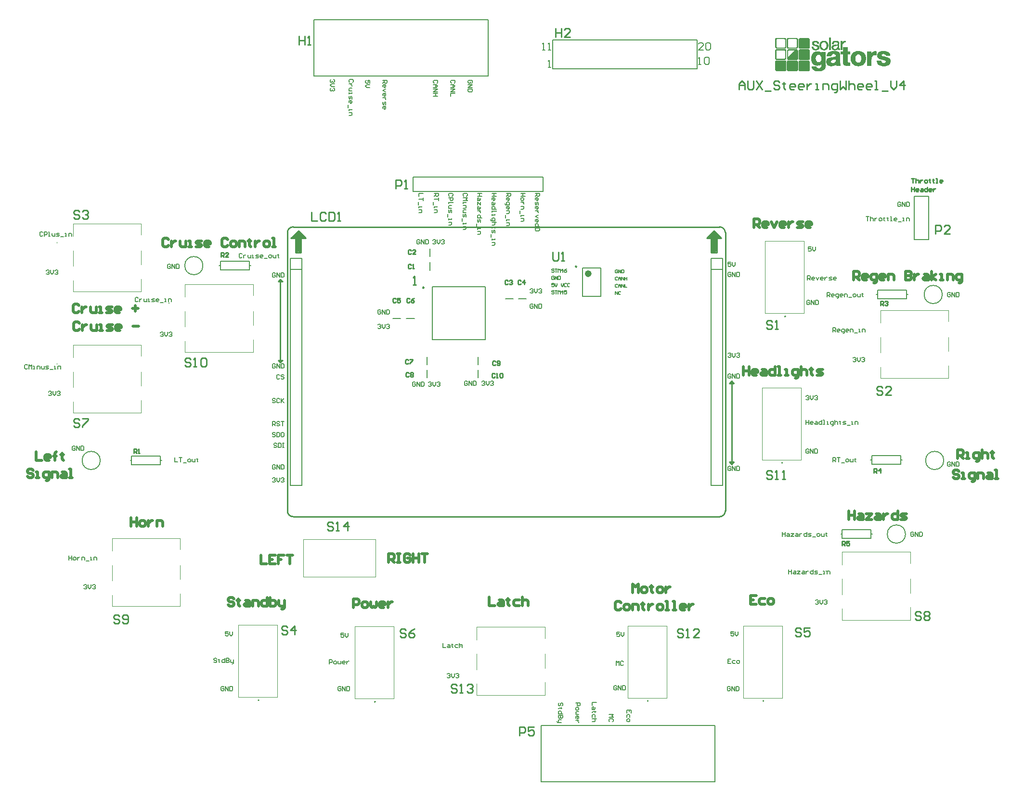
<source format=gto>
G04*
G04 #@! TF.GenerationSoftware,Altium Limited,Altium Designer,19.1.5 (86)*
G04*
G04 Layer_Color=65535*
%FSLAX24Y24*%
%MOIN*%
G70*
G01*
G75*
%ADD10C,0.0079*%
%ADD11C,0.0100*%
%ADD12C,0.0050*%
%ADD13C,0.0098*%
%ADD14C,0.0236*%
%ADD15C,0.0039*%
%ADD16C,0.0010*%
%ADD17C,0.0040*%
%ADD18C,0.0200*%
%ADD19C,0.0080*%
%ADD20C,0.0061*%
D10*
X44800Y22183D02*
G03*
X44879Y22183I39J0D01*
G01*
D02*
G03*
X44800Y22183I-39J0D01*
G01*
X45000Y32333D02*
G03*
X45079Y32333I39J0D01*
G01*
D02*
G03*
X45000Y32333I-39J0D01*
G01*
X35500Y5684D02*
G03*
X35579Y5684I39J0D01*
G01*
D02*
G03*
X35500Y5684I-39J0D01*
G01*
X43500Y5683D02*
G03*
X43579Y5683I39J0D01*
G01*
D02*
G03*
X43500Y5683I-39J0D01*
G01*
X16679Y5633D02*
G03*
X16600Y5633I-39J0D01*
G01*
D02*
G03*
X16679Y5633I39J0D01*
G01*
X8629Y5734D02*
G03*
X8550Y5734I-39J0D01*
G01*
D02*
G03*
X8629Y5734I39J0D01*
G01*
X22585Y9513D02*
G03*
X22585Y9474I0J-20D01*
G01*
D02*
G03*
X22585Y9513I0J20D01*
G01*
D02*
G03*
X22585Y9474I0J-20D01*
G01*
X2385Y33263D02*
G03*
X2385Y33224I0J-20D01*
G01*
D02*
G03*
X2385Y33263I0J20D01*
G01*
D02*
G03*
X2385Y33224I0J-20D01*
G01*
X-2665Y15663D02*
G03*
X-2665Y15624I0J-20D01*
G01*
D02*
G03*
X-2665Y15663I0J20D01*
G01*
D02*
G03*
X-2665Y15624I0J-20D01*
G01*
X50535Y31463D02*
G03*
X50535Y31424I0J-20D01*
G01*
D02*
G03*
X50535Y31463I0J20D01*
G01*
D02*
G03*
X50535Y31424I0J-20D01*
G01*
X47885Y14713D02*
G03*
X47885Y14674I0J-20D01*
G01*
D02*
G03*
X47885Y14713I0J20D01*
G01*
D02*
G03*
X47885Y14674I0J-20D01*
G01*
X-5365Y29063D02*
G03*
X-5365Y29024I0J-20D01*
G01*
D02*
G03*
X-5365Y29063I0J20D01*
G01*
D02*
G03*
X-5365Y29024I0J-20D01*
G01*
Y37463D02*
G03*
X-5365Y37424I0J-20D01*
G01*
D02*
G03*
X-5365Y37463I0J20D01*
G01*
D02*
G03*
X-5365Y37424I0J-20D01*
G01*
X54000Y37650D02*
Y40650D01*
Y37650D02*
X55000D01*
Y40650D01*
X54000D02*
X55000D01*
X23800Y28074D02*
Y28626D01*
X20250Y28974D02*
Y29526D01*
X17874Y32200D02*
X18426D01*
X26574Y33568D02*
X27126D01*
X20450Y35524D02*
Y36076D01*
X23800Y28974D02*
Y29526D01*
X20250Y28074D02*
Y28626D01*
X18824Y32200D02*
X19376D01*
X25674Y33550D02*
X26226D01*
X20450Y36474D02*
Y37026D01*
X10786Y36367D02*
X11574D01*
X10786Y35580D02*
X11574D01*
X10786Y20619D02*
X11574D01*
Y36367D01*
X10786Y20619D02*
Y36367D01*
X39920D02*
X40708D01*
X39920Y35580D02*
X40708D01*
X39920Y20619D02*
X40708D01*
Y36367D01*
X39920Y20619D02*
Y36367D01*
X28300Y41000D02*
Y42000D01*
X19300Y41000D02*
X28300D01*
X19300D02*
Y42000D01*
X28300D01*
X5860Y35850D02*
X5950D01*
X7950D02*
X8040D01*
X5950D02*
Y36150D01*
X7950D01*
Y35550D02*
Y36150D01*
X5950Y35550D02*
X7950D01*
X5950D02*
Y35850D01*
X51000Y17250D02*
X51090D01*
X48910D02*
X49000D01*
X51000Y16950D02*
Y17250D01*
X49000Y16950D02*
X51000D01*
X49000D02*
Y17550D01*
X51000D01*
Y17250D02*
Y17550D01*
X53050Y22400D02*
Y22700D01*
X51050D02*
X53050D01*
X51050Y22100D02*
Y22700D01*
Y22100D02*
X53050D01*
Y22400D01*
X50960D02*
X51050D01*
X53050D02*
X53140D01*
X-200Y22050D02*
Y22350D01*
Y22050D02*
X1800D01*
Y22650D01*
X-200D02*
X1800D01*
X-200Y22350D02*
Y22650D01*
X1800Y22350D02*
X1890D01*
X-290D02*
X-200D01*
X53450Y33850D02*
X53540D01*
X51360D02*
X51450D01*
X53450Y33550D02*
Y33850D01*
X51450Y33550D02*
X53450D01*
X51450D02*
Y34150D01*
X53450D01*
Y33850D02*
Y34150D01*
X20609Y30709D02*
Y34391D01*
Y30709D02*
X24291D01*
Y34391D01*
X20609D02*
X24291D01*
X28950Y51500D02*
X38950D01*
X28950Y49500D02*
Y51500D01*
Y49500D02*
X38950D01*
Y51500D01*
X31020Y33716D02*
X32280D01*
X31020Y35684D02*
X32280D01*
Y33716D02*
Y35684D01*
X31020Y33716D02*
Y35684D01*
D11*
X40904Y38139D02*
G03*
X40511Y38533I-394J0D01*
G01*
Y18454D02*
G03*
X40904Y18848I0J394D01*
G01*
X10589D02*
G03*
X10983Y18454I394J0D01*
G01*
Y38533D02*
G03*
X10589Y38139I0J-394D01*
G01*
X9950Y29300D02*
X10100Y29150D01*
X9950Y29300D02*
X10250D01*
X10100Y29150D02*
X10250Y29300D01*
X10100Y34900D02*
X10250Y34750D01*
X9950D02*
X10250D01*
X9950D02*
X10100Y34900D01*
X41200Y22250D02*
X41350Y22100D01*
X41200Y22250D02*
X41500D01*
X41350Y22100D02*
X41500Y22250D01*
X41200Y27700D02*
X41350Y27850D01*
X41200Y27700D02*
X41500D01*
X41350Y27850D02*
X41500Y27700D01*
X10100Y29150D02*
Y34900D01*
X41350Y22100D02*
Y27850D01*
X40904Y18848D02*
Y38139D01*
X10983Y18454D02*
X40511D01*
X10589Y18848D02*
Y38139D01*
X10983Y38533D02*
X40511D01*
X40235Y36840D02*
Y37814D01*
X40156Y36761D02*
Y37814D01*
X40078Y36800D02*
Y37814D01*
X39999Y36761D02*
Y37814D01*
X40069Y38193D02*
X40156Y38105D01*
X40053Y38193D02*
X40069D01*
X39965Y38105D02*
X40269D01*
X39864Y38004D02*
X40349D01*
X39764Y37904D02*
X40439D01*
X39674Y37814D02*
X40546D01*
X11456Y36761D02*
Y37821D01*
X11377Y36761D02*
Y37745D01*
X11298Y36840D02*
Y37821D01*
X11219Y36800D02*
Y37745D01*
X11141D02*
X11534D01*
X11075Y37995D02*
X11562D01*
X11294Y38213D02*
X11381D01*
X11198Y38118D02*
X11451D01*
X11108Y38028D02*
X11567D01*
X11000Y37920D02*
X11664D01*
X11065Y37821D02*
X11738D01*
X11065D02*
X11141Y37745D01*
X10901Y37821D02*
X11065D01*
X40314Y36761D02*
Y37745D01*
X39920Y36761D02*
Y37745D01*
Y36761D02*
X40314D01*
X39605Y37745D02*
X39920D01*
X40314D02*
X40629D01*
X40117Y38257D02*
X40629Y37745D01*
X39605D02*
X40117Y38257D01*
X11534Y36761D02*
Y37745D01*
X11141Y36761D02*
Y37745D01*
Y36761D02*
X11534D01*
X10826Y37745D02*
X11141D01*
X11534D02*
X11849D01*
X11337Y38257D02*
X11849Y37745D01*
X10826D02*
X11337Y38257D01*
X53800Y41900D02*
X54000D01*
X53900D01*
Y41600D01*
X54100Y41900D02*
Y41600D01*
Y41750D01*
X54150Y41800D01*
X54250D01*
X54300Y41750D01*
Y41600D01*
X54400Y41800D02*
Y41600D01*
Y41700D01*
X54450Y41750D01*
X54500Y41800D01*
X54550D01*
X54750Y41600D02*
X54850D01*
X54900Y41650D01*
Y41750D01*
X54850Y41800D01*
X54750D01*
X54700Y41750D01*
Y41650D01*
X54750Y41600D01*
X55050Y41850D02*
Y41800D01*
X55000D01*
X55100D01*
X55050D01*
Y41650D01*
X55100Y41600D01*
X55300Y41850D02*
Y41800D01*
X55250D01*
X55349D01*
X55300D01*
Y41650D01*
X55349Y41600D01*
X55499D02*
X55599D01*
X55549D01*
Y41900D01*
X55499D01*
X55899Y41600D02*
X55799D01*
X55749Y41650D01*
Y41750D01*
X55799Y41800D01*
X55899D01*
X55949Y41750D01*
Y41700D01*
X55749D01*
X53800Y41300D02*
Y41000D01*
Y41150D01*
X54000D01*
Y41300D01*
Y41000D01*
X54250D02*
X54150D01*
X54100Y41050D01*
Y41150D01*
X54150Y41200D01*
X54250D01*
X54300Y41150D01*
Y41100D01*
X54100D01*
X54450Y41200D02*
X54550D01*
X54600Y41150D01*
Y41000D01*
X54450D01*
X54400Y41050D01*
X54450Y41100D01*
X54600D01*
X54900Y41300D02*
Y41000D01*
X54750D01*
X54700Y41050D01*
Y41150D01*
X54750Y41200D01*
X54900D01*
X55150Y41000D02*
X55050D01*
X55000Y41050D01*
Y41150D01*
X55050Y41200D01*
X55150D01*
X55200Y41150D01*
Y41100D01*
X55000D01*
X55300Y41200D02*
Y41000D01*
Y41100D01*
X55349Y41150D01*
X55399Y41200D01*
X55449D01*
X51650Y33100D02*
Y33400D01*
X51800D01*
X51850Y33350D01*
Y33250D01*
X51800Y33200D01*
X51650D01*
X51750D02*
X51850Y33100D01*
X51950Y33350D02*
X52000Y33400D01*
X52100D01*
X52150Y33350D01*
Y33300D01*
X52100Y33250D01*
X52050D01*
X52100D01*
X52150Y33200D01*
Y33150D01*
X52100Y33100D01*
X52000D01*
X51950Y33150D01*
X41850Y48050D02*
Y48450D01*
X42050Y48650D01*
X42250Y48450D01*
Y48050D01*
Y48350D01*
X41850D01*
X42450Y48650D02*
Y48150D01*
X42550Y48050D01*
X42750D01*
X42850Y48150D01*
Y48650D01*
X43050D02*
X43449Y48050D01*
Y48650D02*
X43050Y48050D01*
X43649Y47950D02*
X44049D01*
X44649Y48550D02*
X44549Y48650D01*
X44349D01*
X44249Y48550D01*
Y48450D01*
X44349Y48350D01*
X44549D01*
X44649Y48250D01*
Y48150D01*
X44549Y48050D01*
X44349D01*
X44249Y48150D01*
X44949Y48550D02*
Y48450D01*
X44849D01*
X45049D01*
X44949D01*
Y48150D01*
X45049Y48050D01*
X45649D02*
X45449D01*
X45349Y48150D01*
Y48350D01*
X45449Y48450D01*
X45649D01*
X45749Y48350D01*
Y48250D01*
X45349D01*
X46249Y48050D02*
X46049D01*
X45949Y48150D01*
Y48350D01*
X46049Y48450D01*
X46249D01*
X46349Y48350D01*
Y48250D01*
X45949D01*
X46548Y48450D02*
Y48050D01*
Y48250D01*
X46648Y48350D01*
X46748Y48450D01*
X46848D01*
X47148Y48050D02*
X47348D01*
X47248D01*
Y48450D01*
X47148D01*
X47648Y48050D02*
Y48450D01*
X47948D01*
X48048Y48350D01*
Y48050D01*
X48448Y47850D02*
X48548D01*
X48648Y47950D01*
Y48450D01*
X48348D01*
X48248Y48350D01*
Y48150D01*
X48348Y48050D01*
X48648D01*
X48848Y48650D02*
Y48050D01*
X49048Y48250D01*
X49248Y48050D01*
Y48650D01*
X49448D02*
Y48050D01*
Y48350D01*
X49548Y48450D01*
X49747D01*
X49847Y48350D01*
Y48050D01*
X50347D02*
X50147D01*
X50047Y48150D01*
Y48350D01*
X50147Y48450D01*
X50347D01*
X50447Y48350D01*
Y48250D01*
X50047D01*
X50947Y48050D02*
X50747D01*
X50647Y48150D01*
Y48350D01*
X50747Y48450D01*
X50947D01*
X51047Y48350D01*
Y48250D01*
X50647D01*
X51247Y48050D02*
X51447D01*
X51347D01*
Y48650D01*
X51247D01*
X51747Y47950D02*
X52147D01*
X52347Y48650D02*
Y48250D01*
X52547Y48050D01*
X52746Y48250D01*
Y48650D01*
X53246Y48050D02*
Y48650D01*
X52946Y48350D01*
X53346D01*
X55450Y38050D02*
Y38650D01*
X55750D01*
X55850Y38550D01*
Y38350D01*
X55750Y38250D01*
X55450D01*
X56450Y38050D02*
X56050D01*
X56450Y38450D01*
Y38550D01*
X56350Y38650D01*
X56150D01*
X56050Y38550D01*
X38000Y10600D02*
X37900Y10700D01*
X37700D01*
X37600Y10600D01*
Y10500D01*
X37700Y10400D01*
X37900D01*
X38000Y10300D01*
Y10200D01*
X37900Y10100D01*
X37700D01*
X37600Y10200D01*
X38200Y10100D02*
X38400D01*
X38300D01*
Y10700D01*
X38200Y10600D01*
X39100Y10100D02*
X38700D01*
X39100Y10500D01*
Y10600D01*
X39000Y10700D01*
X38800D01*
X38700Y10600D01*
X44150Y21550D02*
X44050Y21650D01*
X43850D01*
X43750Y21550D01*
Y21450D01*
X43850Y21350D01*
X44050D01*
X44150Y21250D01*
Y21150D01*
X44050Y21050D01*
X43850D01*
X43750Y21150D01*
X44350Y21050D02*
X44550D01*
X44450D01*
Y21650D01*
X44350Y21550D01*
X44850Y21050D02*
X45050D01*
X44950D01*
Y21650D01*
X44850Y21550D01*
X18800Y10600D02*
X18700Y10700D01*
X18500D01*
X18400Y10600D01*
Y10500D01*
X18500Y10400D01*
X18700D01*
X18800Y10300D01*
Y10200D01*
X18700Y10100D01*
X18500D01*
X18400Y10200D01*
X19400Y10700D02*
X19200Y10600D01*
X19000Y10400D01*
Y10200D01*
X19100Y10100D01*
X19300D01*
X19400Y10200D01*
Y10300D01*
X19300Y10400D01*
X19000D01*
X46150Y10650D02*
X46050Y10750D01*
X45850D01*
X45750Y10650D01*
Y10550D01*
X45850Y10450D01*
X46050D01*
X46150Y10350D01*
Y10250D01*
X46050Y10150D01*
X45850D01*
X45750Y10250D01*
X46750Y10750D02*
X46350D01*
Y10450D01*
X46550Y10550D01*
X46650D01*
X46750Y10450D01*
Y10250D01*
X46650Y10150D01*
X46450D01*
X46350Y10250D01*
X10600Y10800D02*
X10500Y10900D01*
X10300D01*
X10200Y10800D01*
Y10700D01*
X10300Y10600D01*
X10500D01*
X10600Y10500D01*
Y10400D01*
X10500Y10300D01*
X10300D01*
X10200Y10400D01*
X11100Y10300D02*
Y10900D01*
X10800Y10600D01*
X11200D01*
X44150Y31950D02*
X44050Y32050D01*
X43850D01*
X43750Y31950D01*
Y31850D01*
X43850Y31750D01*
X44050D01*
X44150Y31650D01*
Y31550D01*
X44050Y31450D01*
X43850D01*
X43750Y31550D01*
X44350Y31450D02*
X44550D01*
X44450D01*
Y32050D01*
X44350Y31950D01*
X13750Y18000D02*
X13650Y18100D01*
X13450D01*
X13350Y18000D01*
Y17900D01*
X13450Y17800D01*
X13650D01*
X13750Y17700D01*
Y17600D01*
X13650Y17500D01*
X13450D01*
X13350Y17600D01*
X13950Y17500D02*
X14150D01*
X14050D01*
Y18100D01*
X13950Y18000D01*
X14750Y17500D02*
Y18100D01*
X14450Y17800D01*
X14850D01*
X19150Y35900D02*
X19100Y35950D01*
X19000D01*
X18950Y35900D01*
Y35700D01*
X19000Y35650D01*
X19100D01*
X19150Y35700D01*
X19250Y35650D02*
X19350D01*
X19300D01*
Y35950D01*
X19250Y35900D01*
X26650Y3300D02*
Y3900D01*
X26950D01*
X27050Y3800D01*
Y3600D01*
X26950Y3500D01*
X26650D01*
X27650Y3900D02*
X27250D01*
Y3600D01*
X27450Y3700D01*
X27550D01*
X27650Y3600D01*
Y3400D01*
X27550Y3300D01*
X27350D01*
X27250Y3400D01*
X18100Y41200D02*
Y41800D01*
X18400D01*
X18500Y41700D01*
Y41500D01*
X18400Y41400D01*
X18100D01*
X18700Y41200D02*
X18900D01*
X18800D01*
Y41800D01*
X18700Y41700D01*
X11400Y51750D02*
Y51150D01*
Y51450D01*
X11800D01*
Y51750D01*
Y51150D01*
X12000D02*
X12200D01*
X12100D01*
Y51750D01*
X12000Y51650D01*
X51200Y21500D02*
Y21800D01*
X51350D01*
X51400Y21750D01*
Y21650D01*
X51350Y21600D01*
X51200D01*
X51300D02*
X51400Y21500D01*
X51650D02*
Y21800D01*
X51500Y21650D01*
X51700D01*
X-50Y22850D02*
Y23150D01*
X100D01*
X150Y23100D01*
Y23000D01*
X100Y22950D01*
X-50D01*
X50D02*
X150Y22850D01*
X250D02*
X350D01*
X300D01*
Y23150D01*
X250Y23100D01*
X22325Y6750D02*
X22225Y6850D01*
X22025D01*
X21925Y6750D01*
Y6650D01*
X22025Y6550D01*
X22225D01*
X22325Y6450D01*
Y6350D01*
X22225Y6250D01*
X22025D01*
X21925Y6350D01*
X22525Y6250D02*
X22725D01*
X22625D01*
Y6850D01*
X22525Y6750D01*
X23025D02*
X23125Y6850D01*
X23325D01*
X23425Y6750D01*
Y6650D01*
X23325Y6550D01*
X23225D01*
X23325D01*
X23425Y6450D01*
Y6350D01*
X23325Y6250D01*
X23125D01*
X23025Y6350D01*
X24950Y28350D02*
X24900Y28400D01*
X24800D01*
X24750Y28350D01*
Y28150D01*
X24800Y28100D01*
X24900D01*
X24950Y28150D01*
X25050Y28100D02*
X25150D01*
X25100D01*
Y28400D01*
X25050Y28350D01*
X25300D02*
X25350Y28400D01*
X25450D01*
X25500Y28350D01*
Y28150D01*
X25450Y28100D01*
X25350D01*
X25300Y28150D01*
Y28350D01*
X25000Y29200D02*
X24950Y29250D01*
X24850D01*
X24800Y29200D01*
Y29000D01*
X24850Y28950D01*
X24950D01*
X25000Y29000D01*
X25100D02*
X25150Y28950D01*
X25250D01*
X25300Y29000D01*
Y29200D01*
X25250Y29250D01*
X25150D01*
X25100Y29200D01*
Y29150D01*
X25150Y29100D01*
X25300D01*
X19000Y28400D02*
X18950Y28450D01*
X18850D01*
X18800Y28400D01*
Y28200D01*
X18850Y28150D01*
X18950D01*
X19000Y28200D01*
X19100Y28400D02*
X19150Y28450D01*
X19250D01*
X19300Y28400D01*
Y28350D01*
X19250Y28300D01*
X19300Y28250D01*
Y28200D01*
X19250Y28150D01*
X19150D01*
X19100Y28200D01*
Y28250D01*
X19150Y28300D01*
X19100Y28350D01*
Y28400D01*
X19150Y28300D02*
X19250D01*
X18968Y29300D02*
X18918Y29350D01*
X18818D01*
X18769Y29300D01*
Y29100D01*
X18818Y29050D01*
X18918D01*
X18968Y29100D01*
X19068Y29350D02*
X19268D01*
Y29300D01*
X19068Y29100D01*
Y29050D01*
X19050Y33550D02*
X19000Y33600D01*
X18900D01*
X18850Y33550D01*
Y33350D01*
X18900Y33300D01*
X19000D01*
X19050Y33350D01*
X19350Y33600D02*
X19250Y33550D01*
X19150Y33450D01*
Y33350D01*
X19200Y33300D01*
X19300D01*
X19350Y33350D01*
Y33400D01*
X19300Y33450D01*
X19150D01*
X18100Y33550D02*
X18050Y33600D01*
X17950D01*
X17900Y33550D01*
Y33350D01*
X17950Y33300D01*
X18050D01*
X18100Y33350D01*
X18400Y33600D02*
X18200D01*
Y33450D01*
X18300Y33500D01*
X18350D01*
X18400Y33450D01*
Y33350D01*
X18350Y33300D01*
X18250D01*
X18200Y33350D01*
X26750Y34800D02*
X26700Y34850D01*
X26600D01*
X26550Y34800D01*
Y34600D01*
X26600Y34550D01*
X26700D01*
X26750Y34600D01*
X27000Y34550D02*
Y34850D01*
X26850Y34700D01*
X27050D01*
X25850Y34800D02*
X25800Y34850D01*
X25700D01*
X25650Y34800D01*
Y34600D01*
X25700Y34550D01*
X25800D01*
X25850Y34600D01*
X25950Y34800D02*
X26000Y34850D01*
X26100D01*
X26150Y34800D01*
Y34750D01*
X26100Y34700D01*
X26050D01*
X26100D01*
X26150Y34650D01*
Y34600D01*
X26100Y34550D01*
X26000D01*
X25950Y34600D01*
X19150Y36900D02*
X19100Y36950D01*
X19000D01*
X18950Y36900D01*
Y36700D01*
X19000Y36650D01*
X19100D01*
X19150Y36700D01*
X19450Y36650D02*
X19250D01*
X19450Y36850D01*
Y36900D01*
X19400Y36950D01*
X19300D01*
X19250Y36900D01*
X12250Y39550D02*
Y38950D01*
X12650D01*
X13250Y39450D02*
X13150Y39550D01*
X12950D01*
X12850Y39450D01*
Y39050D01*
X12950Y38950D01*
X13150D01*
X13250Y39050D01*
X13450Y39550D02*
Y38950D01*
X13750D01*
X13849Y39050D01*
Y39450D01*
X13750Y39550D01*
X13450D01*
X14049Y38950D02*
X14249D01*
X14149D01*
Y39550D01*
X14049Y39450D01*
X51800Y27400D02*
X51700Y27500D01*
X51500D01*
X51400Y27400D01*
Y27300D01*
X51500Y27200D01*
X51700D01*
X51800Y27100D01*
Y27000D01*
X51700Y26900D01*
X51500D01*
X51400Y27000D01*
X52400Y26900D02*
X52000D01*
X52400Y27300D01*
Y27400D01*
X52300Y27500D01*
X52100D01*
X52000Y27400D01*
X19290Y34510D02*
X19490D01*
X19390D01*
Y35110D01*
X19290Y35010D01*
X49000Y16450D02*
Y16750D01*
X49150D01*
X49200Y16700D01*
Y16600D01*
X49150Y16550D01*
X49000D01*
X49100D02*
X49200Y16450D01*
X49500Y16750D02*
X49300D01*
Y16600D01*
X49400Y16650D01*
X49450D01*
X49500Y16600D01*
Y16500D01*
X49450Y16450D01*
X49350D01*
X49300Y16500D01*
X6000Y36450D02*
Y36750D01*
X6150D01*
X6200Y36700D01*
Y36600D01*
X6150Y36550D01*
X6000D01*
X6100D02*
X6200Y36450D01*
X6500D02*
X6300D01*
X6500Y36650D01*
Y36700D01*
X6450Y36750D01*
X6350D01*
X6300Y36700D01*
X3900Y29350D02*
X3800Y29450D01*
X3600D01*
X3500Y29350D01*
Y29250D01*
X3600Y29150D01*
X3800D01*
X3900Y29050D01*
Y28950D01*
X3800Y28850D01*
X3600D01*
X3500Y28950D01*
X4100Y28850D02*
X4300D01*
X4200D01*
Y29450D01*
X4100Y29350D01*
X4600D02*
X4700Y29450D01*
X4900D01*
X5000Y29350D01*
Y28950D01*
X4900Y28850D01*
X4700D01*
X4600Y28950D01*
Y29350D01*
X-1050Y11550D02*
X-1150Y11650D01*
X-1350D01*
X-1450Y11550D01*
Y11450D01*
X-1350Y11350D01*
X-1150D01*
X-1050Y11250D01*
Y11150D01*
X-1150Y11050D01*
X-1350D01*
X-1450Y11150D01*
X-850D02*
X-750Y11050D01*
X-550D01*
X-450Y11150D01*
Y11550D01*
X-550Y11650D01*
X-750D01*
X-850Y11550D01*
Y11450D01*
X-750Y11350D01*
X-450D01*
X54450Y11800D02*
X54350Y11900D01*
X54150D01*
X54050Y11800D01*
Y11700D01*
X54150Y11600D01*
X54350D01*
X54450Y11500D01*
Y11400D01*
X54350Y11300D01*
X54150D01*
X54050Y11400D01*
X54650Y11800D02*
X54750Y11900D01*
X54950D01*
X55050Y11800D01*
Y11700D01*
X54950Y11600D01*
X55050Y11500D01*
Y11400D01*
X54950Y11300D01*
X54750D01*
X54650Y11400D01*
Y11500D01*
X54750Y11600D01*
X54650Y11700D01*
Y11800D01*
X54750Y11600D02*
X54950D01*
X28940Y36780D02*
Y36280D01*
X29040Y36180D01*
X29240D01*
X29340Y36280D01*
Y36780D01*
X29540Y36180D02*
X29740D01*
X29640D01*
Y36780D01*
X29540Y36680D01*
X-3800Y25150D02*
X-3900Y25250D01*
X-4100D01*
X-4200Y25150D01*
Y25050D01*
X-4100Y24950D01*
X-3900D01*
X-3800Y24850D01*
Y24750D01*
X-3900Y24650D01*
X-4100D01*
X-4200Y24750D01*
X-3600Y25250D02*
X-3200D01*
Y25150D01*
X-3600Y24750D01*
Y24650D01*
X-3800Y39600D02*
X-3900Y39700D01*
X-4100D01*
X-4200Y39600D01*
Y39500D01*
X-4100Y39400D01*
X-3900D01*
X-3800Y39300D01*
Y39200D01*
X-3900Y39100D01*
X-4100D01*
X-4200Y39200D01*
X-3600Y39600D02*
X-3500Y39700D01*
X-3300D01*
X-3200Y39600D01*
Y39500D01*
X-3300Y39400D01*
X-3400D01*
X-3300D01*
X-3200Y39300D01*
Y39200D01*
X-3300Y39100D01*
X-3500D01*
X-3600Y39200D01*
X29150Y52300D02*
Y51700D01*
Y52000D01*
X29550D01*
Y52300D01*
Y51700D01*
X30150D02*
X29750D01*
X30150Y52100D01*
Y52200D01*
X30050Y52300D01*
X29850D01*
X29750Y52200D01*
D12*
X53380Y17250D02*
G03*
X53380Y17250I-630J0D01*
G01*
X56030Y22350D02*
G03*
X56030Y22350I-630J0D01*
G01*
X55930Y33850D02*
G03*
X55930Y33850I-630J0D01*
G01*
X-2370Y22350D02*
G03*
X-2370Y22350I-630J0D01*
G01*
X4736Y35850D02*
G03*
X4736Y35850I-630J0D01*
G01*
X28140Y4000D02*
X40200D01*
Y100D02*
Y4000D01*
X28140Y100D02*
X40200D01*
X28140D02*
Y4000D01*
X12425Y49000D02*
X24485D01*
X12425D02*
Y52900D01*
X24485D01*
Y49000D02*
Y52900D01*
X-6350Y38150D02*
X-6400Y38200D01*
X-6500D01*
X-6550Y38150D01*
Y37950D01*
X-6500Y37900D01*
X-6400D01*
X-6350Y37950D01*
X-6250Y37900D02*
Y38200D01*
X-6100D01*
X-6050Y38150D01*
Y38050D01*
X-6100Y38000D01*
X-6250D01*
X-5950Y37900D02*
X-5850D01*
X-5900D01*
Y38200D01*
X-5950D01*
X-5700Y38100D02*
Y37950D01*
X-5650Y37900D01*
X-5500D01*
Y38100D01*
X-5400Y37900D02*
X-5250D01*
X-5200Y37950D01*
X-5250Y38000D01*
X-5350D01*
X-5400Y38050D01*
X-5350Y38100D01*
X-5200D01*
X-5100Y37850D02*
X-4901D01*
X-4801Y37900D02*
X-4701D01*
X-4751D01*
Y38100D01*
X-4801D01*
X-4551Y37900D02*
Y38100D01*
X-4401D01*
X-4351Y38050D01*
Y37900D01*
X19750Y37600D02*
X19700Y37650D01*
X19600D01*
X19550Y37600D01*
Y37400D01*
X19600Y37350D01*
X19700D01*
X19750Y37400D01*
Y37500D01*
X19650D01*
X19850Y37350D02*
Y37650D01*
X20050Y37350D01*
Y37650D01*
X20150D02*
Y37350D01*
X20300D01*
X20350Y37400D01*
Y37600D01*
X20300Y37650D01*
X20150D01*
X1800Y31200D02*
X1850Y31250D01*
X1950D01*
X2000Y31200D01*
Y31150D01*
X1950Y31100D01*
X1900D01*
X1950D01*
X2000Y31050D01*
Y31000D01*
X1950Y30950D01*
X1850D01*
X1800Y31000D01*
X2100Y31250D02*
Y31050D01*
X2200Y30950D01*
X2300Y31050D01*
Y31250D01*
X2400Y31200D02*
X2450Y31250D01*
X2550D01*
X2600Y31200D01*
Y31150D01*
X2550Y31100D01*
X2500D01*
X2550D01*
X2600Y31050D01*
Y31000D01*
X2550Y30950D01*
X2450D01*
X2400Y31000D01*
X41500Y10500D02*
X41300D01*
Y10350D01*
X41400Y10400D01*
X41450D01*
X41500Y10350D01*
Y10250D01*
X41450Y10200D01*
X41350D01*
X41300Y10250D01*
X41600Y10500D02*
Y10300D01*
X41700Y10200D01*
X41800Y10300D01*
Y10500D01*
X17050Y32750D02*
X17000Y32800D01*
X16900D01*
X16850Y32750D01*
Y32550D01*
X16900Y32500D01*
X17000D01*
X17050Y32550D01*
Y32650D01*
X16950D01*
X17150Y32500D02*
Y32800D01*
X17350Y32500D01*
Y32800D01*
X17450D02*
Y32500D01*
X17600D01*
X17650Y32550D01*
Y32750D01*
X17600Y32800D01*
X17450D01*
X41300Y35350D02*
X41250Y35400D01*
X41150D01*
X41100Y35350D01*
Y35150D01*
X41150Y35100D01*
X41250D01*
X41300Y35150D01*
Y35250D01*
X41200D01*
X41400Y35100D02*
Y35400D01*
X41600Y35100D01*
Y35400D01*
X41700D02*
Y35100D01*
X41850D01*
X41900Y35150D01*
Y35350D01*
X41850Y35400D01*
X41700D01*
X250Y33600D02*
X200Y33650D01*
X100D01*
X50Y33600D01*
Y33400D01*
X100Y33350D01*
X200D01*
X250Y33400D01*
X350Y33550D02*
Y33350D01*
Y33450D01*
X400Y33500D01*
X450Y33550D01*
X500D01*
X650D02*
Y33400D01*
X700Y33350D01*
X850D01*
Y33550D01*
X950Y33350D02*
X1050D01*
X1000D01*
Y33550D01*
X950D01*
X1200Y33350D02*
X1350D01*
X1400Y33400D01*
X1350Y33450D01*
X1250D01*
X1200Y33500D01*
X1250Y33550D01*
X1400D01*
X1649Y33350D02*
X1550D01*
X1500Y33400D01*
Y33500D01*
X1550Y33550D01*
X1649D01*
X1699Y33500D01*
Y33450D01*
X1500D01*
X1799Y33300D02*
X1999D01*
X2099Y33350D02*
X2199D01*
X2149D01*
Y33550D01*
X2099D01*
X2349Y33350D02*
Y33550D01*
X2499D01*
X2549Y33500D01*
Y33350D01*
X9850Y23500D02*
X9800Y23550D01*
X9700D01*
X9650Y23500D01*
Y23450D01*
X9700Y23400D01*
X9800D01*
X9850Y23350D01*
Y23300D01*
X9800Y23250D01*
X9700D01*
X9650Y23300D01*
X9950Y23550D02*
Y23250D01*
X10100D01*
X10150Y23300D01*
Y23500D01*
X10100Y23550D01*
X9950D01*
X10250D02*
X10350D01*
X10300D01*
Y23250D01*
X10250D01*
X10350D01*
X9750Y35300D02*
X9700Y35350D01*
X9600D01*
X9550Y35300D01*
Y35100D01*
X9600Y35050D01*
X9700D01*
X9750Y35100D01*
Y35200D01*
X9650D01*
X9850Y35050D02*
Y35350D01*
X10050Y35050D01*
Y35350D01*
X10150D02*
Y35050D01*
X10300D01*
X10350Y35100D01*
Y35300D01*
X10300Y35350D01*
X10150D01*
X50650Y39250D02*
X50850D01*
X50750D01*
Y38950D01*
X50950Y39250D02*
Y38950D01*
Y39100D01*
X51000Y39150D01*
X51100D01*
X51150Y39100D01*
Y38950D01*
X51250Y39150D02*
Y38950D01*
Y39050D01*
X51300Y39100D01*
X51350Y39150D01*
X51400D01*
X51600Y38950D02*
X51700D01*
X51750Y39000D01*
Y39100D01*
X51700Y39150D01*
X51600D01*
X51550Y39100D01*
Y39000D01*
X51600Y38950D01*
X51900Y39200D02*
Y39150D01*
X51850D01*
X51950D01*
X51900D01*
Y39000D01*
X51950Y38950D01*
X52150Y39200D02*
Y39150D01*
X52100D01*
X52200D01*
X52150D01*
Y39000D01*
X52200Y38950D01*
X52349D02*
X52449D01*
X52399D01*
Y39250D01*
X52349D01*
X52749Y38950D02*
X52649D01*
X52599Y39000D01*
Y39100D01*
X52649Y39150D01*
X52749D01*
X52799Y39100D01*
Y39050D01*
X52599D01*
X52899Y38900D02*
X53099D01*
X53199Y38950D02*
X53299D01*
X53249D01*
Y39150D01*
X53199D01*
X53449Y38950D02*
Y39150D01*
X53599D01*
X53649Y39100D01*
Y38950D01*
X-7400Y28950D02*
X-7450Y29000D01*
X-7550D01*
X-7600Y28950D01*
Y28750D01*
X-7550Y28700D01*
X-7450D01*
X-7400Y28750D01*
X-7300Y28700D02*
Y29000D01*
X-7200Y28900D01*
X-7100Y29000D01*
Y28700D01*
X-7000D02*
X-6900D01*
X-6950D01*
Y28900D01*
X-7000D01*
X-6750Y28700D02*
Y28900D01*
X-6600D01*
X-6550Y28850D01*
Y28700D01*
X-6450Y28900D02*
Y28750D01*
X-6400Y28700D01*
X-6250D01*
Y28900D01*
X-6150Y28700D02*
X-6001D01*
X-5951Y28750D01*
X-6001Y28800D01*
X-6100D01*
X-6150Y28850D01*
X-6100Y28900D01*
X-5951D01*
X-5851Y28650D02*
X-5651D01*
X-5551Y28700D02*
X-5451D01*
X-5501D01*
Y28900D01*
X-5551D01*
X-5301Y28700D02*
Y28900D01*
X-5151D01*
X-5101Y28850D01*
Y28700D01*
X9750Y24250D02*
X9700Y24300D01*
X9600D01*
X9550Y24250D01*
Y24200D01*
X9600Y24150D01*
X9700D01*
X9750Y24100D01*
Y24050D01*
X9700Y24000D01*
X9600D01*
X9550Y24050D01*
X9850Y24300D02*
Y24000D01*
X10000D01*
X10050Y24050D01*
Y24250D01*
X10000Y24300D01*
X9850D01*
X10300D02*
X10200D01*
X10150Y24250D01*
Y24050D01*
X10200Y24000D01*
X10300D01*
X10350Y24050D01*
Y24250D01*
X10300Y24300D01*
X46850Y37150D02*
X46650D01*
Y37000D01*
X46750Y37050D01*
X46800D01*
X46850Y37000D01*
Y36900D01*
X46800Y36850D01*
X46700D01*
X46650Y36900D01*
X46950Y37150D02*
Y36950D01*
X47050Y36850D01*
X47150Y36950D01*
Y37150D01*
X23000Y40662D02*
X23050Y40712D01*
Y40812D01*
X23000Y40862D01*
X22800D01*
X22750Y40812D01*
Y40712D01*
X22800Y40662D01*
X22750Y40562D02*
X23050D01*
X22950Y40462D01*
X23050Y40362D01*
X22750D01*
Y40262D02*
Y40162D01*
Y40212D01*
X22950D01*
Y40262D01*
X22750Y40012D02*
X22950D01*
Y39862D01*
X22900Y39812D01*
X22750D01*
X22950Y39712D02*
X22800D01*
X22750Y39662D01*
Y39512D01*
X22950D01*
X22750Y39412D02*
Y39262D01*
X22800Y39212D01*
X22850Y39262D01*
Y39362D01*
X22900Y39412D01*
X22950Y39362D01*
Y39212D01*
X22700Y39112D02*
Y38912D01*
X22750Y38812D02*
Y38712D01*
Y38762D01*
X22950D01*
Y38812D01*
X22750Y38562D02*
X22950D01*
Y38412D01*
X22900Y38363D01*
X22750D01*
X27750Y40862D02*
X28050D01*
Y40712D01*
X28000Y40662D01*
X27900D01*
X27850Y40712D01*
Y40862D01*
Y40762D02*
X27750Y40662D01*
Y40412D02*
Y40512D01*
X27800Y40562D01*
X27900D01*
X27950Y40512D01*
Y40412D01*
X27900Y40362D01*
X27850D01*
Y40562D01*
X27750Y40262D02*
Y40112D01*
X27800Y40062D01*
X27850Y40112D01*
Y40212D01*
X27900Y40262D01*
X27950Y40212D01*
Y40062D01*
X27750Y39812D02*
Y39912D01*
X27800Y39962D01*
X27900D01*
X27950Y39912D01*
Y39812D01*
X27900Y39762D01*
X27850D01*
Y39962D01*
X27950Y39662D02*
X27750D01*
X27850D01*
X27900Y39612D01*
X27950Y39562D01*
Y39512D01*
Y39362D02*
X27750Y39262D01*
X27950Y39162D01*
X27750Y38912D02*
Y39012D01*
X27800Y39062D01*
X27900D01*
X27950Y39012D01*
Y38912D01*
X27900Y38862D01*
X27850D01*
Y39062D01*
X28050Y38562D02*
X27750D01*
Y38712D01*
X27800Y38762D01*
X27900D01*
X27950Y38712D01*
Y38562D01*
X28000Y38462D02*
X28050Y38412D01*
Y38313D01*
X28000Y38263D01*
X27800D01*
X27750Y38313D01*
Y38412D01*
X27800Y38462D01*
X28000D01*
X53050Y40200D02*
X53000Y40250D01*
X52900D01*
X52850Y40200D01*
Y40000D01*
X52900Y39950D01*
X53000D01*
X53050Y40000D01*
Y40100D01*
X52950D01*
X53150Y39950D02*
Y40250D01*
X53350Y39950D01*
Y40250D01*
X53450D02*
Y39950D01*
X53600D01*
X53650Y40000D01*
Y40200D01*
X53600Y40250D01*
X53450D01*
X-3500Y13700D02*
X-3450Y13750D01*
X-3350D01*
X-3300Y13700D01*
Y13650D01*
X-3350Y13600D01*
X-3400D01*
X-3350D01*
X-3300Y13550D01*
Y13500D01*
X-3350Y13450D01*
X-3450D01*
X-3500Y13500D01*
X-3200Y13750D02*
Y13550D01*
X-3100Y13450D01*
X-3000Y13550D01*
Y13750D01*
X-2900Y13700D02*
X-2850Y13750D01*
X-2750D01*
X-2700Y13700D01*
Y13650D01*
X-2750Y13600D01*
X-2800D01*
X-2750D01*
X-2700Y13550D01*
Y13500D01*
X-2750Y13450D01*
X-2850D01*
X-2900Y13500D01*
X9750Y22000D02*
X9700Y22050D01*
X9600D01*
X9550Y22000D01*
Y21800D01*
X9600Y21750D01*
X9700D01*
X9750Y21800D01*
Y21900D01*
X9650D01*
X9850Y21750D02*
Y22050D01*
X10050Y21750D01*
Y22050D01*
X10150D02*
Y21750D01*
X10300D01*
X10350Y21800D01*
Y22000D01*
X10300Y22050D01*
X10150D01*
X23350Y48500D02*
X23400Y48550D01*
Y48650D01*
X23350Y48700D01*
X23150D01*
X23100Y48650D01*
Y48550D01*
X23150Y48500D01*
X23250D01*
Y48600D01*
X23100Y48400D02*
X23400D01*
X23100Y48200D01*
X23400D01*
Y48100D02*
X23100D01*
Y47950D01*
X23150Y47900D01*
X23350D01*
X23400Y47950D01*
Y48100D01*
X45300Y14800D02*
Y14500D01*
Y14650D01*
X45500D01*
Y14800D01*
Y14500D01*
X45650Y14700D02*
X45750D01*
X45800Y14650D01*
Y14500D01*
X45650D01*
X45600Y14550D01*
X45650Y14600D01*
X45800D01*
X45900Y14700D02*
X46100D01*
X45900Y14500D01*
X46100D01*
X46250Y14700D02*
X46350D01*
X46400Y14650D01*
Y14500D01*
X46250D01*
X46200Y14550D01*
X46250Y14600D01*
X46400D01*
X46500Y14700D02*
Y14500D01*
Y14600D01*
X46550Y14650D01*
X46600Y14700D01*
X46650D01*
X46999Y14800D02*
Y14500D01*
X46849D01*
X46800Y14550D01*
Y14650D01*
X46849Y14700D01*
X46999D01*
X47099Y14500D02*
X47249D01*
X47299Y14550D01*
X47249Y14600D01*
X47149D01*
X47099Y14650D01*
X47149Y14700D01*
X47299D01*
X47399Y14450D02*
X47599D01*
X47699Y14500D02*
X47799D01*
X47749D01*
Y14700D01*
X47699D01*
X47949Y14500D02*
Y14700D01*
X48099D01*
X48149Y14650D01*
Y14500D01*
X20350Y27750D02*
X20400Y27800D01*
X20500D01*
X20550Y27750D01*
Y27700D01*
X20500Y27650D01*
X20450D01*
X20500D01*
X20550Y27600D01*
Y27550D01*
X20500Y27500D01*
X20400D01*
X20350Y27550D01*
X20650Y27800D02*
Y27600D01*
X20750Y27500D01*
X20850Y27600D01*
Y27800D01*
X20950Y27750D02*
X21000Y27800D01*
X21100D01*
X21150Y27750D01*
Y27700D01*
X21100Y27650D01*
X21050D01*
X21100D01*
X21150Y27600D01*
Y27550D01*
X21100Y27500D01*
X21000D01*
X20950Y27550D01*
X53950Y17350D02*
X53900Y17400D01*
X53800D01*
X53750Y17350D01*
Y17150D01*
X53800Y17100D01*
X53900D01*
X53950Y17150D01*
Y17250D01*
X53850D01*
X54050Y17100D02*
Y17400D01*
X54250Y17100D01*
Y17400D01*
X54350D02*
Y17100D01*
X54500D01*
X54550Y17150D01*
Y17350D01*
X54500Y17400D01*
X54350D01*
X27400Y34200D02*
X27450Y34250D01*
X27550D01*
X27600Y34200D01*
Y34150D01*
X27550Y34100D01*
X27500D01*
X27550D01*
X27600Y34050D01*
Y34000D01*
X27550Y33950D01*
X27450D01*
X27400Y34000D01*
X27700Y34250D02*
Y34050D01*
X27800Y33950D01*
X27900Y34050D01*
Y34250D01*
X28000Y34200D02*
X28050Y34250D01*
X28150D01*
X28200Y34200D01*
Y34150D01*
X28150Y34100D01*
X28100D01*
X28150D01*
X28200Y34050D01*
Y34000D01*
X28150Y33950D01*
X28050D01*
X28000Y34000D01*
X46600Y34850D02*
Y35150D01*
X46750D01*
X46800Y35100D01*
Y35000D01*
X46750Y34950D01*
X46600D01*
X46700D02*
X46800Y34850D01*
X47050D02*
X46950D01*
X46900Y34900D01*
Y35000D01*
X46950Y35050D01*
X47050D01*
X47100Y35000D01*
Y34950D01*
X46900D01*
X47200Y35050D02*
X47300Y34850D01*
X47400Y35050D01*
X47650Y34850D02*
X47550D01*
X47500Y34900D01*
Y35000D01*
X47550Y35050D01*
X47650D01*
X47700Y35000D01*
Y34950D01*
X47500D01*
X47800Y35050D02*
Y34850D01*
Y34950D01*
X47850Y35000D01*
X47900Y35050D01*
X47950D01*
X48100Y34850D02*
X48249D01*
X48299Y34900D01*
X48249Y34950D01*
X48149D01*
X48100Y35000D01*
X48149Y35050D01*
X48299D01*
X48549Y34850D02*
X48449D01*
X48399Y34900D01*
Y35000D01*
X48449Y35050D01*
X48549D01*
X48599Y35000D01*
Y34950D01*
X48399D01*
X21350Y9700D02*
Y9400D01*
X21550D01*
X21700Y9600D02*
X21800D01*
X21850Y9550D01*
Y9400D01*
X21700D01*
X21650Y9450D01*
X21700Y9500D01*
X21850D01*
X22000Y9650D02*
Y9600D01*
X21950D01*
X22050D01*
X22000D01*
Y9450D01*
X22050Y9400D01*
X22400Y9600D02*
X22250D01*
X22200Y9550D01*
Y9450D01*
X22250Y9400D01*
X22400D01*
X22500Y9700D02*
Y9400D01*
Y9550D01*
X22550Y9600D01*
X22650D01*
X22700Y9550D01*
Y9400D01*
X9550Y21100D02*
X9600Y21150D01*
X9700D01*
X9750Y21100D01*
Y21050D01*
X9700Y21000D01*
X9650D01*
X9700D01*
X9750Y20950D01*
Y20900D01*
X9700Y20850D01*
X9600D01*
X9550Y20900D01*
X9850Y21150D02*
Y20950D01*
X9950Y20850D01*
X10050Y20950D01*
Y21150D01*
X10150Y21100D02*
X10200Y21150D01*
X10300D01*
X10350Y21100D01*
Y21050D01*
X10300Y21000D01*
X10250D01*
X10300D01*
X10350Y20950D01*
Y20900D01*
X10300Y20850D01*
X10200D01*
X10150Y20900D01*
X13500Y8250D02*
Y8550D01*
X13650D01*
X13700Y8500D01*
Y8400D01*
X13650Y8350D01*
X13500D01*
X13850Y8250D02*
X13950D01*
X14000Y8300D01*
Y8400D01*
X13950Y8450D01*
X13850D01*
X13800Y8400D01*
Y8300D01*
X13850Y8250D01*
X14100Y8450D02*
Y8300D01*
X14150Y8250D01*
X14200Y8300D01*
X14250Y8250D01*
X14300Y8300D01*
Y8450D01*
X14550Y8250D02*
X14450D01*
X14400Y8300D01*
Y8400D01*
X14450Y8450D01*
X14550D01*
X14600Y8400D01*
Y8350D01*
X14400D01*
X14700Y8450D02*
Y8250D01*
Y8350D01*
X14750Y8400D01*
X14800Y8450D01*
X14850D01*
X14500Y10400D02*
X14300D01*
Y10250D01*
X14400Y10300D01*
X14450D01*
X14500Y10250D01*
Y10150D01*
X14450Y10100D01*
X14350D01*
X14300Y10150D01*
X14600Y10400D02*
Y10200D01*
X14700Y10100D01*
X14800Y10200D01*
Y10400D01*
X46500Y26800D02*
X46550Y26850D01*
X46650D01*
X46700Y26800D01*
Y26750D01*
X46650Y26700D01*
X46600D01*
X46650D01*
X46700Y26650D01*
Y26600D01*
X46650Y26550D01*
X46550D01*
X46500Y26600D01*
X46800Y26850D02*
Y26650D01*
X46900Y26550D01*
X47000Y26650D01*
Y26850D01*
X47100Y26800D02*
X47150Y26850D01*
X47250D01*
X47300Y26800D01*
Y26750D01*
X47250Y26700D01*
X47200D01*
X47250D01*
X47300Y26650D01*
Y26600D01*
X47250Y26550D01*
X47150D01*
X47100Y26600D01*
X56500Y22200D02*
X56450Y22250D01*
X56350D01*
X56300Y22200D01*
Y22000D01*
X56350Y21950D01*
X56450D01*
X56500Y22000D01*
Y22100D01*
X56400D01*
X56600Y21950D02*
Y22250D01*
X56800Y21950D01*
Y22250D01*
X56900D02*
Y21950D01*
X57050D01*
X57100Y22000D01*
Y22200D01*
X57050Y22250D01*
X56900D01*
X9550Y24750D02*
Y25050D01*
X9700D01*
X9750Y25000D01*
Y24900D01*
X9700Y24850D01*
X9550D01*
X9650D02*
X9750Y24750D01*
X10050Y25000D02*
X10000Y25050D01*
X9900D01*
X9850Y25000D01*
Y24950D01*
X9900Y24900D01*
X10000D01*
X10050Y24850D01*
Y24800D01*
X10000Y24750D01*
X9900D01*
X9850Y24800D01*
X10150Y25050D02*
X10350D01*
X10250D01*
Y24750D01*
X20950Y48500D02*
X21000Y48550D01*
Y48650D01*
X20950Y48700D01*
X20750D01*
X20700Y48650D01*
Y48550D01*
X20750Y48500D01*
X20700Y48400D02*
X20900D01*
X21000Y48300D01*
X20900Y48200D01*
X20700D01*
X20850D01*
Y48400D01*
X20700Y48100D02*
X21000D01*
X20700Y47900D01*
X21000D01*
Y47800D02*
X20700D01*
X20850D01*
Y47600D01*
X21000D01*
X20700D01*
X6200Y6650D02*
X6150Y6700D01*
X6050D01*
X6000Y6650D01*
Y6450D01*
X6050Y6400D01*
X6150D01*
X6200Y6450D01*
Y6550D01*
X6100D01*
X6300Y6400D02*
Y6700D01*
X6500Y6400D01*
Y6700D01*
X6600D02*
Y6400D01*
X6750D01*
X6800Y6450D01*
Y6650D01*
X6750Y6700D01*
X6600D01*
X41250Y6650D02*
X41200Y6700D01*
X41100D01*
X41050Y6650D01*
Y6450D01*
X41100Y6400D01*
X41200D01*
X41250Y6450D01*
Y6550D01*
X41150D01*
X41350Y6400D02*
Y6700D01*
X41550Y6400D01*
Y6700D01*
X41650D02*
Y6400D01*
X41800D01*
X41850Y6450D01*
Y6650D01*
X41800Y6700D01*
X41650D01*
X41300Y28300D02*
X41250Y28350D01*
X41150D01*
X41100Y28300D01*
Y28100D01*
X41150Y28050D01*
X41250D01*
X41300Y28100D01*
Y28200D01*
X41200D01*
X41400Y28050D02*
Y28350D01*
X41600Y28050D01*
Y28350D01*
X41700D02*
Y28050D01*
X41850D01*
X41900Y28100D01*
Y28300D01*
X41850Y28350D01*
X41700D01*
X32850Y4750D02*
X33150D01*
X33050Y4650D01*
X33150Y4550D01*
X32850D01*
X33100Y4250D02*
X33150Y4300D01*
Y4400D01*
X33100Y4450D01*
X32900D01*
X32850Y4400D01*
Y4300D01*
X32900Y4250D01*
X15100Y48550D02*
X15150Y48600D01*
Y48700D01*
X15100Y48750D01*
X14900D01*
X14850Y48700D01*
Y48600D01*
X14900Y48550D01*
X15050Y48450D02*
X14850D01*
X14950D01*
X15000Y48400D01*
X15050Y48350D01*
Y48300D01*
Y48150D02*
X14900D01*
X14850Y48100D01*
Y47950D01*
X15050D01*
X14850Y47850D02*
Y47750D01*
Y47800D01*
X15050D01*
Y47850D01*
X14850Y47600D02*
Y47450D01*
X14900Y47400D01*
X14950Y47450D01*
Y47550D01*
X15000Y47600D01*
X15050Y47550D01*
Y47400D01*
X14850Y47151D02*
Y47250D01*
X14900Y47300D01*
X15000D01*
X15050Y47250D01*
Y47151D01*
X15000Y47101D01*
X14950D01*
Y47300D01*
X14800Y47001D02*
Y46801D01*
X14850Y46701D02*
Y46601D01*
Y46651D01*
X15050D01*
Y46701D01*
X14850Y46451D02*
X15050D01*
Y46301D01*
X15000Y46251D01*
X14850D01*
X-4100Y23300D02*
X-4150Y23350D01*
X-4250D01*
X-4300Y23300D01*
Y23100D01*
X-4250Y23050D01*
X-4150D01*
X-4100Y23100D01*
Y23200D01*
X-4200D01*
X-4000Y23050D02*
Y23350D01*
X-3800Y23050D01*
Y23350D01*
X-3700D02*
Y23050D01*
X-3550D01*
X-3500Y23100D01*
Y23300D01*
X-3550Y23350D01*
X-3700D01*
X46500Y25150D02*
Y24850D01*
Y25000D01*
X46700D01*
Y25150D01*
Y24850D01*
X46950D02*
X46850D01*
X46800Y24900D01*
Y25000D01*
X46850Y25050D01*
X46950D01*
X47000Y25000D01*
Y24950D01*
X46800D01*
X47150Y25050D02*
X47250D01*
X47300Y25000D01*
Y24850D01*
X47150D01*
X47100Y24900D01*
X47150Y24950D01*
X47300D01*
X47600Y25150D02*
Y24850D01*
X47450D01*
X47400Y24900D01*
Y25000D01*
X47450Y25050D01*
X47600D01*
X47700Y24850D02*
X47800D01*
X47750D01*
Y25150D01*
X47700D01*
X47950Y24850D02*
X48050D01*
X48000D01*
Y25050D01*
X47950D01*
X48299Y24750D02*
X48349D01*
X48399Y24800D01*
Y25050D01*
X48249D01*
X48199Y25000D01*
Y24900D01*
X48249Y24850D01*
X48399D01*
X48499Y25150D02*
Y24850D01*
Y25000D01*
X48549Y25050D01*
X48649D01*
X48699Y25000D01*
Y24850D01*
X48849Y25100D02*
Y25050D01*
X48799D01*
X48899D01*
X48849D01*
Y24900D01*
X48899Y24850D01*
X49049D02*
X49199D01*
X49249Y24900D01*
X49199Y24950D01*
X49099D01*
X49049Y25000D01*
X49099Y25050D01*
X49249D01*
X49349Y24800D02*
X49549D01*
X49649Y24850D02*
X49749D01*
X49699D01*
Y25050D01*
X49649D01*
X49899Y24850D02*
Y25050D01*
X50049D01*
X50099Y25000D01*
Y24850D01*
X14300Y6650D02*
X14250Y6700D01*
X14150D01*
X14100Y6650D01*
Y6450D01*
X14150Y6400D01*
X14250D01*
X14300Y6450D01*
Y6550D01*
X14200D01*
X14400Y6400D02*
Y6700D01*
X14600Y6400D01*
Y6700D01*
X14700D02*
Y6400D01*
X14850D01*
X14900Y6450D01*
Y6650D01*
X14850Y6700D01*
X14700D01*
X41300Y21900D02*
X41250Y21950D01*
X41150D01*
X41100Y21900D01*
Y21700D01*
X41150Y21650D01*
X41250D01*
X41300Y21700D01*
Y21800D01*
X41200D01*
X41400Y21650D02*
Y21950D01*
X41600Y21650D01*
Y21950D01*
X41700D02*
Y21650D01*
X41850D01*
X41900Y21700D01*
Y21900D01*
X41850Y21950D01*
X41700D01*
X24050Y27800D02*
X24100Y27850D01*
X24200D01*
X24250Y27800D01*
Y27750D01*
X24200Y27700D01*
X24150D01*
X24200D01*
X24250Y27650D01*
Y27600D01*
X24200Y27550D01*
X24100D01*
X24050Y27600D01*
X24350Y27850D02*
Y27650D01*
X24450Y27550D01*
X24550Y27650D01*
Y27850D01*
X24650Y27800D02*
X24700Y27850D01*
X24800D01*
X24850Y27800D01*
Y27750D01*
X24800Y27700D01*
X24750D01*
X24800D01*
X24850Y27650D01*
Y27600D01*
X24800Y27550D01*
X24700D01*
X24650Y27600D01*
X33350Y8150D02*
Y8450D01*
X33450Y8350D01*
X33550Y8450D01*
Y8150D01*
X33850Y8400D02*
X33800Y8450D01*
X33700D01*
X33650Y8400D01*
Y8200D01*
X33700Y8150D01*
X33800D01*
X33850Y8200D01*
X9750Y29000D02*
X9700Y29050D01*
X9600D01*
X9550Y29000D01*
Y28800D01*
X9600Y28750D01*
X9700D01*
X9750Y28800D01*
Y28900D01*
X9650D01*
X9850Y28750D02*
Y29050D01*
X10050Y28750D01*
Y29050D01*
X10150D02*
Y28750D01*
X10300D01*
X10350Y28800D01*
Y29000D01*
X10300Y29050D01*
X10150D01*
X46750Y33400D02*
X46700Y33450D01*
X46600D01*
X46550Y33400D01*
Y33200D01*
X46600Y33150D01*
X46700D01*
X46750Y33200D01*
Y33300D01*
X46650D01*
X46850Y33150D02*
Y33450D01*
X47050Y33150D01*
Y33450D01*
X47150D02*
Y33150D01*
X47300D01*
X47350Y33200D01*
Y33400D01*
X47300Y33450D01*
X47150D01*
X22150Y48500D02*
X22200Y48550D01*
Y48650D01*
X22150Y48700D01*
X21950D01*
X21900Y48650D01*
Y48550D01*
X21950Y48500D01*
X21900Y48400D02*
X22100D01*
X22200Y48300D01*
X22100Y48200D01*
X21900D01*
X22050D01*
Y48400D01*
X21900Y48100D02*
X22200D01*
X21900Y47900D01*
X22200D01*
Y47800D02*
X21900D01*
Y47600D01*
X17200Y48700D02*
X17500D01*
Y48550D01*
X17450Y48500D01*
X17350D01*
X17300Y48550D01*
Y48700D01*
Y48600D02*
X17200Y48500D01*
Y48250D02*
Y48350D01*
X17250Y48400D01*
X17350D01*
X17400Y48350D01*
Y48250D01*
X17350Y48200D01*
X17300D01*
Y48400D01*
X17400Y48100D02*
X17200Y48000D01*
X17400Y47900D01*
X17200Y47650D02*
Y47750D01*
X17250Y47800D01*
X17350D01*
X17400Y47750D01*
Y47650D01*
X17350Y47600D01*
X17300D01*
Y47800D01*
X17400Y47500D02*
X17200D01*
X17300D01*
X17350Y47450D01*
X17400Y47400D01*
Y47350D01*
X17200Y47200D02*
Y47051D01*
X17250Y47001D01*
X17300Y47051D01*
Y47151D01*
X17350Y47200D01*
X17400Y47151D01*
Y47001D01*
X17200Y46751D02*
Y46851D01*
X17250Y46901D01*
X17350D01*
X17400Y46851D01*
Y46751D01*
X17350Y46701D01*
X17300D01*
Y46901D01*
X20650Y37600D02*
X20700Y37650D01*
X20800D01*
X20850Y37600D01*
Y37550D01*
X20800Y37500D01*
X20750D01*
X20800D01*
X20850Y37450D01*
Y37400D01*
X20800Y37350D01*
X20700D01*
X20650Y37400D01*
X20950Y37650D02*
Y37450D01*
X21050Y37350D01*
X21150Y37450D01*
Y37650D01*
X21250Y37600D02*
X21300Y37650D01*
X21400D01*
X21450Y37600D01*
Y37550D01*
X21400Y37500D01*
X21350D01*
X21400D01*
X21450Y37450D01*
Y37400D01*
X21400Y37350D01*
X21300D01*
X21250Y37400D01*
X56500Y33950D02*
X56450Y34000D01*
X56350D01*
X56300Y33950D01*
Y33750D01*
X56350Y33700D01*
X56450D01*
X56500Y33750D01*
Y33850D01*
X56400D01*
X56600Y33700D02*
Y34000D01*
X56800Y33700D01*
Y34000D01*
X56900D02*
Y33700D01*
X57050D01*
X57100Y33750D01*
Y33950D01*
X57050Y34000D01*
X56900D01*
X48350Y22250D02*
Y22550D01*
X48500D01*
X48550Y22500D01*
Y22400D01*
X48500Y22350D01*
X48350D01*
X48450D02*
X48550Y22250D01*
X48650Y22550D02*
X48850D01*
X48750D01*
Y22250D01*
X48950Y22200D02*
X49150D01*
X49300Y22250D02*
X49400D01*
X49450Y22300D01*
Y22400D01*
X49400Y22450D01*
X49300D01*
X49250Y22400D01*
Y22300D01*
X49300Y22250D01*
X49550Y22450D02*
Y22300D01*
X49600Y22250D01*
X49750D01*
Y22450D01*
X49900Y22500D02*
Y22450D01*
X49850D01*
X49949D01*
X49900D01*
Y22300D01*
X49949Y22250D01*
X47150Y12650D02*
X47200Y12700D01*
X47300D01*
X47350Y12650D01*
Y12600D01*
X47300Y12550D01*
X47250D01*
X47300D01*
X47350Y12500D01*
Y12450D01*
X47300Y12400D01*
X47200D01*
X47150Y12450D01*
X47450Y12700D02*
Y12500D01*
X47550Y12400D01*
X47650Y12500D01*
Y12700D01*
X47750Y12650D02*
X47800Y12700D01*
X47900D01*
X47950Y12650D01*
Y12600D01*
X47900Y12550D01*
X47850D01*
X47900D01*
X47950Y12500D01*
Y12450D01*
X47900Y12400D01*
X47800D01*
X47750Y12450D01*
X27600Y33150D02*
X27550Y33200D01*
X27450D01*
X27400Y33150D01*
Y32950D01*
X27450Y32900D01*
X27550D01*
X27600Y32950D01*
Y33050D01*
X27500D01*
X27700Y32900D02*
Y33200D01*
X27900Y32900D01*
Y33200D01*
X28000D02*
Y32900D01*
X28150D01*
X28200Y32950D01*
Y33150D01*
X28150Y33200D01*
X28000D01*
X19450Y27750D02*
X19400Y27800D01*
X19300D01*
X19250Y27750D01*
Y27550D01*
X19300Y27500D01*
X19400D01*
X19450Y27550D01*
Y27650D01*
X19350D01*
X19550Y27500D02*
Y27800D01*
X19750Y27500D01*
Y27800D01*
X19850D02*
Y27500D01*
X20000D01*
X20050Y27550D01*
Y27750D01*
X20000Y27800D01*
X19850D01*
X33400Y6700D02*
X33350Y6750D01*
X33250D01*
X33200Y6700D01*
Y6500D01*
X33250Y6450D01*
X33350D01*
X33400Y6500D01*
Y6600D01*
X33300D01*
X33500Y6450D02*
Y6750D01*
X33700Y6450D01*
Y6750D01*
X33800D02*
Y6450D01*
X33950D01*
X34000Y6500D01*
Y6700D01*
X33950Y6750D01*
X33800D01*
X41300Y36100D02*
X41100D01*
Y35950D01*
X41200Y36000D01*
X41250D01*
X41300Y35950D01*
Y35850D01*
X41250Y35800D01*
X41150D01*
X41100Y35850D01*
X41400Y36100D02*
Y35900D01*
X41500Y35800D01*
X41600Y35900D01*
Y36100D01*
X9750Y26600D02*
X9700Y26650D01*
X9600D01*
X9550Y26600D01*
Y26550D01*
X9600Y26500D01*
X9700D01*
X9750Y26450D01*
Y26400D01*
X9700Y26350D01*
X9600D01*
X9550Y26400D01*
X10050Y26600D02*
X10000Y26650D01*
X9900D01*
X9850Y26600D01*
Y26400D01*
X9900Y26350D01*
X10000D01*
X10050Y26400D01*
X10150Y26650D02*
Y26350D01*
Y26450D01*
X10350Y26650D01*
X10200Y26500D01*
X10350Y26350D01*
X6500Y10500D02*
X6300D01*
Y10350D01*
X6400Y10400D01*
X6450D01*
X6500Y10350D01*
Y10250D01*
X6450Y10200D01*
X6350D01*
X6300Y10250D01*
X6600Y10500D02*
Y10300D01*
X6700Y10200D01*
X6800Y10300D01*
Y10500D01*
X47950Y33700D02*
Y34000D01*
X48100D01*
X48150Y33950D01*
Y33850D01*
X48100Y33800D01*
X47950D01*
X48050D02*
X48150Y33700D01*
X48400D02*
X48300D01*
X48250Y33750D01*
Y33850D01*
X48300Y33900D01*
X48400D01*
X48450Y33850D01*
Y33800D01*
X48250D01*
X48650Y33600D02*
X48700D01*
X48750Y33650D01*
Y33900D01*
X48600D01*
X48550Y33850D01*
Y33750D01*
X48600Y33700D01*
X48750D01*
X49000D02*
X48900D01*
X48850Y33750D01*
Y33850D01*
X48900Y33900D01*
X49000D01*
X49050Y33850D01*
Y33800D01*
X48850D01*
X49150Y33700D02*
Y33900D01*
X49300D01*
X49350Y33850D01*
Y33700D01*
X49450Y33650D02*
X49649D01*
X49799Y33700D02*
X49899D01*
X49949Y33750D01*
Y33850D01*
X49899Y33900D01*
X49799D01*
X49749Y33850D01*
Y33750D01*
X49799Y33700D01*
X50049Y33900D02*
Y33750D01*
X50099Y33700D01*
X50249D01*
Y33900D01*
X50399Y33950D02*
Y33900D01*
X50349D01*
X50449D01*
X50399D01*
Y33750D01*
X50449Y33700D01*
X22000Y40662D02*
X22050Y40712D01*
Y40812D01*
X22000Y40862D01*
X21800D01*
X21750Y40812D01*
Y40712D01*
X21800Y40662D01*
X21750Y40562D02*
X22050D01*
Y40412D01*
X22000Y40362D01*
X21900D01*
X21850Y40412D01*
Y40562D01*
X21750Y40262D02*
Y40162D01*
Y40212D01*
X22050D01*
Y40262D01*
X21950Y40012D02*
X21800D01*
X21750Y39962D01*
Y39812D01*
X21950D01*
X21750Y39712D02*
Y39562D01*
X21800Y39512D01*
X21850Y39562D01*
Y39662D01*
X21900Y39712D01*
X21950Y39662D01*
Y39512D01*
X21700Y39412D02*
Y39212D01*
X21750Y39112D02*
Y39012D01*
Y39062D01*
X21950D01*
Y39112D01*
X21750Y38862D02*
X21950D01*
Y38712D01*
X21900Y38662D01*
X21750D01*
X32000Y5600D02*
X31700D01*
Y5400D01*
X31900Y5250D02*
Y5150D01*
X31850Y5100D01*
X31700D01*
Y5250D01*
X31750Y5300D01*
X31800Y5250D01*
Y5100D01*
X31950Y4950D02*
X31900D01*
Y5000D01*
Y4900D01*
Y4950D01*
X31750D01*
X31700Y4900D01*
X31900Y4550D02*
Y4700D01*
X31850Y4750D01*
X31750D01*
X31700Y4700D01*
Y4550D01*
X32000Y4450D02*
X31700D01*
X31850D01*
X31900Y4400D01*
Y4300D01*
X31850Y4250D01*
X31700D01*
X29600Y5350D02*
X29650Y5400D01*
Y5500D01*
X29600Y5550D01*
X29550D01*
X29500Y5500D01*
Y5400D01*
X29450Y5350D01*
X29400D01*
X29350Y5400D01*
Y5500D01*
X29400Y5550D01*
X29600Y5200D02*
X29550D01*
Y5250D01*
Y5150D01*
Y5200D01*
X29400D01*
X29350Y5150D01*
X29650Y4800D02*
X29350D01*
Y4950D01*
X29400Y5000D01*
X29500D01*
X29550Y4950D01*
Y4800D01*
X29650Y4700D02*
X29350D01*
Y4550D01*
X29400Y4500D01*
X29450D01*
X29500Y4550D01*
Y4700D01*
Y4550D01*
X29550Y4500D01*
X29600D01*
X29650Y4550D01*
Y4700D01*
X29550Y4400D02*
X29400D01*
X29350Y4350D01*
Y4200D01*
X29300D01*
X29250Y4250D01*
Y4300D01*
X29350Y4200D02*
X29550D01*
X41100Y29750D02*
X41150Y29800D01*
X41250D01*
X41300Y29750D01*
Y29700D01*
X41250Y29650D01*
X41200D01*
X41250D01*
X41300Y29600D01*
Y29550D01*
X41250Y29500D01*
X41150D01*
X41100Y29550D01*
X41400Y29800D02*
Y29600D01*
X41500Y29500D01*
X41600Y29600D01*
Y29800D01*
X41700Y29750D02*
X41750Y29800D01*
X41850D01*
X41900Y29750D01*
Y29700D01*
X41850Y29650D01*
X41800D01*
X41850D01*
X41900Y29600D01*
Y29550D01*
X41850Y29500D01*
X41750D01*
X41700Y29550D01*
X16850Y31750D02*
X16900Y31800D01*
X17000D01*
X17050Y31750D01*
Y31700D01*
X17000Y31650D01*
X16950D01*
X17000D01*
X17050Y31600D01*
Y31550D01*
X17000Y31500D01*
X16900D01*
X16850Y31550D01*
X17150Y31800D02*
Y31600D01*
X17250Y31500D01*
X17350Y31600D01*
Y31800D01*
X17450Y31750D02*
X17500Y31800D01*
X17600D01*
X17650Y31750D01*
Y31700D01*
X17600Y31650D01*
X17550D01*
X17600D01*
X17650Y31600D01*
Y31550D01*
X17600Y31500D01*
X17500D01*
X17450Y31550D01*
X2500Y35900D02*
X2450Y35950D01*
X2350D01*
X2300Y35900D01*
Y35700D01*
X2350Y35650D01*
X2450D01*
X2500Y35700D01*
Y35800D01*
X2400D01*
X2600Y35650D02*
Y35950D01*
X2800Y35650D01*
Y35950D01*
X2900D02*
Y35650D01*
X3050D01*
X3100Y35700D01*
Y35900D01*
X3050Y35950D01*
X2900D01*
X48350Y31250D02*
Y31550D01*
X48500D01*
X48550Y31500D01*
Y31400D01*
X48500Y31350D01*
X48350D01*
X48450D02*
X48550Y31250D01*
X48800D02*
X48700D01*
X48650Y31300D01*
Y31400D01*
X48700Y31450D01*
X48800D01*
X48850Y31400D01*
Y31350D01*
X48650D01*
X49050Y31150D02*
X49100D01*
X49150Y31200D01*
Y31450D01*
X49000D01*
X48950Y31400D01*
Y31300D01*
X49000Y31250D01*
X49150D01*
X49400D02*
X49300D01*
X49250Y31300D01*
Y31400D01*
X49300Y31450D01*
X49400D01*
X49450Y31400D01*
Y31350D01*
X49250D01*
X49550Y31250D02*
Y31450D01*
X49700D01*
X49750Y31400D01*
Y31250D01*
X49850Y31200D02*
X50049D01*
X50149Y31250D02*
X50249D01*
X50199D01*
Y31450D01*
X50149D01*
X50399Y31250D02*
Y31450D01*
X50549D01*
X50599Y31400D01*
Y31250D01*
X2800Y22550D02*
Y22250D01*
X3000D01*
X3100Y22550D02*
X3300D01*
X3200D01*
Y22250D01*
X3400Y22200D02*
X3600D01*
X3750Y22250D02*
X3850D01*
X3900Y22300D01*
Y22400D01*
X3850Y22450D01*
X3750D01*
X3700Y22400D01*
Y22300D01*
X3750Y22250D01*
X4000Y22450D02*
Y22300D01*
X4050Y22250D01*
X4200D01*
Y22450D01*
X4349Y22500D02*
Y22450D01*
X4300D01*
X4399D01*
X4349D01*
Y22300D01*
X4399Y22250D01*
X7450Y36650D02*
X7400Y36700D01*
X7300D01*
X7250Y36650D01*
Y36450D01*
X7300Y36400D01*
X7400D01*
X7450Y36450D01*
X7550Y36600D02*
Y36400D01*
Y36500D01*
X7600Y36550D01*
X7650Y36600D01*
X7700D01*
X7850D02*
Y36450D01*
X7900Y36400D01*
X8050D01*
Y36600D01*
X8150Y36400D02*
X8250D01*
X8200D01*
Y36600D01*
X8150D01*
X8400Y36400D02*
X8550D01*
X8600Y36450D01*
X8550Y36500D01*
X8450D01*
X8400Y36550D01*
X8450Y36600D01*
X8600D01*
X8849Y36400D02*
X8750D01*
X8700Y36450D01*
Y36550D01*
X8750Y36600D01*
X8849D01*
X8899Y36550D01*
Y36500D01*
X8700D01*
X8999Y36350D02*
X9199D01*
X9349Y36400D02*
X9449D01*
X9499Y36450D01*
Y36550D01*
X9449Y36600D01*
X9349D01*
X9299Y36550D01*
Y36450D01*
X9349Y36400D01*
X9599Y36600D02*
Y36450D01*
X9649Y36400D01*
X9799D01*
Y36600D01*
X9949Y36650D02*
Y36600D01*
X9899D01*
X9999D01*
X9949D01*
Y36450D01*
X9999Y36400D01*
X21650Y7550D02*
X21700Y7600D01*
X21800D01*
X21850Y7550D01*
Y7500D01*
X21800Y7450D01*
X21750D01*
X21800D01*
X21850Y7400D01*
Y7350D01*
X21800Y7300D01*
X21700D01*
X21650Y7350D01*
X21950Y7600D02*
Y7400D01*
X22050Y7300D01*
X22150Y7400D01*
Y7600D01*
X22250Y7550D02*
X22300Y7600D01*
X22400D01*
X22450Y7550D01*
Y7500D01*
X22400Y7450D01*
X22350D01*
X22400D01*
X22450Y7400D01*
Y7350D01*
X22400Y7300D01*
X22300D01*
X22250Y7350D01*
X49750Y29450D02*
X49800Y29500D01*
X49900D01*
X49950Y29450D01*
Y29400D01*
X49900Y29350D01*
X49850D01*
X49900D01*
X49950Y29300D01*
Y29250D01*
X49900Y29200D01*
X49800D01*
X49750Y29250D01*
X50050Y29500D02*
Y29300D01*
X50150Y29200D01*
X50250Y29300D01*
Y29500D01*
X50350Y29450D02*
X50400Y29500D01*
X50500D01*
X50550Y29450D01*
Y29400D01*
X50500Y29350D01*
X50450D01*
X50500D01*
X50550Y29300D01*
Y29250D01*
X50500Y29200D01*
X50400D01*
X50350Y29250D01*
X24050Y40862D02*
X23750D01*
X23900D01*
Y40662D01*
X24050D01*
X23750D01*
X23950Y40512D02*
Y40412D01*
X23900Y40362D01*
X23750D01*
Y40512D01*
X23800Y40562D01*
X23850Y40512D01*
Y40362D01*
X23950Y40262D02*
Y40062D01*
X23750Y40262D01*
Y40062D01*
X23950Y39912D02*
Y39812D01*
X23900Y39762D01*
X23750D01*
Y39912D01*
X23800Y39962D01*
X23850Y39912D01*
Y39762D01*
X23950Y39662D02*
X23750D01*
X23850D01*
X23900Y39612D01*
X23950Y39562D01*
Y39512D01*
X24050Y39162D02*
X23750D01*
Y39312D01*
X23800Y39362D01*
X23900D01*
X23950Y39312D01*
Y39162D01*
X23750Y39062D02*
Y38912D01*
X23800Y38862D01*
X23850Y38912D01*
Y39012D01*
X23900Y39062D01*
X23950Y39012D01*
Y38862D01*
X23700Y38762D02*
Y38562D01*
X23750Y38462D02*
Y38363D01*
Y38412D01*
X23950D01*
Y38462D01*
X23750Y38213D02*
X23950D01*
Y38063D01*
X23900Y38013D01*
X23750D01*
X10050Y28250D02*
X10000Y28300D01*
X9900D01*
X9850Y28250D01*
Y28050D01*
X9900Y28000D01*
X10000D01*
X10050Y28050D01*
X10350Y28250D02*
X10300Y28300D01*
X10200D01*
X10150Y28250D01*
Y28200D01*
X10200Y28150D01*
X10300D01*
X10350Y28100D01*
Y28050D01*
X10300Y28000D01*
X10200D01*
X10150Y28050D01*
X-4550Y15750D02*
Y15450D01*
Y15600D01*
X-4350D01*
Y15750D01*
Y15450D01*
X-4200D02*
X-4100D01*
X-4050Y15500D01*
Y15600D01*
X-4100Y15650D01*
X-4200D01*
X-4250Y15600D01*
Y15500D01*
X-4200Y15450D01*
X-3950Y15650D02*
Y15450D01*
Y15550D01*
X-3900Y15600D01*
X-3850Y15650D01*
X-3800D01*
X-3650Y15450D02*
Y15650D01*
X-3500D01*
X-3450Y15600D01*
Y15450D01*
X-3350Y15400D02*
X-3150D01*
X-3050Y15450D02*
X-2951D01*
X-3000D01*
Y15650D01*
X-3050D01*
X-2801Y15450D02*
Y15650D01*
X-2651D01*
X-2601Y15600D01*
Y15450D01*
X25750Y40862D02*
X26050D01*
Y40712D01*
X26000Y40662D01*
X25900D01*
X25850Y40712D01*
Y40862D01*
Y40762D02*
X25750Y40662D01*
Y40412D02*
Y40512D01*
X25800Y40562D01*
X25900D01*
X25950Y40512D01*
Y40412D01*
X25900Y40362D01*
X25850D01*
Y40562D01*
X25650Y40162D02*
Y40112D01*
X25700Y40062D01*
X25950D01*
Y40212D01*
X25900Y40262D01*
X25800D01*
X25750Y40212D01*
Y40062D01*
Y39812D02*
Y39912D01*
X25800Y39962D01*
X25900D01*
X25950Y39912D01*
Y39812D01*
X25900Y39762D01*
X25850D01*
Y39962D01*
X25750Y39662D02*
X25950D01*
Y39512D01*
X25900Y39462D01*
X25750D01*
X25700Y39362D02*
Y39162D01*
X25750Y39062D02*
Y38962D01*
Y39012D01*
X25950D01*
Y39062D01*
X25750Y38812D02*
X25950D01*
Y38662D01*
X25900Y38612D01*
X25750D01*
X25050Y40862D02*
X24750D01*
X24900D01*
Y40662D01*
X25050D01*
X24750D01*
Y40412D02*
Y40512D01*
X24800Y40562D01*
X24900D01*
X24950Y40512D01*
Y40412D01*
X24900Y40362D01*
X24850D01*
Y40562D01*
X24950Y40212D02*
Y40112D01*
X24900Y40062D01*
X24750D01*
Y40212D01*
X24800Y40262D01*
X24850Y40212D01*
Y40062D01*
X25050Y39762D02*
X24750D01*
Y39912D01*
X24800Y39962D01*
X24900D01*
X24950Y39912D01*
Y39762D01*
X24750Y39662D02*
Y39562D01*
Y39612D01*
X25050D01*
Y39662D01*
X24750Y39412D02*
Y39312D01*
Y39362D01*
X24950D01*
Y39412D01*
X24650Y39062D02*
Y39012D01*
X24700Y38962D01*
X24950D01*
Y39112D01*
X24900Y39162D01*
X24800D01*
X24750Y39112D01*
Y38962D01*
X25050Y38862D02*
X24750D01*
X24900D01*
X24950Y38812D01*
Y38712D01*
X24900Y38662D01*
X24750D01*
X25000Y38512D02*
X24950D01*
Y38562D01*
Y38462D01*
Y38512D01*
X24800D01*
X24750Y38462D01*
Y38313D02*
Y38163D01*
X24800Y38113D01*
X24850Y38163D01*
Y38263D01*
X24900Y38313D01*
X24950Y38263D01*
Y38113D01*
X24700Y38013D02*
Y37813D01*
X24750Y37713D02*
Y37613D01*
Y37663D01*
X24950D01*
Y37713D01*
X24750Y37463D02*
X24950D01*
Y37313D01*
X24900Y37263D01*
X24750D01*
X20000Y40862D02*
X19700D01*
Y40662D01*
X20000Y40562D02*
Y40362D01*
Y40462D01*
X19700D01*
X19650Y40262D02*
Y40062D01*
X19700Y39962D02*
Y39862D01*
Y39912D01*
X19900D01*
Y39962D01*
X19700Y39712D02*
X19900D01*
Y39562D01*
X19850Y39512D01*
X19700D01*
X27050Y40862D02*
X26750D01*
X26900D01*
Y40662D01*
X27050D01*
X26750D01*
Y40512D02*
Y40412D01*
X26800Y40362D01*
X26900D01*
X26950Y40412D01*
Y40512D01*
X26900Y40562D01*
X26800D01*
X26750Y40512D01*
X26950Y40262D02*
X26750D01*
X26850D01*
X26900Y40212D01*
X26950Y40162D01*
Y40112D01*
X26750Y39962D02*
X26950D01*
Y39812D01*
X26900Y39762D01*
X26750D01*
X26700Y39662D02*
Y39462D01*
X26750Y39362D02*
Y39262D01*
Y39312D01*
X26950D01*
Y39362D01*
X26750Y39112D02*
X26950D01*
Y38962D01*
X26900Y38912D01*
X26750D01*
X44850Y17400D02*
Y17100D01*
Y17250D01*
X45050D01*
Y17400D01*
Y17100D01*
X45200Y17300D02*
X45300D01*
X45350Y17250D01*
Y17100D01*
X45200D01*
X45150Y17150D01*
X45200Y17200D01*
X45350D01*
X45450Y17300D02*
X45650D01*
X45450Y17100D01*
X45650D01*
X45800Y17300D02*
X45900D01*
X45950Y17250D01*
Y17100D01*
X45800D01*
X45750Y17150D01*
X45800Y17200D01*
X45950D01*
X46050Y17300D02*
Y17100D01*
Y17200D01*
X46100Y17250D01*
X46150Y17300D01*
X46200D01*
X46549Y17400D02*
Y17100D01*
X46399D01*
X46350Y17150D01*
Y17250D01*
X46399Y17300D01*
X46549D01*
X46649Y17100D02*
X46799D01*
X46849Y17150D01*
X46799Y17200D01*
X46699D01*
X46649Y17250D01*
X46699Y17300D01*
X46849D01*
X46949Y17050D02*
X47149D01*
X47299Y17100D02*
X47399D01*
X47449Y17150D01*
Y17250D01*
X47399Y17300D01*
X47299D01*
X47249Y17250D01*
Y17150D01*
X47299Y17100D01*
X47549Y17300D02*
Y17150D01*
X47599Y17100D01*
X47749D01*
Y17300D01*
X47899Y17350D02*
Y17300D01*
X47849D01*
X47949D01*
X47899D01*
Y17150D01*
X47949Y17100D01*
X34400Y4850D02*
Y5050D01*
X34100D01*
Y4850D01*
X34250Y5050D02*
Y4950D01*
X34300Y4550D02*
Y4700D01*
X34250Y4750D01*
X34150D01*
X34100Y4700D01*
Y4550D01*
Y4400D02*
Y4300D01*
X34150Y4250D01*
X34250D01*
X34300Y4300D01*
Y4400D01*
X34250Y4450D01*
X34150D01*
X34100Y4400D01*
X-6100Y35500D02*
X-6050Y35550D01*
X-5950D01*
X-5900Y35500D01*
Y35450D01*
X-5950Y35400D01*
X-6000D01*
X-5950D01*
X-5900Y35350D01*
Y35300D01*
X-5950Y35250D01*
X-6050D01*
X-6100Y35300D01*
X-5800Y35550D02*
Y35350D01*
X-5700Y35250D01*
X-5600Y35350D01*
Y35550D01*
X-5500Y35500D02*
X-5450Y35550D01*
X-5350D01*
X-5300Y35500D01*
Y35450D01*
X-5350Y35400D01*
X-5400D01*
X-5350D01*
X-5300Y35350D01*
Y35300D01*
X-5350Y35250D01*
X-5450D01*
X-5500Y35300D01*
X5700Y8600D02*
X5650Y8650D01*
X5550D01*
X5500Y8600D01*
Y8550D01*
X5550Y8500D01*
X5650D01*
X5700Y8450D01*
Y8400D01*
X5650Y8350D01*
X5550D01*
X5500Y8400D01*
X5850Y8600D02*
Y8550D01*
X5800D01*
X5900D01*
X5850D01*
Y8400D01*
X5900Y8350D01*
X6250Y8650D02*
Y8350D01*
X6100D01*
X6050Y8400D01*
Y8500D01*
X6100Y8550D01*
X6250D01*
X6350Y8650D02*
Y8350D01*
X6500D01*
X6550Y8400D01*
Y8450D01*
X6500Y8500D01*
X6350D01*
X6500D01*
X6550Y8550D01*
Y8600D01*
X6500Y8650D01*
X6350D01*
X6650Y8550D02*
Y8400D01*
X6700Y8350D01*
X6850D01*
Y8300D01*
X6800Y8250D01*
X6750D01*
X6850Y8350D02*
Y8550D01*
X13800Y48750D02*
X13850Y48700D01*
Y48600D01*
X13800Y48550D01*
X13750D01*
X13700Y48600D01*
Y48650D01*
Y48600D01*
X13650Y48550D01*
X13600D01*
X13550Y48600D01*
Y48700D01*
X13600Y48750D01*
X13850Y48450D02*
X13650D01*
X13550Y48350D01*
X13650Y48250D01*
X13850D01*
X13800Y48150D02*
X13850Y48100D01*
Y48000D01*
X13800Y47950D01*
X13750D01*
X13700Y48000D01*
Y48050D01*
Y48000D01*
X13650Y47950D01*
X13600D01*
X13550Y48000D01*
Y48100D01*
X13600Y48150D01*
X33600Y10450D02*
X33400D01*
Y10300D01*
X33500Y10350D01*
X33550D01*
X33600Y10300D01*
Y10200D01*
X33550Y10150D01*
X33450D01*
X33400Y10200D01*
X33700Y10450D02*
Y10250D01*
X33800Y10150D01*
X33900Y10250D01*
Y10450D01*
X-5950Y27100D02*
X-5900Y27150D01*
X-5800D01*
X-5750Y27100D01*
Y27050D01*
X-5800Y27000D01*
X-5850D01*
X-5800D01*
X-5750Y26950D01*
Y26900D01*
X-5800Y26850D01*
X-5900D01*
X-5950Y26900D01*
X-5650Y27150D02*
Y26950D01*
X-5550Y26850D01*
X-5450Y26950D01*
Y27150D01*
X-5350Y27100D02*
X-5300Y27150D01*
X-5200D01*
X-5150Y27100D01*
Y27050D01*
X-5200Y27000D01*
X-5250D01*
X-5200D01*
X-5150Y26950D01*
Y26900D01*
X-5200Y26850D01*
X-5300D01*
X-5350Y26900D01*
X30550Y5550D02*
X30850D01*
Y5400D01*
X30800Y5350D01*
X30700D01*
X30650Y5400D01*
Y5550D01*
X30550Y5200D02*
Y5100D01*
X30600Y5050D01*
X30700D01*
X30750Y5100D01*
Y5200D01*
X30700Y5250D01*
X30600D01*
X30550Y5200D01*
X30750Y4950D02*
X30600D01*
X30550Y4900D01*
X30600Y4850D01*
X30550Y4800D01*
X30600Y4750D01*
X30750D01*
X30550Y4500D02*
Y4600D01*
X30600Y4650D01*
X30700D01*
X30750Y4600D01*
Y4500D01*
X30700Y4450D01*
X30650D01*
Y4650D01*
X30750Y4350D02*
X30550D01*
X30650D01*
X30700Y4300D01*
X30750Y4250D01*
Y4200D01*
X46700Y23100D02*
X46650Y23150D01*
X46550D01*
X46500Y23100D01*
Y22900D01*
X46550Y22850D01*
X46650D01*
X46700Y22900D01*
Y23000D01*
X46600D01*
X46800Y22850D02*
Y23150D01*
X47000Y22850D01*
Y23150D01*
X47100D02*
Y22850D01*
X47250D01*
X47300Y22900D01*
Y23100D01*
X47250Y23150D01*
X47100D01*
X23050Y27800D02*
X23000Y27850D01*
X22900D01*
X22850Y27800D01*
Y27600D01*
X22900Y27550D01*
X23000D01*
X23050Y27600D01*
Y27700D01*
X22950D01*
X23150Y27550D02*
Y27850D01*
X23350Y27550D01*
Y27850D01*
X23450D02*
Y27550D01*
X23600D01*
X23650Y27600D01*
Y27800D01*
X23600Y27850D01*
X23450D01*
X20750Y40862D02*
X21050D01*
Y40712D01*
X21000Y40662D01*
X20900D01*
X20850Y40712D01*
Y40862D01*
Y40762D02*
X20750Y40662D01*
X21050Y40562D02*
Y40362D01*
Y40462D01*
X20750D01*
X20700Y40262D02*
Y40062D01*
X20750Y39962D02*
Y39862D01*
Y39912D01*
X20950D01*
Y39962D01*
X20750Y39712D02*
X20950D01*
Y39562D01*
X20900Y39512D01*
X20750D01*
X16300Y48500D02*
Y48700D01*
X16150D01*
X16200Y48600D01*
Y48550D01*
X16150Y48500D01*
X16050D01*
X16000Y48550D01*
Y48650D01*
X16050Y48700D01*
X16300Y48400D02*
X16100D01*
X16000Y48300D01*
X16100Y48200D01*
X16300D01*
X41300Y8600D02*
X41100D01*
Y8300D01*
X41300D01*
X41100Y8450D02*
X41200D01*
X41600Y8500D02*
X41450D01*
X41400Y8450D01*
Y8350D01*
X41450Y8300D01*
X41600D01*
X41750D02*
X41850D01*
X41900Y8350D01*
Y8450D01*
X41850Y8500D01*
X41750D01*
X41700Y8450D01*
Y8350D01*
X41750Y8300D01*
D13*
X20048Y34322D02*
G03*
X20048Y34322I-49J0D01*
G01*
X30626Y35785D02*
G03*
X30626Y35785I-49J0D01*
G01*
D14*
X31532Y35291D02*
G03*
X31532Y35291I-118J0D01*
G01*
D15*
X43450Y22400D02*
X46150D01*
Y27400D01*
X43450D02*
X46150D01*
X43450Y22400D02*
Y27400D01*
X43650Y32550D02*
X46350D01*
Y37550D01*
X43650D02*
X46350D01*
X43650Y32550D02*
Y37550D01*
X11700Y14301D02*
Y16899D01*
Y14301D02*
X16700D01*
Y16899D01*
X11700D02*
X16700D01*
X34150Y5900D02*
X36850D01*
Y10900D01*
X34150D02*
X36850D01*
X34150Y5900D02*
Y10900D01*
X42150Y5900D02*
X44850D01*
Y10900D01*
X42150D02*
X44850D01*
X42150Y5900D02*
Y10900D01*
X15250Y5850D02*
Y10850D01*
X17950D01*
Y5850D02*
Y10850D01*
X15250Y5850D02*
X17950D01*
X7200Y5950D02*
Y10950D01*
X9900D01*
Y5950D02*
Y10950D01*
X7200Y5950D02*
X9900D01*
X23688Y9926D02*
Y10812D01*
Y9926D02*
Y10812D01*
X28412D01*
X23688D02*
X28412D01*
Y10025D02*
Y10812D01*
Y10025D02*
Y10812D01*
Y7958D02*
Y8942D01*
Y7958D02*
Y8942D01*
Y6088D02*
Y6974D01*
Y6088D02*
Y6974D01*
X23688Y6088D02*
X28412D01*
X23688D02*
X28412D01*
X23688D02*
Y6875D01*
Y6088D02*
Y6875D01*
Y7859D02*
Y8942D01*
Y7859D02*
Y8942D01*
X3488Y33676D02*
Y34562D01*
Y33676D02*
Y34562D01*
X8212D01*
X3488D02*
X8212D01*
Y33775D02*
Y34562D01*
Y33775D02*
Y34562D01*
Y31708D02*
Y32692D01*
Y31708D02*
Y32692D01*
Y29838D02*
Y30724D01*
Y29838D02*
Y30724D01*
X3488Y29838D02*
X8212D01*
X3488D02*
X8212D01*
X3488D02*
Y30625D01*
Y29838D02*
Y30625D01*
Y31609D02*
Y32692D01*
Y31609D02*
Y32692D01*
X-1562Y14009D02*
Y15092D01*
Y14009D02*
Y15092D01*
Y12238D02*
Y13025D01*
Y12238D02*
Y13025D01*
Y12238D02*
X3162D01*
X-1562D02*
X3162D01*
Y13124D01*
Y12238D02*
Y13124D01*
Y14108D02*
Y15092D01*
Y14108D02*
Y15092D01*
Y16175D02*
Y16962D01*
Y16175D02*
Y16962D01*
X-1562D02*
X3162D01*
X-1562D02*
X3162D01*
X-1562Y16076D02*
Y16962D01*
Y16076D02*
Y16962D01*
X51638Y29809D02*
Y30892D01*
Y29809D02*
Y30892D01*
Y28038D02*
Y28825D01*
Y28038D02*
Y28825D01*
Y28038D02*
X56362D01*
X51638D02*
X56362D01*
Y28924D01*
Y28038D02*
Y28924D01*
Y29908D02*
Y30892D01*
Y29908D02*
Y30892D01*
Y31975D02*
Y32762D01*
Y31975D02*
Y32762D01*
X51638D02*
X56362D01*
X51638D02*
X56362D01*
X51638Y31876D02*
Y32762D01*
Y31876D02*
Y32762D01*
X48988Y13059D02*
Y14142D01*
Y13059D02*
Y14142D01*
Y11288D02*
Y12075D01*
Y11288D02*
Y12075D01*
Y11288D02*
X53712D01*
X48988D02*
X53712D01*
Y12174D01*
Y11288D02*
Y12174D01*
Y13158D02*
Y14142D01*
Y13158D02*
Y14142D01*
Y15225D02*
Y16012D01*
Y15225D02*
Y16012D01*
X48988D02*
X53712D01*
X48988D02*
X53712D01*
X48988Y15126D02*
Y16012D01*
Y15126D02*
Y16012D01*
X-4262Y29476D02*
Y30362D01*
Y29476D02*
Y30362D01*
X462D01*
X-4262D02*
X462D01*
Y29575D02*
Y30362D01*
Y29575D02*
Y30362D01*
Y27508D02*
Y28492D01*
Y27508D02*
Y28492D01*
Y25638D02*
Y26524D01*
Y25638D02*
Y26524D01*
X-4262Y25638D02*
X462D01*
X-4262D02*
X462D01*
X-4262D02*
Y26425D01*
Y25638D02*
Y26425D01*
Y27409D02*
Y28492D01*
Y27409D02*
Y28492D01*
Y37876D02*
Y38762D01*
Y37876D02*
Y38762D01*
X462D01*
X-4262D02*
X462D01*
Y37975D02*
Y38762D01*
Y37975D02*
Y38762D01*
Y35908D02*
Y36892D01*
Y35908D02*
Y36892D01*
Y34038D02*
Y34924D01*
Y34038D02*
Y34924D01*
X-4262Y34038D02*
X462D01*
X-4262D02*
X462D01*
X-4262D02*
Y34825D01*
Y34038D02*
Y34825D01*
Y35809D02*
Y36892D01*
Y35809D02*
Y36892D01*
D16*
X45980Y51450D02*
X46720D01*
X45980Y50650D02*
X46720D01*
X49810D02*
X50380D01*
X45980Y49850D02*
X46720D01*
X49720D02*
X50480D01*
X46000Y51570D02*
X46700D01*
X45990Y51560D02*
X46710D01*
X45980Y51550D02*
X46720D01*
X45980Y51540D02*
X46730D01*
X45980Y51530D02*
X46720D01*
X45980Y51520D02*
X46720D01*
X45980Y51510D02*
X46720D01*
X45980Y51500D02*
X46720D01*
X45980Y51490D02*
X46720D01*
X45980Y51480D02*
X46720D01*
X45980Y51470D02*
X46720D01*
X45980Y51460D02*
X46720D01*
X45980Y51440D02*
X46720D01*
X45980Y51430D02*
X46720D01*
X45980Y51420D02*
X46720D01*
X45980Y51410D02*
X46720D01*
X45980Y51400D02*
X46720D01*
X45980Y51390D02*
X46720D01*
X45980Y51380D02*
X46720D01*
X45980Y51370D02*
X46720D01*
X45980Y51360D02*
X46720D01*
X45980Y51350D02*
X46720D01*
X45980Y51340D02*
X46720D01*
X45980Y51330D02*
X46720D01*
X45980Y51320D02*
X46720D01*
X45980Y51310D02*
X46720D01*
X45980Y51300D02*
X46720D01*
X45980Y51290D02*
X46720D01*
X45980Y51280D02*
X46720D01*
X45980Y51270D02*
X46720D01*
X45980Y51260D02*
X46720D01*
X45980Y51250D02*
X46720D01*
X45980Y51240D02*
X46720D01*
X45980Y51230D02*
X46720D01*
X45980Y51220D02*
X46720D01*
X45980Y51210D02*
X46720D01*
X45980Y51200D02*
X46720D01*
X45980Y51190D02*
X46720D01*
X45980Y51180D02*
X46720D01*
X45980Y51170D02*
X46720D01*
X45980Y51160D02*
X46720D01*
X45980Y51150D02*
X46720D01*
X45980Y51140D02*
X46720D01*
X45980Y51130D02*
X46720D01*
X45980Y51120D02*
X46720D01*
X45980Y51110D02*
X46720D01*
X45980Y51100D02*
X46720D01*
X45980Y51090D02*
X46720D01*
X45980Y51080D02*
X46720D01*
X45980Y51070D02*
X46720D01*
X45980Y51060D02*
X46720D01*
X45980Y51050D02*
X46720D01*
X45980Y51040D02*
X46720D01*
X45980Y51030D02*
X46720D01*
X45980Y51020D02*
X46720D01*
X45980Y51010D02*
X46720D01*
X45980Y51000D02*
X46730D01*
X45980Y50990D02*
X46720D01*
X45980Y50980D02*
X46720D01*
X45990Y50970D02*
X46710D01*
X46000Y50960D02*
X46700D01*
X46000Y50790D02*
X46700D01*
X45990Y50780D02*
X46710D01*
X45980Y50770D02*
X46720D01*
X45980Y50760D02*
X46730D01*
X45980Y50750D02*
X46720D01*
X45980Y50740D02*
X46720D01*
X45980Y50730D02*
X46720D01*
X45980Y50720D02*
X46720D01*
X45980Y50710D02*
X46720D01*
X45980Y50700D02*
X46720D01*
X45980Y50690D02*
X46720D01*
X49900D02*
X50300D01*
X45980Y50680D02*
X46720D01*
X49870D02*
X50330D01*
X45980Y50670D02*
X46720D01*
X49850D02*
X50350D01*
X45980Y50660D02*
X46720D01*
X49830D02*
X50370D01*
X45980Y50640D02*
X46720D01*
X49800D02*
X50400D01*
X45980Y50630D02*
X46720D01*
X49780D02*
X50420D01*
X45980Y50620D02*
X46720D01*
X49770D02*
X50430D01*
X45980Y50610D02*
X46720D01*
X49760D02*
X50440D01*
X45980Y50600D02*
X46720D01*
X49750D02*
X50450D01*
X45980Y50590D02*
X46720D01*
X49740D02*
X50460D01*
X45980Y50580D02*
X46720D01*
X49730D02*
X50470D01*
X45980Y50570D02*
X46720D01*
X49720D02*
X50480D01*
X45980Y50560D02*
X46720D01*
X49710D02*
X50490D01*
X45980Y50550D02*
X46720D01*
X49700D02*
X50500D01*
X45980Y50540D02*
X46720D01*
X49690D02*
X50510D01*
X45980Y50530D02*
X46720D01*
X49680D02*
X50520D01*
X45980Y50520D02*
X46720D01*
X49680D02*
X50520D01*
X45980Y50510D02*
X46720D01*
X45980Y50500D02*
X46720D01*
X45980Y50490D02*
X46720D01*
X45980Y50480D02*
X46720D01*
X45980Y50470D02*
X46720D01*
X45980Y50460D02*
X46720D01*
X45980Y50450D02*
X46720D01*
X45980Y50440D02*
X46720D01*
X45980Y50430D02*
X46720D01*
X45980Y50420D02*
X46720D01*
X45980Y50410D02*
X46720D01*
X45980Y50400D02*
X46720D01*
X45980Y50390D02*
X46720D01*
X45980Y50380D02*
X46720D01*
X45980Y50370D02*
X46720D01*
X45980Y50360D02*
X46720D01*
X45980Y50350D02*
X46720D01*
X45980Y50340D02*
X46720D01*
X45980Y50330D02*
X46720D01*
X45980Y50320D02*
X46720D01*
X45980Y50310D02*
X46720D01*
X45980Y50300D02*
X46720D01*
X45980Y50290D02*
X46720D01*
X45980Y50280D02*
X46720D01*
X45980Y50270D02*
X46720D01*
X45980Y50260D02*
X46720D01*
X45980Y50250D02*
X46720D01*
X45980Y50240D02*
X46720D01*
X45980Y50230D02*
X46720D01*
X45980Y50220D02*
X46730D01*
X45980Y50210D02*
X46720D01*
X45980Y50200D02*
X46720D01*
X45990Y50190D02*
X46710D01*
X46000Y50180D02*
X46700D01*
X46000Y50010D02*
X46700D01*
X45990Y50000D02*
X46710D01*
X45980Y49990D02*
X46720D01*
X45980Y49980D02*
X46730D01*
X45980Y49970D02*
X46720D01*
X45980Y49960D02*
X46720D01*
X45980Y49950D02*
X46720D01*
X45980Y49940D02*
X46720D01*
X45980Y49930D02*
X46720D01*
X45980Y49920D02*
X46720D01*
X45980Y49910D02*
X46720D01*
X45980Y49900D02*
X46720D01*
X49680D02*
X50520D01*
X45980Y49890D02*
X46720D01*
X49680D02*
X50520D01*
X45980Y49880D02*
X46720D01*
X49690D02*
X50510D01*
X45980Y49870D02*
X46720D01*
X49700D02*
X50500D01*
X45980Y49860D02*
X46720D01*
X49710D02*
X50490D01*
X45980Y49840D02*
X46720D01*
X49730D02*
X50470D01*
X45980Y49830D02*
X46720D01*
X49740D02*
X50460D01*
X45980Y49820D02*
X46720D01*
X49750D02*
X50450D01*
X45980Y49810D02*
X46720D01*
X49760D02*
X50440D01*
X49770Y49800D02*
X50430D01*
X45980Y49790D02*
X46720D01*
X49780D02*
X50420D01*
X45980Y49780D02*
X46720D01*
X49800D02*
X50400D01*
X45980Y49770D02*
X46720D01*
X49810D02*
X50380D01*
X45980Y49760D02*
X46720D01*
X49830D02*
X50370D01*
X45980Y49750D02*
X46720D01*
X49850D02*
X50350D01*
X45980Y49740D02*
X46720D01*
X49870D02*
X50330D01*
X45980Y49730D02*
X46720D01*
X49900D02*
X50300D01*
X45980Y49720D02*
X46720D01*
X45980Y49710D02*
X46720D01*
X45980Y49700D02*
X46720D01*
X45980Y49690D02*
X46720D01*
X45980Y49680D02*
X46720D01*
X45980Y49670D02*
X46720D01*
X45980Y49660D02*
X46720D01*
X45980Y49650D02*
X46720D01*
X45980Y49640D02*
X46720D01*
X45980Y49630D02*
X46720D01*
X45980Y49620D02*
X46720D01*
X45980Y49610D02*
X46720D01*
X45980Y49600D02*
X46720D01*
X45980Y49590D02*
X46720D01*
X45980Y49580D02*
X46720D01*
X45980Y49570D02*
X46720D01*
X45980Y49560D02*
X46720D01*
X45980Y49550D02*
X46720D01*
X45980Y49540D02*
X46720D01*
X45980Y49530D02*
X46720D01*
X45980Y49520D02*
X46720D01*
X45980Y49510D02*
X46720D01*
X45980Y49500D02*
X46720D01*
X45980Y49490D02*
X46720D01*
X45980Y49480D02*
X46720D01*
X45980Y49470D02*
X46720D01*
X45980Y49460D02*
X46720D01*
X45980Y49450D02*
X46720D01*
X45980Y49440D02*
X46730D01*
X45980Y49430D02*
X46720D01*
X45980Y49420D02*
X46720D01*
X45990Y49410D02*
X46710D01*
X46000Y49400D02*
X46700D01*
X51090Y50650D02*
X51350D01*
X51540D02*
X52150D01*
X51460Y49850D02*
X52260D01*
X47070Y50650D02*
X47480D01*
X48080D02*
X48720D01*
X48890D02*
X49530D01*
X46970Y49850D02*
X47550D01*
X47930D02*
X48830D01*
X49070D02*
X49530D01*
X44350D02*
X45100D01*
X45160D02*
X45910D01*
X51770Y50720D02*
X51930D01*
X51700Y50710D02*
X52000D01*
X51660Y50700D02*
X52040D01*
X51620Y50690D02*
X52080D01*
X51600Y50680D02*
X52100D01*
X51580Y50670D02*
X52120D01*
X51100Y50660D02*
X51350D01*
X51560D02*
X52140D01*
X51070Y50640D02*
X51350D01*
X51530D02*
X52170D01*
X51060Y50630D02*
X51350D01*
X51520D02*
X52180D01*
X51050Y50620D02*
X51350D01*
X51510D02*
X52190D01*
X51040Y50610D02*
X51350D01*
X51500D02*
X52200D01*
X51030Y50600D02*
X51350D01*
X51490D02*
X52210D01*
X51020Y50590D02*
X51350D01*
X51480D02*
X52220D01*
X51010Y50580D02*
X51350D01*
X51470D02*
X52230D01*
X51000Y50570D02*
X51350D01*
X51460D02*
X52240D01*
X51000Y50560D02*
X51350D01*
X51460D02*
X52240D01*
X50990Y50550D02*
X51350D01*
X51450D02*
X52250D01*
X50980Y50540D02*
X51350D01*
X51450D02*
X52260D01*
X50980Y50530D02*
X51350D01*
X51890D02*
X52260D01*
X50710Y50520D02*
X51350D01*
X50130Y50510D02*
X50530D01*
X50710D02*
X51350D01*
X50180Y50500D02*
X50540D01*
X50710D02*
X51350D01*
X50200Y50490D02*
X50540D01*
X50710D02*
X51350D01*
X50220Y50480D02*
X50550D01*
X50710D02*
X51350D01*
X50230Y50470D02*
X50550D01*
X50710D02*
X51350D01*
X50250Y50460D02*
X50560D01*
X50710D02*
X51350D01*
X50260Y50450D02*
X50560D01*
X50710D02*
X51190D01*
X50270Y50440D02*
X50570D01*
X50710D02*
X51150D01*
X50270Y50430D02*
X50570D01*
X50710D02*
X51120D01*
X50280Y50420D02*
X50580D01*
X50710D02*
X51100D01*
X50290Y50410D02*
X50580D01*
X50290Y50400D02*
X50580D01*
X51090D02*
X51100D01*
X50300Y50390D02*
X50590D01*
X50300Y50380D02*
X50590D01*
X51900Y50350D02*
X51910D01*
X51430Y50330D02*
X51930D01*
X50300Y50320D02*
X50310D01*
X51440D02*
X51980D01*
X51440Y50310D02*
X52020D01*
X51450Y50300D02*
X52060D01*
X51450Y50290D02*
X52090D01*
X51460Y50280D02*
X52120D01*
X51470Y50270D02*
X52150D01*
X51480Y50260D02*
X52170D01*
X51490Y50250D02*
X52190D01*
X51500Y50240D02*
X52200D01*
X51510Y50230D02*
X52220D01*
X51530Y50220D02*
X52230D01*
X51540Y50210D02*
X52240D01*
X51560Y50200D02*
X52250D01*
X51580Y50190D02*
X52260D01*
X51610Y50180D02*
X52270D01*
X51640Y50170D02*
X52280D01*
X51680Y50160D02*
X52290D01*
X51710Y50150D02*
X52290D01*
X51760Y50140D02*
X52300D01*
X51800Y50130D02*
X52300D01*
X51840Y50120D02*
X52300D01*
X51880Y50110D02*
X52310D01*
X50300Y50100D02*
X50310D01*
X50300Y50040D02*
X50590D01*
X50300Y50030D02*
X50590D01*
X50290Y50020D02*
X50580D01*
X50290Y50010D02*
X50580D01*
X50280Y50000D02*
X50580D01*
X50270Y49990D02*
X50570D01*
X50270Y49980D02*
X50570D01*
X50260Y49970D02*
X50560D01*
X50250Y49960D02*
X50560D01*
X50240Y49950D02*
X50550D01*
X50220Y49940D02*
X50550D01*
X50200Y49930D02*
X50540D01*
X50180Y49920D02*
X50540D01*
X50130Y49910D02*
X50530D01*
X51440Y49880D02*
X52280D01*
X51450Y49870D02*
X52270D01*
X51460Y49860D02*
X52270D01*
X51470Y49840D02*
X52250D01*
X51480Y49830D02*
X52240D01*
X51490Y49820D02*
X52230D01*
X51500Y49810D02*
X52220D01*
X51510Y49800D02*
X52210D01*
X51520Y49790D02*
X52200D01*
X51540Y49780D02*
X52190D01*
X51550Y49770D02*
X52170D01*
X51570Y49760D02*
X52160D01*
X51590Y49750D02*
X52140D01*
X51610Y49740D02*
X52120D01*
X51640Y49730D02*
X52090D01*
X51670Y49720D02*
X52060D01*
X51720Y49710D02*
X52010D01*
X51810Y49700D02*
X51920D01*
X47090Y51430D02*
X47190D01*
X47040Y51420D02*
X47240D01*
X47010Y51410D02*
X47260D01*
X46990Y51400D02*
X47280D01*
X46980Y51390D02*
X47290D01*
X48370D02*
X48700D01*
X46960Y51380D02*
X47300D01*
X48360D02*
X48710D01*
X46950Y51370D02*
X47310D01*
X47530D02*
X47900D01*
X48350D02*
X48720D01*
X46940Y51360D02*
X47120D01*
X47730D02*
X47910D01*
X48540D02*
X48730D01*
X47780Y51350D02*
X47920D01*
X48610D02*
X48740D01*
X47810Y51340D02*
X47930D01*
X48630D02*
X48740D01*
X47820Y51330D02*
X47940D01*
X48650D02*
X48750D01*
X47840Y51320D02*
X47950D01*
X48660D02*
X48750D01*
X47850Y51310D02*
X47950D01*
X48660D02*
X48760D01*
X47860Y51300D02*
X47960D01*
X48670D02*
X48760D01*
X47870Y51290D02*
X47970D01*
X48670D02*
X48760D01*
X47870Y51280D02*
X47970D01*
X48670D02*
X48760D01*
X47880Y51270D02*
X47980D01*
X48680D02*
X48760D01*
X47890Y51260D02*
X47980D01*
X48680D02*
X48760D01*
X47890Y51250D02*
X47980D01*
X48680D02*
X48760D01*
X47900Y51240D02*
X47990D01*
X48680D02*
X48760D01*
X47900Y51230D02*
X47990D01*
X48680D02*
X48760D01*
X47900Y51220D02*
X47990D01*
X48680D02*
X48760D01*
X48670Y51210D02*
X48760D01*
X48670Y51200D02*
X48760D01*
X48660Y51190D02*
X48760D01*
X48640Y51180D02*
X48760D01*
X46940Y51170D02*
X47120D01*
X48570D02*
X48760D01*
X46950Y51160D02*
X47170D01*
X48490D02*
X48760D01*
X46960Y51150D02*
X47220D01*
X47900D02*
X47910D01*
X48430D02*
X48760D01*
X46970Y51140D02*
X47260D01*
X48390D02*
X48760D01*
X46990Y51130D02*
X47280D01*
X48360D02*
X48760D01*
X47010Y51120D02*
X47300D01*
X48680D02*
X48760D01*
X47040Y51110D02*
X47320D01*
X48680D02*
X48760D01*
X47070Y51100D02*
X47330D01*
X48680D02*
X48760D01*
X48680Y51090D02*
X48760D01*
X47900Y51080D02*
X47910D01*
X48680D02*
X48760D01*
X48680Y51070D02*
X48760D01*
X48680Y51060D02*
X48760D01*
X48680Y51050D02*
X48760D01*
X48680Y51040D02*
X48760D01*
X48680Y51030D02*
X48760D01*
X48680Y51020D02*
X48760D01*
X47900Y51010D02*
X47990D01*
X48670D02*
X48760D01*
X47900Y51000D02*
X47990D01*
X48670D02*
X48760D01*
X47890Y50990D02*
X47990D01*
X48670D02*
X48760D01*
X47890Y50980D02*
X47980D01*
X48660D02*
X48760D01*
X47880Y50970D02*
X47980D01*
X48660D02*
X48760D01*
X47880Y50960D02*
X47980D01*
X48660D02*
X48760D01*
X47870Y50950D02*
X47970D01*
X48650D02*
X48760D01*
X47870Y50940D02*
X47960D01*
X48640D02*
X48760D01*
X47860Y50930D02*
X47960D01*
X48630D02*
X48760D01*
X47850Y50920D02*
X47950D01*
X48620D02*
X48760D01*
X47840Y50910D02*
X47950D01*
X48610D02*
X48770D01*
X47820Y50900D02*
X47940D01*
X48690D02*
X48770D01*
X47800Y50890D02*
X47930D01*
X48690D02*
X48780D01*
X47780Y50880D02*
X47920D01*
X48690D02*
X48830D01*
X46940Y50870D02*
X47340D01*
X47520D02*
X47910D01*
X48690D02*
X48830D01*
X46950Y50860D02*
X47330D01*
X47540D02*
X47900D01*
X48690D02*
X48830D01*
X46960Y50850D02*
X47320D01*
X48700D02*
X48830D01*
X46980Y50840D02*
X47310D01*
X47000Y50830D02*
X47290D01*
X47020Y50820D02*
X47270D01*
X47040Y50810D02*
X47240D01*
X47100Y50800D02*
X47180D01*
X48890Y50690D02*
X49530D01*
X48890Y50680D02*
X49530D01*
X48890Y50670D02*
X49530D01*
X47090Y50660D02*
X47460D01*
X48100D02*
X48710D01*
X48890D02*
X49530D01*
X47050Y50640D02*
X47490D01*
X48060D02*
X48740D01*
X48890D02*
X49530D01*
X47040Y50630D02*
X47500D01*
X48050D02*
X48750D01*
X48890D02*
X49530D01*
X47020Y50620D02*
X47510D01*
X48040D02*
X48760D01*
X48890D02*
X49530D01*
X47010Y50610D02*
X47520D01*
X48030D02*
X48770D01*
X48890D02*
X49530D01*
X47000Y50600D02*
X47530D01*
X48020D02*
X48780D01*
X48890D02*
X49530D01*
X46990Y50590D02*
X47540D01*
X48010D02*
X48790D01*
X48890D02*
X49530D01*
X46980Y50580D02*
X47550D01*
X48000D02*
X48790D01*
X48890D02*
X49530D01*
X46970Y50570D02*
X47550D01*
X47990D02*
X48800D01*
X48890D02*
X49530D01*
X46960Y50560D02*
X47830D01*
X47980D02*
X48800D01*
X48890D02*
X49530D01*
X46950Y50550D02*
X47830D01*
X47970D02*
X48810D01*
X48890D02*
X49530D01*
X46950Y50540D02*
X47830D01*
X47970D02*
X48810D01*
X48890D02*
X49530D01*
X46940Y50530D02*
X47830D01*
X48440D02*
X48820D01*
X48890D02*
X49530D01*
X46930Y50520D02*
X47830D01*
X48480D02*
X48820D01*
X48890D02*
X49530D01*
X46930Y50510D02*
X47830D01*
X48500D02*
X48820D01*
X48890D02*
X49530D01*
X46920Y50500D02*
X47830D01*
X48520D02*
X48820D01*
X46910Y50490D02*
X47320D01*
X48520D02*
X48830D01*
X46910Y50480D02*
X47270D01*
X48530D02*
X48830D01*
X46900Y50470D02*
X47250D01*
X48540D02*
X48830D01*
X46900Y50460D02*
X47230D01*
X48540D02*
X48830D01*
X46890Y50450D02*
X47220D01*
X48540D02*
X48830D01*
X46890Y50440D02*
X47210D01*
X48550D02*
X48830D01*
X46890Y50430D02*
X47200D01*
X48550D02*
X48830D01*
X46880Y50420D02*
X47190D01*
X48550D02*
X48830D01*
X46880Y50410D02*
X47180D01*
X48550D02*
X48830D01*
X46880Y50400D02*
X47170D01*
X48550D02*
X48830D01*
X46870Y50390D02*
X47170D01*
X48550D02*
X48830D01*
X46870Y50380D02*
X47160D01*
X48540D02*
X48830D01*
X46870Y50370D02*
X47160D01*
X48540D02*
X48830D01*
X46870Y50360D02*
X47150D01*
X48530D02*
X48830D01*
X46860Y50350D02*
X47150D01*
X48520D02*
X48830D01*
X46860Y50340D02*
X47150D01*
X48510D02*
X48830D01*
X46860Y50330D02*
X47140D01*
X48480D02*
X48830D01*
X46860Y50320D02*
X47140D01*
X48450D02*
X48830D01*
X46860Y50310D02*
X47140D01*
X48400D02*
X48830D01*
X46850Y50300D02*
X47140D01*
X48310D02*
X48830D01*
X46850Y50290D02*
X47140D01*
X48230D02*
X48830D01*
X46850Y50280D02*
X47130D01*
X48180D02*
X48830D01*
X46850Y50270D02*
X47130D01*
X48130D02*
X48830D01*
X46850Y50260D02*
X47130D01*
X48100D02*
X48830D01*
X46850Y50250D02*
X47130D01*
X48070D02*
X48830D01*
X46850Y50240D02*
X47130D01*
X48050D02*
X48830D01*
X46850Y50230D02*
X47130D01*
X48030D02*
X48830D01*
X46850Y50220D02*
X47130D01*
X48010D02*
X48830D01*
X46850Y50210D02*
X47130D01*
X48000D02*
X48830D01*
X46850Y50200D02*
X47130D01*
X47990D02*
X48830D01*
X46850Y50190D02*
X47130D01*
X47970D02*
X48830D01*
X46850Y50180D02*
X47130D01*
X48550D02*
X48830D01*
X46850Y50170D02*
X47130D01*
X48550D02*
X48830D01*
X46850Y50160D02*
X47130D01*
X48550D02*
X48830D01*
X46850Y50150D02*
X47140D01*
X48550D02*
X48830D01*
X46850Y50140D02*
X47140D01*
X48550D02*
X48830D01*
X46850Y50130D02*
X47140D01*
X48550D02*
X48830D01*
X46860Y50120D02*
X47140D01*
X48550D02*
X48830D01*
X46860Y50110D02*
X47140D01*
X48550D02*
X48830D01*
X46860Y50100D02*
X47150D01*
X48550D02*
X48830D01*
X46860Y50090D02*
X47150D01*
X48550D02*
X48830D01*
X46860Y50080D02*
X47150D01*
X48550D02*
X48830D01*
X46860Y50070D02*
X47160D01*
X47900D02*
X48200D01*
X48550D02*
X48830D01*
X46870Y50060D02*
X47160D01*
X47900D02*
X48190D01*
X48540D02*
X48830D01*
X46870Y50050D02*
X47170D01*
X47900D02*
X48190D01*
X48540D02*
X48830D01*
X46870Y50040D02*
X47170D01*
X47900D02*
X48180D01*
X48540D02*
X48830D01*
X46870Y50030D02*
X47180D01*
X47900D02*
X48180D01*
X48540D02*
X48830D01*
X46880Y50020D02*
X47180D01*
X47900D02*
X48180D01*
X48540D02*
X48830D01*
X46880Y50010D02*
X47190D01*
X47900D02*
X48180D01*
X48540D02*
X48830D01*
X46880Y50000D02*
X47200D01*
X47900D02*
X48180D01*
X48530D02*
X48830D01*
X46890Y49990D02*
X47210D01*
X47900D02*
X48180D01*
X48530D02*
X48830D01*
X46890Y49980D02*
X47220D01*
X47900D02*
X48180D01*
X48520D02*
X48830D01*
X46890Y49970D02*
X47240D01*
X47900D02*
X48180D01*
X48520D02*
X48830D01*
X46900Y49960D02*
X47250D01*
X47900D02*
X48180D01*
X48510D02*
X48830D01*
X46900Y49950D02*
X47280D01*
X47900D02*
X48190D01*
X48500D02*
X48830D01*
X46910Y49940D02*
X47830D01*
X47900D02*
X48190D01*
X48500D02*
X48830D01*
X46910Y49930D02*
X47830D01*
X47900D02*
X48200D01*
X48480D02*
X48830D01*
X49060D02*
X49530D01*
X46920Y49920D02*
X47830D01*
X47900D02*
X48210D01*
X48470D02*
X48830D01*
X49060D02*
X49530D01*
X46920Y49910D02*
X47830D01*
X48460D02*
X48830D01*
X49060D02*
X49530D01*
X46930Y49900D02*
X47830D01*
X48430D02*
X48830D01*
X49060D02*
X49530D01*
X46940Y49890D02*
X47830D01*
X48390D02*
X48830D01*
X49060D02*
X49530D01*
X46950Y49880D02*
X47830D01*
X47920D02*
X48830D01*
X49060D02*
X49530D01*
X46950Y49870D02*
X47830D01*
X47920D02*
X48830D01*
X49060D02*
X49530D01*
X46960Y49860D02*
X47830D01*
X47920D02*
X48830D01*
X49070D02*
X49530D01*
X46980Y49840D02*
X47540D01*
X47930D02*
X48830D01*
X49070D02*
X49530D01*
X46990Y49830D02*
X47530D01*
X47940D02*
X48840D01*
X49080D02*
X49530D01*
X47000Y49820D02*
X47520D01*
X47950D02*
X48840D01*
X49090D02*
X49530D01*
X47010Y49810D02*
X47510D01*
X47950D02*
X48840D01*
X49090D02*
X49530D01*
X47030Y49800D02*
X47500D01*
X48560D02*
X48840D01*
X49100D02*
X49530D01*
X47040Y49790D02*
X47490D01*
X48560D02*
X48840D01*
X49110D02*
X49530D01*
X47060Y49780D02*
X47470D01*
X48560D02*
X48840D01*
X49120D02*
X49530D01*
X47080Y49770D02*
X47450D01*
X48570D02*
X48850D01*
X49130D02*
X49530D01*
X47100Y49760D02*
X47430D01*
X48570D02*
X48850D01*
X49140D02*
X49530D01*
X48570Y49750D02*
X48850D01*
X49160D02*
X49530D01*
X48570Y49740D02*
X48860D01*
X49180D02*
X49530D01*
X48580Y49730D02*
X48860D01*
X49210D02*
X49530D01*
X49260Y49720D02*
X49510D01*
X46890Y49660D02*
X47150D01*
X46880Y49650D02*
X47160D01*
X46880Y49640D02*
X47170D01*
X46880Y49630D02*
X47170D01*
X46880Y49620D02*
X47170D01*
X46890Y49610D02*
X47180D01*
X46890Y49600D02*
X47180D01*
X46890Y49590D02*
X47190D01*
X46890Y49580D02*
X47200D01*
X46900Y49570D02*
X47210D01*
X46900Y49560D02*
X47220D01*
X46910Y49550D02*
X47240D01*
X46910Y49540D02*
X47270D01*
X46920Y49530D02*
X47320D01*
X46920Y49520D02*
X47760D01*
X46930Y49510D02*
X47760D01*
X46940Y49500D02*
X47750D01*
X46940Y49490D02*
X47740D01*
X46950Y49480D02*
X47730D01*
X46960Y49470D02*
X47720D01*
X46970Y49460D02*
X47710D01*
X46980Y49450D02*
X47700D01*
X46990Y49440D02*
X47690D01*
X47010Y49430D02*
X47670D01*
X47020Y49420D02*
X47660D01*
X47040Y49410D02*
X47640D01*
X47060Y49400D02*
X47620D01*
X47070Y49390D02*
X47600D01*
X47100Y49380D02*
X47580D01*
X44430Y51630D02*
X45020D01*
X45240D02*
X45830D01*
X46060D02*
X46640D01*
X44420Y51620D02*
X45030D01*
X45230D02*
X45840D01*
X46050D02*
X46650D01*
X44410Y51610D02*
X45040D01*
X45220D02*
X45850D01*
X46040D02*
X46660D01*
X44400Y51600D02*
X45050D01*
X45210D02*
X45860D01*
X46030D02*
X46670D01*
X44390Y51590D02*
X45060D01*
X45200D02*
X45870D01*
X46020D02*
X46680D01*
X44380Y51580D02*
X45070D01*
X45190D02*
X45880D01*
X46010D02*
X46690D01*
X44390Y50950D02*
X45060D01*
X45200D02*
X45880D01*
X46010D02*
X46690D01*
X44400Y50940D02*
X45050D01*
X45210D02*
X45870D01*
X46020D02*
X46680D01*
X44410Y50930D02*
X45040D01*
X45220D02*
X45860D01*
X46030D02*
X46670D01*
X44420Y50920D02*
X45030D01*
X45230D02*
X45840D01*
X46040D02*
X46660D01*
X44430Y50910D02*
X45020D01*
X45240D02*
X45840D01*
X46050D02*
X46650D01*
X44430Y50850D02*
X45020D01*
X45250D02*
X45830D01*
X46060D02*
X46640D01*
X44420Y50840D02*
X45030D01*
X45240D02*
X45840D01*
X46050D02*
X46650D01*
X44410Y50830D02*
X45040D01*
X45230D02*
X45850D01*
X46040D02*
X46660D01*
X44400Y50820D02*
X45050D01*
X45220D02*
X45850D01*
X46030D02*
X46670D01*
X44390Y50810D02*
X45060D01*
X45210D02*
X45840D01*
X46020D02*
X46680D01*
X44380Y50800D02*
X45070D01*
X45200D02*
X45830D01*
X46010D02*
X46690D01*
X45500Y50550D02*
X45580D01*
X45490Y50540D02*
X45570D01*
X45480Y50530D02*
X45560D01*
X45470Y50520D02*
X45550D01*
X45460Y50510D02*
X45540D01*
X45450Y50500D02*
X45530D01*
X45440Y50490D02*
X45520D01*
X45430Y50480D02*
X45510D01*
X45420Y50470D02*
X45500D01*
Y50460D02*
X45510D01*
X45490Y50450D02*
X45500D01*
Y50440D02*
X45920D01*
X45490Y50430D02*
X45920D01*
X45480Y50420D02*
X45920D01*
X45470Y50410D02*
X45920D01*
X45460Y50400D02*
X45920D01*
X45450Y50390D02*
X45920D01*
X45440Y50380D02*
X45920D01*
X45430Y50370D02*
X45920D01*
X45420Y50360D02*
X45920D01*
X45410Y50350D02*
X45920D01*
X45400Y50340D02*
X45920D01*
X45390Y50330D02*
X45920D01*
X45380Y50320D02*
X45920D01*
X45370Y50310D02*
X45920D01*
X45360Y50300D02*
X45920D01*
X45350Y50290D02*
X45920D01*
X45340Y50280D02*
X45920D01*
X45330Y50270D02*
X45920D01*
X45320Y50260D02*
X45920D01*
X45310Y50250D02*
X45920D01*
X45300Y50240D02*
X45920D01*
X45290Y50230D02*
X45920D01*
X45280Y50220D02*
X45920D01*
X45270Y50210D02*
X45910D01*
X45260Y50200D02*
X45910D01*
X45250Y50190D02*
X45900D01*
X44380Y50180D02*
X45070D01*
X45240D02*
X45890D01*
X44390Y50170D02*
X45060D01*
X45230D02*
X45880D01*
X46010D02*
X46690D01*
X44400Y50160D02*
X45050D01*
X45220D02*
X45870D01*
X46020D02*
X46680D01*
X44410Y50150D02*
X45040D01*
X45220D02*
X45860D01*
X46030D02*
X46670D01*
X44420Y50140D02*
X45030D01*
X45230D02*
X45850D01*
X46040D02*
X46660D01*
X44430Y50130D02*
X45020D01*
X45240D02*
X45840D01*
X46050D02*
X46650D01*
X44430Y50070D02*
X45020D01*
X45240D02*
X45830D01*
X46060D02*
X46640D01*
X44420Y50060D02*
X45030D01*
X45230D02*
X45840D01*
X46050D02*
X46650D01*
X44410Y50050D02*
X45040D01*
X45220D02*
X45850D01*
X46040D02*
X46660D01*
X44400Y50040D02*
X45050D01*
X45210D02*
X45860D01*
X46030D02*
X46670D01*
X44390Y50030D02*
X45060D01*
X45200D02*
X45870D01*
X46020D02*
X46680D01*
X44380Y50020D02*
X45070D01*
X45190D02*
X45880D01*
X46010D02*
X46690D01*
X44370Y50010D02*
X45080D01*
X45180D02*
X45890D01*
X44360Y50000D02*
X45090D01*
X45170D02*
X45900D01*
X44350Y49990D02*
X45100D01*
X45170D02*
X45910D01*
X44350Y49980D02*
X45100D01*
X45160D02*
X45910D01*
X44350Y49970D02*
X45100D01*
X45160D02*
X45910D01*
X44350Y49960D02*
X45100D01*
X45160D02*
X45910D01*
X44350Y49950D02*
X45100D01*
X45160D02*
X45910D01*
X44350Y49940D02*
X45100D01*
X45160D02*
X45910D01*
X44350Y49930D02*
X45100D01*
X45160D02*
X45910D01*
X44350Y49920D02*
X45100D01*
X45160D02*
X45910D01*
X44350Y49910D02*
X45100D01*
X45160D02*
X45910D01*
X44350Y49900D02*
X45100D01*
X45160D02*
X45910D01*
X44350Y49890D02*
X45100D01*
X45160D02*
X45910D01*
X44350Y49880D02*
X45100D01*
X45160D02*
X45910D01*
X44350Y49870D02*
X45100D01*
X45160D02*
X45910D01*
X44350Y49860D02*
X45100D01*
X45160D02*
X45910D01*
X44350Y49840D02*
X45100D01*
X45160D02*
X45910D01*
X44350Y49830D02*
X45100D01*
X45160D02*
X45910D01*
X44350Y49820D02*
X45100D01*
X45160D02*
X45910D01*
X44350Y49810D02*
X45100D01*
X45160D02*
X45910D01*
X44350Y49800D02*
X45100D01*
X45160D02*
X45910D01*
X44350Y49790D02*
X45100D01*
X45160D02*
X45910D01*
X44350Y49780D02*
X45100D01*
X45160D02*
X45910D01*
X44350Y49770D02*
X45100D01*
X45160D02*
X45910D01*
X44350Y49760D02*
X45100D01*
X45160D02*
X45910D01*
X44350Y49750D02*
X45100D01*
X45160D02*
X45910D01*
X44350Y49740D02*
X45100D01*
X45160D02*
X45910D01*
X44350Y49730D02*
X45100D01*
X45160D02*
X45910D01*
X44350Y49720D02*
X45100D01*
X45160D02*
X45910D01*
X44350Y49710D02*
X45100D01*
X45160D02*
X45910D01*
X44350Y49700D02*
X45100D01*
X45160D02*
X45910D01*
X44350Y49690D02*
X45100D01*
X45160D02*
X45910D01*
X44350Y49680D02*
X45100D01*
X45160D02*
X45910D01*
X44350Y49670D02*
X45100D01*
X45160D02*
X45910D01*
X44350Y49660D02*
X45100D01*
X45160D02*
X45910D01*
X44350Y49650D02*
X45100D01*
X45160D02*
X45910D01*
X44350Y49640D02*
X45100D01*
X45160D02*
X45910D01*
X44350Y49630D02*
X45100D01*
X45160D02*
X45910D01*
X44350Y49620D02*
X45100D01*
X45160D02*
X45910D01*
X44350Y49610D02*
X45100D01*
X45160D02*
X45910D01*
X44350Y49600D02*
X45100D01*
X45160D02*
X45910D01*
X44350Y49590D02*
X45100D01*
X45160D02*
X45910D01*
X44350Y49580D02*
X45100D01*
X45160D02*
X45910D01*
X44350Y49570D02*
X45100D01*
X45160D02*
X45910D01*
X44350Y49560D02*
X45100D01*
X45160D02*
X45910D01*
X44350Y49550D02*
X45100D01*
X45160D02*
X45910D01*
X44350Y49540D02*
X45100D01*
X45160D02*
X45910D01*
X44350Y49530D02*
X45100D01*
X45160D02*
X45910D01*
X44350Y49520D02*
X45100D01*
X45160D02*
X45910D01*
X44350Y49510D02*
X45100D01*
X45160D02*
X45910D01*
X44350Y49500D02*
X45100D01*
X45160D02*
X45910D01*
X44350Y49490D02*
X45100D01*
X45160D02*
X45910D01*
X44350Y49480D02*
X45100D01*
X45160D02*
X45910D01*
X44350Y49470D02*
X45100D01*
X45160D02*
X45910D01*
X44350Y49460D02*
X45100D01*
X45160D02*
X45910D01*
X44350Y49450D02*
X45100D01*
X45160D02*
X45910D01*
X44350Y49440D02*
X45100D01*
X45160D02*
X45910D01*
X44350Y49430D02*
X45100D01*
X45160D02*
X45910D01*
X44360Y49420D02*
X45090D01*
X45170D02*
X45910D01*
X44370Y49410D02*
X45080D01*
X45180D02*
X45900D01*
X44380Y49400D02*
X45070D01*
X45190D02*
X45890D01*
X44390Y49390D02*
X45060D01*
X45200D02*
X45880D01*
X46010D02*
X46690D01*
X44400Y49380D02*
X45050D01*
X45210D02*
X45870D01*
X46020D02*
X46680D01*
X44410Y49370D02*
X45040D01*
X45220D02*
X45860D01*
X46030D02*
X46670D01*
X44420Y49360D02*
X45030D01*
X45230D02*
X45850D01*
X46040D02*
X46660D01*
X44430Y49350D02*
X45020D01*
X45240D02*
X45840D01*
X46050D02*
X46650D01*
X50710Y50650D02*
X50970D01*
X50710Y49850D02*
X50990D01*
X48080Y51450D02*
X48170D01*
X47560Y50650D02*
X47830D01*
X47560Y49850D02*
X47830D01*
X46950D02*
X46960D01*
X45850Y51450D02*
X45910D01*
X45600Y50650D02*
X45680D01*
X45690D02*
X45700D01*
X45710D02*
X45920D01*
X45040Y51450D02*
X45100D01*
X45160D02*
X45220D01*
X45040Y50650D02*
X45100D01*
X45170D02*
X45230D01*
X44350Y51450D02*
X44410D01*
X44350Y50650D02*
X44410D01*
X52240Y50580D02*
X52250D01*
X51940Y50520D02*
X52270D01*
X51960Y50510D02*
X52270D01*
X51950Y50500D02*
X51960D01*
X51980D02*
X52270D01*
X51970Y50490D02*
X51980D01*
X51990D02*
X52280D01*
X51980Y50480D02*
X51990D01*
X52000D02*
X52280D01*
X52010Y50470D02*
X52280D01*
X52010Y50460D02*
X52280D01*
X52010Y50450D02*
X52290D01*
X52020Y50440D02*
X52290D01*
X52020Y50430D02*
X52290D01*
X52020Y50420D02*
X52290D01*
X52020Y50410D02*
X52290D01*
X51920Y50100D02*
X52310D01*
X51950Y50090D02*
X52310D01*
X51970Y50080D02*
X52310D01*
X51990Y50070D02*
X52320D01*
X51980Y50060D02*
X51990D01*
X52010D02*
X52320D01*
X52020Y50050D02*
X52320D01*
X52030Y50040D02*
X52320D01*
X52010Y50030D02*
X52020D01*
X52030D02*
X52320D01*
X52030Y50020D02*
X52320D01*
X52040Y50010D02*
X52320D01*
X52040Y50000D02*
X52320D01*
X52030Y49990D02*
X52310D01*
X52030Y49980D02*
X52310D01*
X52030Y49970D02*
X52310D01*
X52030Y49960D02*
X52310D01*
X52000Y49950D02*
X52010D01*
X52020D02*
X52310D01*
X51990Y49940D02*
X52000D01*
X52010D02*
X52300D01*
X51980Y49930D02*
X51990D01*
X52010D02*
X52300D01*
X51960Y49920D02*
X51970D01*
X51990D02*
X52300D01*
X51980Y49910D02*
X52290D01*
X51950Y49900D02*
X52290D01*
X51910Y49890D02*
X52290D01*
X51960Y49690D02*
X51970D01*
X51730Y50730D02*
X51740D01*
X51230Y50710D02*
X51320D01*
X51190Y50700D02*
X51350D01*
X51160Y50690D02*
X51350D01*
X51140Y50680D02*
X51350D01*
X51120Y50670D02*
X51350D01*
X51530Y50660D02*
X51540D01*
X51440Y50530D02*
X51790D01*
X51440Y50520D02*
X51750D01*
X51430Y50510D02*
X51730D01*
X51430Y50500D02*
X51720D01*
X51430Y50490D02*
X51710D01*
X51430Y50480D02*
X51710D01*
X51430Y50470D02*
X51700D01*
X51420Y50460D02*
X51700D01*
X51310Y50450D02*
X51350D01*
X51420D02*
X51700D01*
X51420Y50440D02*
X51700D01*
X51420Y50430D02*
X51710D01*
X51420Y50420D02*
X51710D01*
X51720D02*
X51730D01*
X51420Y50410D02*
X51710D01*
X51420Y50400D02*
X51720D01*
X51740D02*
X51750D01*
X51420Y50390D02*
X51740D01*
X51420Y50380D02*
X51750D01*
X51420Y50370D02*
X51770D01*
X51430Y50360D02*
X51800D01*
X51430Y50350D02*
X51840D01*
X51430Y50340D02*
X51880D01*
X51780Y50120D02*
X51790D01*
X51400Y50040D02*
X51670D01*
X51400Y50030D02*
X51670D01*
X51400Y50020D02*
X51670D01*
X51400Y50010D02*
X51670D01*
X51400Y50000D02*
X51670D01*
X51400Y49990D02*
X51670D01*
X51400Y49980D02*
X51680D01*
X51410Y49970D02*
X51680D01*
X51410Y49960D02*
X51690D01*
X51700D02*
X51710D01*
X51410Y49950D02*
X51700D01*
X51710D02*
X51720D01*
X51410Y49940D02*
X51710D01*
X51720D02*
X51730D01*
X51420Y49930D02*
X51720D01*
X51420Y49920D02*
X51730D01*
X51430Y49910D02*
X51750D01*
X51430Y49900D02*
X51770D01*
X51850D02*
X51860D01*
X51870D02*
X51880D01*
X51440Y49890D02*
X51820D01*
X51460Y49830D02*
X51470D01*
X51480Y49810D02*
X51490D01*
X51500Y49790D02*
X51510D01*
X51540Y49760D02*
X51550D01*
X51760Y49690D02*
X51770D01*
X50710Y50680D02*
X50970D01*
X50710Y50670D02*
X50970D01*
X50710Y50660D02*
X50970D01*
X50710Y50640D02*
X50970D01*
X50710Y50630D02*
X50970D01*
X50710Y50620D02*
X50970D01*
X50710Y50610D02*
X50970D01*
X50710Y50600D02*
X50970D01*
X50710Y50590D02*
X50970D01*
X50710Y50580D02*
X50970D01*
X50990D02*
X51000D01*
X50710Y50570D02*
X50970D01*
X50710Y50560D02*
X50970D01*
X50710Y50550D02*
X50970D01*
X50710Y50540D02*
X50970D01*
X50710Y50530D02*
X50970D01*
X50710Y50410D02*
X51090D01*
X50710Y50400D02*
X51070D01*
X50710Y50390D02*
X51060D01*
X50710Y50380D02*
X51050D01*
X50310Y50370D02*
X50590D01*
X50710D02*
X51050D01*
X50310Y50360D02*
X50590D01*
X50710D02*
X51040D01*
X51050D02*
X51060D01*
X50310Y50350D02*
X50600D01*
X50710D02*
X51030D01*
X50320Y50340D02*
X50600D01*
X50710D02*
X51030D01*
X50320Y50330D02*
X50600D01*
X50710D02*
X51020D01*
X51030D02*
X51040D01*
X50320Y50320D02*
X50600D01*
X50710D02*
X51020D01*
X50320Y50310D02*
X50610D01*
X50710D02*
X51010D01*
X50320Y50300D02*
X50610D01*
X50710D02*
X51010D01*
X50320Y50290D02*
X50610D01*
X50710D02*
X51010D01*
X50330Y50280D02*
X50610D01*
X50710D02*
X51000D01*
X50330Y50270D02*
X50610D01*
X50620D02*
X50630D01*
X50710D02*
X51000D01*
X50330Y50260D02*
X50610D01*
X50620D02*
X50630D01*
X50710D02*
X51000D01*
X50330Y50250D02*
X50610D01*
X50710D02*
X51000D01*
X50330Y50240D02*
X50610D01*
X50710D02*
X50990D01*
X50330Y50230D02*
X50610D01*
X50710D02*
X50990D01*
X50330Y50220D02*
X50610D01*
X50710D02*
X50990D01*
X50330Y50210D02*
X50610D01*
X50710D02*
X50990D01*
X51000D02*
X51010D01*
X50330Y50200D02*
X50610D01*
X50710D02*
X50990D01*
X51000D02*
X51010D01*
X50330Y50190D02*
X50610D01*
X50710D02*
X50990D01*
X50330Y50180D02*
X50610D01*
X50710D02*
X50990D01*
X50330Y50170D02*
X50610D01*
X50710D02*
X50990D01*
X50330Y50160D02*
X50610D01*
X50710D02*
X50990D01*
X50330Y50150D02*
X50610D01*
X50620D02*
X50630D01*
X50710D02*
X50990D01*
X50330Y50140D02*
X50610D01*
X50710D02*
X50990D01*
X50320Y50130D02*
X50610D01*
X50710D02*
X50990D01*
X50320Y50120D02*
X50610D01*
X50710D02*
X50990D01*
X50320Y50110D02*
X50610D01*
X50710D02*
X50990D01*
X50320Y50100D02*
X50600D01*
X50710D02*
X50990D01*
X50320Y50090D02*
X50600D01*
X50710D02*
X50990D01*
X50320Y50080D02*
X50600D01*
X50710D02*
X50990D01*
X50310Y50070D02*
X50600D01*
X50710D02*
X50990D01*
X50310Y50060D02*
X50600D01*
X50710D02*
X50990D01*
X50310Y50050D02*
X50590D01*
X50710D02*
X50990D01*
X50710Y50040D02*
X50990D01*
X50710Y50030D02*
X50990D01*
X50710Y50020D02*
X50990D01*
X50710Y50010D02*
X50990D01*
X50710Y50000D02*
X50990D01*
X50710Y49990D02*
X50990D01*
X50710Y49980D02*
X50990D01*
X50710Y49970D02*
X50990D01*
X50710Y49960D02*
X50990D01*
X50710Y49950D02*
X50990D01*
X50710Y49940D02*
X50990D01*
X50710Y49930D02*
X50990D01*
X50710Y49920D02*
X50990D01*
X50710Y49910D02*
X50990D01*
X50710Y49900D02*
X50990D01*
X50710Y49890D02*
X50990D01*
X50710Y49880D02*
X50990D01*
X50710Y49870D02*
X50990D01*
X50710Y49860D02*
X50990D01*
X50710Y49840D02*
X50990D01*
X50710Y49830D02*
X50990D01*
X50710Y49820D02*
X50990D01*
X50710Y49810D02*
X50990D01*
X50710Y49800D02*
X50990D01*
X50430Y49790D02*
X50440D01*
X50710D02*
X50990D01*
X50710Y49780D02*
X50990D01*
X50710Y49770D02*
X50990D01*
X50710Y49760D02*
X50990D01*
X50710Y49750D02*
X50990D01*
X50710Y49740D02*
X50990D01*
X50710Y49730D02*
X50990D01*
X50710Y49720D02*
X50990D01*
X49990Y50730D02*
X50000D01*
X50200D02*
X50210D01*
X50030Y50720D02*
X50170D01*
X49960Y50710D02*
X50230D01*
X49930Y50700D02*
X50270D01*
X49670Y50510D02*
X50070D01*
X49660Y50500D02*
X50020D01*
X49660Y50490D02*
X50000D01*
X49650Y50480D02*
X49980D01*
X50000D02*
X50010D01*
X49650Y50470D02*
X49960D01*
X49980D02*
X49990D01*
X49640Y50460D02*
X49950D01*
X50220D02*
X50230D01*
X49640Y50450D02*
X49940D01*
X49630Y50440D02*
X49930D01*
X49630Y50430D02*
X49930D01*
X49620Y50420D02*
X49920D01*
X49930D02*
X49940D01*
X50260D02*
X50270D01*
X49620Y50410D02*
X49910D01*
X49620Y50400D02*
X49910D01*
X49610Y50390D02*
X49900D01*
X49610Y50380D02*
X49900D01*
X49610Y50370D02*
X49890D01*
X49600Y50360D02*
X49890D01*
X49600Y50350D02*
X49890D01*
X49600Y50340D02*
X49880D01*
X49600Y50330D02*
X49880D01*
X49600Y50320D02*
X49880D01*
X49590Y50310D02*
X49880D01*
X49590Y50300D02*
X49880D01*
X49590Y50290D02*
X49880D01*
X49590Y50280D02*
X49870D01*
X49590Y50270D02*
X49870D01*
X49590Y50260D02*
X49870D01*
X49590Y50250D02*
X49870D01*
X49590Y50240D02*
X49870D01*
X49590Y50230D02*
X49870D01*
X49590Y50220D02*
X49870D01*
X49590Y50210D02*
X49870D01*
X49590Y50200D02*
X49870D01*
X49590Y50190D02*
X49870D01*
X49590Y50180D02*
X49870D01*
X49590Y50170D02*
X49870D01*
X49590Y50160D02*
X49870D01*
X49590Y50150D02*
X49870D01*
X49590Y50140D02*
X49870D01*
X49590Y50130D02*
X49870D01*
X49590Y50120D02*
X49880D01*
X49590Y50110D02*
X49880D01*
X49600Y50100D02*
X49880D01*
X49600Y50090D02*
X49880D01*
X49600Y50080D02*
X49880D01*
X49600Y50070D02*
X49890D01*
X49600Y50060D02*
X49890D01*
X49610Y50050D02*
X49890D01*
X49610Y50040D02*
X49900D01*
X49610Y50030D02*
X49900D01*
X49620Y50020D02*
X49910D01*
X49620Y50010D02*
X49910D01*
X49620Y50000D02*
X49920D01*
X49930D02*
X49940D01*
X50260D02*
X50270D01*
X49630Y49990D02*
X49920D01*
X49630Y49980D02*
X49930D01*
X49640Y49970D02*
X49940D01*
X49640Y49960D02*
X49950D01*
X49650Y49950D02*
X49960D01*
X49980D02*
X49990D01*
X50210D02*
X50220D01*
X49650Y49940D02*
X49980D01*
X49660Y49930D02*
X49990D01*
X49660Y49920D02*
X50020D01*
X49670Y49910D02*
X50070D01*
X49930Y49720D02*
X50270D01*
X49970Y49710D02*
X50230D01*
X50050Y49700D02*
X50150D01*
X49130Y51420D02*
X49210D01*
X48900Y51410D02*
X48980D01*
X49100D02*
X49210D01*
X48900Y51400D02*
X48980D01*
X49080D02*
X49210D01*
X48900Y51390D02*
X48980D01*
X49060D02*
X49210D01*
X48900Y51380D02*
X48980D01*
X49050D02*
X49210D01*
X48900Y51370D02*
X48980D01*
X49030D02*
X49210D01*
X48900Y51360D02*
X48980D01*
X49020D02*
X49210D01*
X48900Y51350D02*
X48980D01*
X48990D02*
X49000D01*
X49010D02*
X49210D01*
X48900Y51340D02*
X48980D01*
X49010D02*
X49200D01*
X48900Y51330D02*
X48980D01*
X49000D02*
X49120D01*
X48900Y51320D02*
X48980D01*
X48990D02*
X49090D01*
X48900Y51310D02*
X48980D01*
X48990D02*
X49080D01*
X49100D02*
X49110D01*
X48900Y51300D02*
X49060D01*
X49080D02*
X49090D01*
X48770Y51290D02*
X48780D01*
X48900D02*
X49050D01*
X48900Y51280D02*
X49040D01*
X49050D02*
X49060D01*
X48900Y51270D02*
X49030D01*
X49040D02*
X49050D01*
X48900Y51260D02*
X49020D01*
X49030D02*
X49040D01*
X48900Y51250D02*
X49020D01*
X48900Y51240D02*
X49010D01*
X48900Y51230D02*
X49000D01*
X48900Y51220D02*
X49000D01*
X49010D02*
X49020D01*
X48900Y51210D02*
X49000D01*
X48900Y51200D02*
X48990D01*
X48900Y51190D02*
X48990D01*
X48900Y51180D02*
X48990D01*
X48900Y51170D02*
X48990D01*
X48900Y51160D02*
X48990D01*
X48900Y51150D02*
X48980D01*
X48900Y51140D02*
X48980D01*
X48900Y51130D02*
X48980D01*
X48900Y51120D02*
X48980D01*
X48900Y51110D02*
X48980D01*
X48900Y51100D02*
X48980D01*
X48900Y51090D02*
X48980D01*
X48900Y51080D02*
X48980D01*
X48900Y51070D02*
X48980D01*
X48900Y51060D02*
X48980D01*
X48900Y51050D02*
X48980D01*
X48900Y51040D02*
X48980D01*
X48900Y51030D02*
X48980D01*
X48900Y51020D02*
X48980D01*
X48900Y51010D02*
X48980D01*
X48900Y51000D02*
X48980D01*
X48900Y50990D02*
X48980D01*
X48900Y50980D02*
X48980D01*
X49060D02*
X49340D01*
X48900Y50970D02*
X48980D01*
X49060D02*
X49340D01*
X48900Y50960D02*
X48980D01*
X49060D02*
X49340D01*
X48900Y50950D02*
X48980D01*
X49060D02*
X49340D01*
X48900Y50940D02*
X48980D01*
X49060D02*
X49340D01*
X48900Y50930D02*
X48980D01*
X49060D02*
X49340D01*
X48900Y50920D02*
X48980D01*
X49060D02*
X49340D01*
X48900Y50910D02*
X48980D01*
X49060D02*
X49340D01*
X48900Y50900D02*
X48980D01*
X49060D02*
X49340D01*
X48820Y50890D02*
X48830D01*
X48900D02*
X48980D01*
X49060D02*
X49340D01*
X48900Y50880D02*
X48980D01*
X49060D02*
X49340D01*
X48900Y50870D02*
X48980D01*
X49060D02*
X49340D01*
X48900Y50860D02*
X48980D01*
X49060D02*
X49340D01*
X48900Y50850D02*
X48980D01*
X49060D02*
X49340D01*
X48710Y50840D02*
X48830D01*
X48900D02*
X48980D01*
X49060D02*
X49340D01*
X48720Y50830D02*
X48830D01*
X48900D02*
X48980D01*
X49060D02*
X49340D01*
X48730Y50820D02*
X48830D01*
X48900D02*
X48980D01*
X49060D02*
X49340D01*
X49060Y50810D02*
X49340D01*
X49060Y50800D02*
X49340D01*
X49060Y50790D02*
X49340D01*
X49060Y50780D02*
X49340D01*
X49060Y50770D02*
X49340D01*
X49060Y50760D02*
X49340D01*
X49060Y50750D02*
X49340D01*
X49060Y50740D02*
X49340D01*
X49060Y50730D02*
X49340D01*
X49060Y50720D02*
X49340D01*
X49060Y50710D02*
X49340D01*
X49350D02*
X49360D01*
X49060Y50700D02*
X49340D01*
X48750Y50640D02*
X48760D01*
X48770Y50620D02*
X48780D01*
Y50610D02*
X48790D01*
X49060Y50500D02*
X49340D01*
X49060Y50490D02*
X49340D01*
X49350D02*
X49360D01*
X49060Y50480D02*
X49340D01*
X49060Y50470D02*
X49340D01*
X49060Y50460D02*
X49340D01*
X49060Y50450D02*
X49340D01*
X49060Y50440D02*
X49340D01*
X49060Y50430D02*
X49340D01*
X49060Y50420D02*
X49340D01*
X49060Y50410D02*
X49340D01*
X49060Y50400D02*
X49340D01*
X49060Y50390D02*
X49340D01*
X49060Y50380D02*
X49340D01*
X49060Y50370D02*
X49340D01*
X49060Y50360D02*
X49340D01*
X49060Y50350D02*
X49340D01*
X49060Y50340D02*
X49340D01*
X49060Y50330D02*
X49340D01*
X49060Y50320D02*
X49340D01*
X49060Y50310D02*
X49340D01*
X49060Y50300D02*
X49340D01*
X49060Y50290D02*
X49340D01*
X49060Y50280D02*
X49340D01*
X49060Y50270D02*
X49340D01*
X49060Y50260D02*
X49340D01*
X49060Y50250D02*
X49340D01*
X49060Y50240D02*
X49340D01*
X49060Y50230D02*
X49340D01*
X49060Y50220D02*
X49340D01*
X49060Y50210D02*
X49340D01*
X49060Y50200D02*
X49340D01*
X49060Y50190D02*
X49340D01*
X49060Y50180D02*
X49340D01*
X49060Y50170D02*
X49340D01*
X49060Y50160D02*
X49340D01*
X49060Y50150D02*
X49340D01*
X49060Y50140D02*
X49340D01*
X49060Y50130D02*
X49340D01*
X49060Y50120D02*
X49340D01*
X49060Y50110D02*
X49340D01*
X49060Y50100D02*
X49340D01*
X49060Y50090D02*
X49340D01*
X49060Y50080D02*
X49340D01*
X49060Y50070D02*
X49340D01*
X49060Y50060D02*
X49340D01*
X49060Y50050D02*
X49340D01*
X49060Y50040D02*
X49340D01*
X49060Y50030D02*
X49340D01*
X49060Y50020D02*
X49340D01*
X49060Y50010D02*
X49340D01*
X49060Y50000D02*
X49340D01*
X49060Y49990D02*
X49340D01*
X49060Y49980D02*
X49340D01*
X49060Y49970D02*
X49350D01*
X49060Y49960D02*
X49350D01*
X49360D02*
X49370D01*
X49060Y49950D02*
X49360D01*
X49060Y49940D02*
X49380D01*
X48840Y49900D02*
X48850D01*
X48840Y49890D02*
X48850D01*
X48080Y51640D02*
X48170D01*
X48080Y51630D02*
X48170D01*
X48080Y51620D02*
X48170D01*
X48080Y51610D02*
X48170D01*
X48080Y51600D02*
X48170D01*
X48080Y51590D02*
X48170D01*
X48080Y51580D02*
X48170D01*
X48080Y51570D02*
X48170D01*
X48080Y51560D02*
X48170D01*
X48080Y51550D02*
X48170D01*
X48080Y51540D02*
X48170D01*
X48080Y51530D02*
X48170D01*
X48080Y51520D02*
X48170D01*
X48080Y51510D02*
X48170D01*
X48080Y51500D02*
X48170D01*
X48080Y51490D02*
X48170D01*
X48080Y51480D02*
X48170D01*
X48080Y51470D02*
X48170D01*
X48080Y51460D02*
X48170D01*
X48080Y51440D02*
X48170D01*
X48080Y51430D02*
X48170D01*
X48480D02*
X48600D01*
X48080Y51420D02*
X48170D01*
X48430D02*
X48640D01*
X48080Y51410D02*
X48170D01*
X48400D02*
X48670D01*
X48080Y51400D02*
X48170D01*
X48390D02*
X48690D01*
X48080Y51390D02*
X48170D01*
X48080Y51380D02*
X48170D01*
X48080Y51370D02*
X48170D01*
X48080Y51360D02*
X48170D01*
X48340D02*
X48520D01*
X48080Y51350D02*
X48170D01*
X48330D02*
X48460D01*
X48080Y51340D02*
X48170D01*
X48320D02*
X48430D01*
X48080Y51330D02*
X48170D01*
X48320D02*
X48420D01*
X48620D02*
X48630D01*
X48080Y51320D02*
X48170D01*
X48310D02*
X48410D01*
X48420D02*
X48430D01*
X48080Y51310D02*
X48170D01*
X48310D02*
X48400D01*
X48410D02*
X48420D01*
X48080Y51300D02*
X48170D01*
X48300D02*
X48390D01*
X48400D02*
X48410D01*
X48080Y51290D02*
X48170D01*
X48300D02*
X48390D01*
X48080Y51280D02*
X48170D01*
X48300D02*
X48380D01*
X48080Y51270D02*
X48170D01*
X48290D02*
X48380D01*
X48080Y51260D02*
X48170D01*
X48290D02*
X48380D01*
X48080Y51250D02*
X48170D01*
X48290D02*
X48380D01*
X48080Y51240D02*
X48170D01*
X48290D02*
X48370D01*
X48080Y51230D02*
X48170D01*
X48290D02*
X48370D01*
X48080Y51220D02*
X48170D01*
X47910Y51210D02*
X48000D01*
X48080D02*
X48170D01*
X47910Y51200D02*
X48000D01*
X48080D02*
X48170D01*
X47910Y51190D02*
X48000D01*
X48010D02*
X48020D01*
X48080D02*
X48170D01*
X47910Y51180D02*
X48000D01*
X48080D02*
X48170D01*
X48520D02*
X48530D01*
X47920Y51170D02*
X48000D01*
X48080D02*
X48170D01*
X47920Y51160D02*
X48000D01*
X48080D02*
X48170D01*
X47920Y51150D02*
X48010D01*
X48080D02*
X48170D01*
X47920Y51140D02*
X48010D01*
X48080D02*
X48170D01*
X47920Y51130D02*
X48010D01*
X48080D02*
X48170D01*
X47920Y51120D02*
X48010D01*
X48080D02*
X48170D01*
X48340D02*
X48660D01*
X47920Y51110D02*
X48010D01*
X48080D02*
X48170D01*
X48330D02*
X48620D01*
X47920Y51100D02*
X48010D01*
X48080D02*
X48170D01*
X48320D02*
X48560D01*
X47920Y51090D02*
X48010D01*
X48080D02*
X48170D01*
X48300D02*
X48490D01*
X47920Y51080D02*
X48010D01*
X48080D02*
X48170D01*
X48300D02*
X48450D01*
X47920Y51070D02*
X48000D01*
X48080D02*
X48170D01*
X48290D02*
X48420D01*
X47920Y51060D02*
X48000D01*
X48080D02*
X48170D01*
X48280D02*
X48400D01*
X47910Y51050D02*
X48000D01*
X48080D02*
X48170D01*
X48280D02*
X48380D01*
X48400D02*
X48410D01*
X47910Y51040D02*
X48000D01*
X48010D02*
X48020D01*
X48080D02*
X48170D01*
X48270D02*
X48370D01*
X48380D02*
X48390D01*
X47910Y51030D02*
X48000D01*
X48080D02*
X48170D01*
X48270D02*
X48360D01*
X48370D02*
X48380D01*
X47910Y51020D02*
X48000D01*
X48080D02*
X48170D01*
X48270D02*
X48360D01*
X48080Y51010D02*
X48170D01*
X48260D02*
X48350D01*
X48080Y51000D02*
X48170D01*
X48260D02*
X48350D01*
X48080Y50990D02*
X48170D01*
X48260D02*
X48350D01*
X48080Y50980D02*
X48170D01*
X48260D02*
X48350D01*
X48080Y50970D02*
X48170D01*
X48260D02*
X48350D01*
X48640D02*
X48650D01*
X48080Y50960D02*
X48170D01*
X48260D02*
X48350D01*
X48080Y50950D02*
X48170D01*
X48260D02*
X48350D01*
X48630D02*
X48640D01*
X48080Y50940D02*
X48170D01*
X48260D02*
X48360D01*
X48620D02*
X48630D01*
X48080Y50930D02*
X48170D01*
X48270D02*
X48360D01*
X48370D02*
X48380D01*
X48610D02*
X48620D01*
X48080Y50920D02*
X48170D01*
X48270D02*
X48370D01*
X48380D02*
X48390D01*
X48080Y50910D02*
X48170D01*
X48270D02*
X48380D01*
X48390D02*
X48400D01*
X48080Y50900D02*
X48170D01*
X48280D02*
X48390D01*
X48590D02*
X48680D01*
X47940Y50890D02*
X47950D01*
X48080D02*
X48170D01*
X48280D02*
X48400D01*
X48570D02*
X48670D01*
X48080Y50880D02*
X48170D01*
X48290D02*
X48420D01*
X48540D02*
X48660D01*
X48080Y50870D02*
X48170D01*
X48300D02*
X48650D01*
X48670D02*
X48680D01*
X48080Y50860D02*
X48170D01*
X48300D02*
X48640D01*
X48080Y50850D02*
X48170D01*
X48310D02*
X48630D01*
X48080Y50840D02*
X48170D01*
X48320D02*
X48620D01*
X48080Y50830D02*
X48170D01*
X48340D02*
X48610D01*
X48080Y50820D02*
X48170D01*
X48360D02*
X48590D01*
X48380Y50810D02*
X48560D01*
X48430Y50800D02*
X48510D01*
X48270Y50730D02*
X48280D01*
X48520D02*
X48530D01*
X48310Y50720D02*
X48480D01*
X48240Y50710D02*
X48570D01*
X48200Y50700D02*
X48610D01*
X48160Y50690D02*
X48640D01*
X48140Y50680D02*
X48670D01*
X48120Y50670D02*
X48690D01*
X47960Y50530D02*
X48330D01*
X47960Y50520D02*
X48290D01*
X47950Y50510D02*
X48270D01*
X47950Y50500D02*
X48260D01*
X48490D02*
X48500D01*
X47940Y50490D02*
X48240D01*
X48260D02*
X48270D01*
X48500D02*
X48510D01*
X47940Y50480D02*
X48240D01*
X48250D02*
X48260D01*
X48510D02*
X48520D01*
X47940Y50470D02*
X48230D01*
X48240D02*
X48250D01*
X47940Y50460D02*
X48230D01*
X47930Y50450D02*
X48220D01*
X47930Y50440D02*
X48220D01*
X47930Y50430D02*
X48210D01*
X47930Y50420D02*
X48210D01*
X47930Y50410D02*
X48210D01*
X47930Y50400D02*
X48210D01*
X47930Y50390D02*
X48210D01*
X48520Y50370D02*
X48530D01*
X48510Y50360D02*
X48520D01*
X48200Y50300D02*
X48210D01*
X47960Y50180D02*
X48540D01*
X47960Y50170D02*
X48510D01*
X47950Y50160D02*
X48480D01*
X47940Y50150D02*
X48420D01*
X47930Y50140D02*
X48350D01*
X47930Y50130D02*
X48300D01*
X47920Y50120D02*
X48270D01*
X48310D02*
X48320D01*
X47920Y50110D02*
X48240D01*
X47910Y50100D02*
X48230D01*
X47910Y50090D02*
X48210D01*
X48230D02*
X48240D01*
X47910Y50080D02*
X48200D01*
Y50060D02*
X48210D01*
X48490Y49960D02*
X48500D01*
X48480Y49950D02*
X48490D01*
X48470Y49940D02*
X48480D01*
X48210Y49930D02*
X48220D01*
X48460D02*
X48470D01*
X48230Y49920D02*
X48240D01*
X48440D02*
X48450D01*
X47910Y49910D02*
X48220D01*
X47910Y49900D02*
X48240D01*
X48320D02*
X48330D01*
X48340D02*
X48360D01*
X47910Y49890D02*
X48280D01*
X47960Y49800D02*
X48550D01*
X47970Y49790D02*
X48540D01*
X47980Y49780D02*
X48530D01*
X48540D02*
X48550D01*
X48000Y49770D02*
X48510D01*
X48010Y49760D02*
X48500D01*
X48020Y49750D02*
X48480D01*
X48040Y49740D02*
X48460D01*
X48060Y49730D02*
X48430D01*
X48090Y49720D02*
X48400D01*
X48120Y49710D02*
X48360D01*
X48190Y49700D02*
X48290D01*
X48150Y49690D02*
X48160D01*
X47660Y51430D02*
X47770D01*
X47620Y51420D02*
X47810D01*
X47600Y51410D02*
X47840D01*
X47580Y51400D02*
X47860D01*
X47560Y51390D02*
X47870D01*
X47550Y51380D02*
X47890D01*
X47140Y51360D02*
X47320D01*
X47520D02*
X47710D01*
X47200Y51350D02*
X47330D01*
X47510D02*
X47650D01*
X47220Y51340D02*
X47340D01*
X47500D02*
X47630D01*
X47210Y51330D02*
X47220D01*
X47240D02*
X47340D01*
X47500D02*
X47610D01*
X47250Y51320D02*
X47350D01*
X47490D02*
X47600D01*
X47810D02*
X47820D01*
X47260Y51310D02*
X47350D01*
X47480D02*
X47590D01*
X47600D02*
X47610D01*
X47260Y51300D02*
X47360D01*
X47470D02*
X47580D01*
X47590D02*
X47600D01*
X47270Y51290D02*
X47360D01*
X47470D02*
X47570D01*
X47580D02*
X47590D01*
X47270Y51280D02*
X47360D01*
X47460D02*
X47560D01*
X47570D02*
X47580D01*
X47280Y51270D02*
X47360D01*
X47460D02*
X47550D01*
X47860D02*
X47870D01*
X47280Y51260D02*
X47370D01*
X47450D02*
X47550D01*
X47260Y51250D02*
X47270D01*
X47280D02*
X47370D01*
X47450D02*
X47540D01*
X47280Y51240D02*
X47370D01*
X47450D02*
X47540D01*
X47440Y51230D02*
X47530D01*
X47880D02*
X47890D01*
X47440Y51220D02*
X47530D01*
X47440Y51210D02*
X47530D01*
X47440Y51200D02*
X47520D01*
X47430Y51190D02*
X47520D01*
X47430Y51180D02*
X47520D01*
X47430Y51170D02*
X47520D01*
X47430Y51160D02*
X47520D01*
X47430Y51150D02*
X47520D01*
X47430Y51140D02*
X47510D01*
X47430Y51130D02*
X47510D01*
X47430Y51120D02*
X47510D01*
X47430Y51110D02*
X47510D01*
X47430Y51100D02*
X47510D01*
X47120Y51090D02*
X47340D01*
X47430D02*
X47510D01*
X47160Y51080D02*
X47350D01*
X47430D02*
X47520D01*
X47200Y51070D02*
X47360D01*
X47430D02*
X47520D01*
X47230Y51060D02*
X47370D01*
X47430D02*
X47520D01*
X47260Y51050D02*
X47370D01*
X47430D02*
X47520D01*
X47270Y51040D02*
X47380D01*
X47430D02*
X47520D01*
X47260Y51030D02*
X47270D01*
X47280D02*
X47380D01*
X47440D02*
X47530D01*
X47270Y51020D02*
X47280D01*
X47290D02*
X47380D01*
X47440D02*
X47530D01*
X47300Y51010D02*
X47390D01*
X47440D02*
X47530D01*
X47300Y51000D02*
X47390D01*
X47440D02*
X47530D01*
X47300Y50990D02*
X47390D01*
X47450D02*
X47540D01*
X47300Y50980D02*
X47390D01*
X47450D02*
X47540D01*
X47300Y50970D02*
X47390D01*
X47450D02*
X47550D01*
X47560D02*
X47570D01*
X47300Y50960D02*
X47390D01*
X47460D02*
X47550D01*
X47860D02*
X47870D01*
X47300Y50950D02*
X47390D01*
X47460D02*
X47560D01*
X47850D02*
X47860D01*
X47290Y50940D02*
X47380D01*
X47470D02*
X47570D01*
X47580D02*
X47590D01*
X47270Y50930D02*
X47280D01*
X47290D02*
X47380D01*
X47470D02*
X47580D01*
X47590D02*
X47600D01*
X47260Y50920D02*
X47270D01*
X47280D02*
X47380D01*
X47480D02*
X47590D01*
X47600D02*
X47610D01*
X47820D02*
X47830D01*
X47270Y50910D02*
X47370D01*
X47490D02*
X47600D01*
X47260Y50900D02*
X47370D01*
X47500D02*
X47610D01*
X47790D02*
X47800D01*
X47240Y50890D02*
X47360D01*
X47500D02*
X47630D01*
X47210Y50880D02*
X47350D01*
X47510D02*
X47650D01*
X47550Y50850D02*
X47890D01*
X47560Y50840D02*
X47870D01*
X47580Y50830D02*
X47850D01*
X47600Y50820D02*
X47830D01*
X47630Y50810D02*
X47810D01*
X47680Y50800D02*
X47760D01*
X47210Y50790D02*
X47220D01*
X47780D02*
X47790D01*
X47220Y50700D02*
X47330D01*
X47160Y50690D02*
X47380D01*
X47130Y50680D02*
X47420D01*
X47110Y50670D02*
X47440D01*
X47560D02*
X47830D01*
X47560Y50660D02*
X47830D01*
X47560Y50640D02*
X47830D01*
X47560Y50630D02*
X47830D01*
X47560Y50620D02*
X47830D01*
X47560Y50610D02*
X47830D01*
X47540Y50600D02*
X47550D01*
X47560D02*
X47830D01*
X47560Y50590D02*
X47830D01*
X47560Y50580D02*
X47830D01*
X47560Y50570D02*
X47830D01*
X47360Y50490D02*
X47830D01*
X47420Y50480D02*
X47830D01*
X47440Y50470D02*
X47830D01*
X47460Y50460D02*
X47830D01*
X47450Y50450D02*
X47460D01*
X47480D02*
X47830D01*
X47220Y50440D02*
X47230D01*
X47490D02*
X47830D01*
X47210Y50430D02*
X47220D01*
X47500D02*
X47830D01*
X47200Y50420D02*
X47210D01*
X47510D02*
X47830D01*
X47190Y50410D02*
X47200D01*
X47510D02*
X47830D01*
X47500Y50400D02*
X47510D01*
X47520D02*
X47830D01*
X47520Y50390D02*
X47830D01*
X47530Y50380D02*
X47830D01*
X47530Y50370D02*
X47830D01*
X47540Y50360D02*
X47830D01*
X47540Y50350D02*
X47830D01*
X47550Y50340D02*
X47830D01*
X47550Y50330D02*
X47830D01*
X47550Y50320D02*
X47830D01*
X47550Y50310D02*
X47830D01*
X47550Y50300D02*
X47830D01*
X47560Y50290D02*
X47830D01*
X47560Y50280D02*
X47830D01*
X47560Y50270D02*
X47830D01*
X47560Y50260D02*
X47830D01*
X47560Y50250D02*
X47830D01*
X47560Y50240D02*
X47830D01*
X47560Y50230D02*
X47830D01*
X47560Y50220D02*
X47830D01*
X47560Y50210D02*
X47830D01*
X47560Y50200D02*
X47830D01*
X47560Y50190D02*
X47830D01*
X47560Y50180D02*
X47830D01*
X47560Y50170D02*
X47830D01*
X47560Y50160D02*
X47830D01*
X47560Y50150D02*
X47830D01*
X47560Y50140D02*
X47830D01*
X47560Y50130D02*
X47830D01*
X47550Y50120D02*
X47830D01*
X47550Y50110D02*
X47830D01*
X47550Y50100D02*
X47830D01*
X47550Y50090D02*
X47830D01*
X47540Y50080D02*
X47830D01*
X47540Y50070D02*
X47830D01*
X47530Y50060D02*
X47830D01*
X47530Y50050D02*
X47830D01*
X47180Y50040D02*
X47190D01*
X47520D02*
X47830D01*
X47880D02*
X47890D01*
X47520Y50030D02*
X47830D01*
X47490Y50020D02*
X47500D01*
X47510D02*
X47830D01*
X47200Y50010D02*
X47210D01*
X47480D02*
X47490D01*
X47500D02*
X47830D01*
X47210Y50000D02*
X47220D01*
X47470D02*
X47480D01*
X47490D02*
X47830D01*
X47480Y49990D02*
X47830D01*
X47470Y49980D02*
X47830D01*
X47450Y49970D02*
X47830D01*
X47430Y49960D02*
X47830D01*
X47400Y49950D02*
X47830D01*
X47880D02*
X47890D01*
X47880Y49940D02*
X47890D01*
X47560Y49840D02*
X47830D01*
X47560Y49830D02*
X47830D01*
X47540Y49820D02*
X47550D01*
X47560D02*
X47830D01*
X47560Y49810D02*
X47830D01*
X47560Y49800D02*
X47830D01*
X47560Y49790D02*
X47830D01*
X47560Y49780D02*
X47830D01*
X47560Y49770D02*
X47830D01*
X47560Y49760D02*
X47830D01*
X47130Y49750D02*
X47400D01*
X47560D02*
X47830D01*
X47160Y49740D02*
X47370D01*
X47560D02*
X47830D01*
X47250Y49730D02*
X47300D01*
X47560D02*
X47830D01*
X47190Y49720D02*
X47200D01*
X47560D02*
X47830D01*
X47840D02*
X47850D01*
X47560Y49710D02*
X47830D01*
X47560Y49700D02*
X47830D01*
X47560Y49690D02*
X47830D01*
X47560Y49680D02*
X47820D01*
X47550Y49670D02*
X47820D01*
X47550Y49660D02*
X47820D01*
X47550Y49650D02*
X47820D01*
X47540Y49640D02*
X47820D01*
X47520Y49630D02*
X47530D01*
X47540D02*
X47810D01*
X47530Y49620D02*
X47810D01*
X47530Y49610D02*
X47810D01*
X47500Y49600D02*
X47510D01*
X47520D02*
X47810D01*
X47200Y49590D02*
X47210D01*
X47490D02*
X47500D01*
X47510D02*
X47800D01*
X47210Y49580D02*
X47220D01*
X47480D02*
X47490D01*
X47500D02*
X47800D01*
X47470Y49570D02*
X47480D01*
X47490D02*
X47790D01*
X47480Y49560D02*
X47790D01*
X47460Y49550D02*
X47780D01*
X47440Y49540D02*
X47780D01*
X47390Y49530D02*
X47770D01*
X47760Y49500D02*
X47770D01*
X47690Y49430D02*
X47700D01*
X47120Y49370D02*
X47550D01*
X47160Y49360D02*
X47520D01*
X47200Y49350D02*
X47470D01*
X47270Y49340D02*
X47380D01*
X46940Y51350D02*
X47060D01*
X46930Y51340D02*
X47040D01*
X46920Y51330D02*
X47020D01*
X46920Y51320D02*
X47010D01*
X47030D02*
X47040D01*
X46920Y51310D02*
X47010D01*
X47020D02*
X47030D01*
X46910Y51300D02*
X47000D01*
X47010D02*
X47020D01*
X46910Y51290D02*
X47000D01*
X46910Y51280D02*
X47000D01*
X46910Y51270D02*
X47000D01*
X46910Y51260D02*
X47000D01*
X46910Y51250D02*
X47000D01*
X46910Y51240D02*
X47000D01*
X47010D02*
X47020D01*
X46910Y51230D02*
X47000D01*
X46910Y51220D02*
X47010D01*
X46920Y51210D02*
X47020D01*
X47040D02*
X47050D01*
X46920Y51200D02*
X47040D01*
X46930Y51190D02*
X47060D01*
X46930Y51180D02*
X47090D01*
X46890Y51010D02*
X46970D01*
X46890Y51000D02*
X46980D01*
X46890Y50990D02*
X46980D01*
X46890Y50980D02*
X46980D01*
X46890Y50970D02*
X46980D01*
X46710Y50960D02*
X46720D01*
X46900D02*
X46980D01*
X46700Y50950D02*
X46710D01*
X46900D02*
X46990D01*
X46690Y50940D02*
X46700D01*
X46900D02*
X46990D01*
X46680Y50930D02*
X46690D01*
X46910D02*
X47000D01*
X47010D02*
X47020D01*
X46670Y50920D02*
X46680D01*
X46910D02*
X47010D01*
X47020D02*
X47030D01*
X46660Y50910D02*
X46670D01*
X46910D02*
X47020D01*
X46920Y50900D02*
X47030D01*
X46930Y50890D02*
X47050D01*
X46930Y50880D02*
X47080D01*
X47000Y50620D02*
X47010D01*
X46950Y50570D02*
X46960D01*
X46880Y50460D02*
X46890D01*
X46710Y50180D02*
X46720D01*
X46700Y50170D02*
X46710D01*
X46690Y50160D02*
X46700D01*
X46680Y50150D02*
X46690D01*
X46670Y50140D02*
X46680D01*
X46990Y49810D02*
X47000D01*
X46950Y49460D02*
X46960D01*
Y49450D02*
X46970D01*
X46710Y49400D02*
X46720D01*
X46700Y49390D02*
X46710D01*
X46690Y49380D02*
X46700D01*
X47060D02*
X47070D01*
X46680Y49370D02*
X46690D01*
X46670Y49360D02*
X46680D01*
X45810Y51570D02*
X45890D01*
X45820Y51560D02*
X45900D01*
X45830Y51550D02*
X45910D01*
X45840Y51540D02*
X45910D01*
X45850Y51530D02*
X45910D01*
X45850Y51520D02*
X45910D01*
X45850Y51510D02*
X45910D01*
X45850Y51500D02*
X45910D01*
X45850Y51490D02*
X45910D01*
X45850Y51480D02*
X45910D01*
X45850Y51470D02*
X45910D01*
X45850Y51460D02*
X45910D01*
X45850Y51440D02*
X45910D01*
X45850Y51430D02*
X45910D01*
X45850Y51420D02*
X45910D01*
X45850Y51410D02*
X45910D01*
X45850Y51400D02*
X45910D01*
X45850Y51390D02*
X45910D01*
X45850Y51380D02*
X45910D01*
X45850Y51370D02*
X45910D01*
X45850Y51360D02*
X45910D01*
X45850Y51350D02*
X45910D01*
X45850Y51340D02*
X45910D01*
X45850Y51330D02*
X45910D01*
X45850Y51320D02*
X45910D01*
X45850Y51310D02*
X45910D01*
X45850Y51300D02*
X45910D01*
X45850Y51290D02*
X45910D01*
X45850Y51280D02*
X45910D01*
X45850Y51270D02*
X45910D01*
X45850Y51260D02*
X45910D01*
X45850Y51250D02*
X45910D01*
X45850Y51240D02*
X45910D01*
X45850Y51230D02*
X45910D01*
X45850Y51220D02*
X45910D01*
X45850Y51210D02*
X45910D01*
X45850Y51200D02*
X45910D01*
X45850Y51190D02*
X45910D01*
X45850Y51180D02*
X45910D01*
X45850Y51170D02*
X45910D01*
X45850Y51160D02*
X45910D01*
X45850Y51150D02*
X45910D01*
X45850Y51140D02*
X45910D01*
X45850Y51130D02*
X45910D01*
X45850Y51120D02*
X45910D01*
X45850Y51110D02*
X45910D01*
X45850Y51100D02*
X45910D01*
X45850Y51090D02*
X45910D01*
X45850Y51080D02*
X45910D01*
X45850Y51070D02*
X45910D01*
X45850Y51060D02*
X45910D01*
X45850Y51050D02*
X45910D01*
X45850Y51040D02*
X45910D01*
X45850Y51030D02*
X45910D01*
X45850Y51020D02*
X45910D01*
X45850Y51010D02*
X45910D01*
X45850Y51000D02*
X45910D01*
X45840Y50990D02*
X45910D01*
X45830Y50980D02*
X45910D01*
X45820Y50970D02*
X45900D01*
X45510Y50960D02*
X45520D01*
X45810D02*
X45890D01*
X45980D02*
X45990D01*
Y50950D02*
X46000D01*
Y50940D02*
X46010D01*
Y50930D02*
X46020D01*
Y50920D02*
X46030D01*
Y50910D02*
X46040D01*
X45840Y50800D02*
X45850D01*
X45860D02*
X45880D01*
X45740Y50790D02*
X45820D01*
X45830D02*
X45840D01*
X45850D02*
X45890D01*
X45730Y50780D02*
X45810D01*
X45820D02*
X45830D01*
X45840D02*
X45900D01*
X45720Y50770D02*
X45800D01*
X45810D02*
X45820D01*
X45830D02*
X45910D01*
X45710Y50760D02*
X45790D01*
X45800D02*
X45810D01*
X45820D02*
X45920D01*
X45700Y50750D02*
X45780D01*
X45790D02*
X45800D01*
X45810D02*
X45920D01*
X45690Y50740D02*
X45770D01*
X45780D02*
X45790D01*
X45800D02*
X45920D01*
X45680Y50730D02*
X45760D01*
X45770D02*
X45780D01*
X45790D02*
X45920D01*
X45670Y50720D02*
X45750D01*
X45760D02*
X45770D01*
X45780D02*
X45920D01*
X45660Y50710D02*
X45740D01*
X45750D02*
X45760D01*
X45770D02*
X45920D01*
X45650Y50700D02*
X45730D01*
X45740D02*
X45750D01*
X45760D02*
X45920D01*
X45640Y50690D02*
X45720D01*
X45730D02*
X45740D01*
X45750D02*
X45920D01*
X45630Y50680D02*
X45710D01*
X45720D02*
X45730D01*
X45740D02*
X45920D01*
X45620Y50670D02*
X45700D01*
X45710D02*
X45720D01*
X45730D02*
X45920D01*
X45610Y50660D02*
X45690D01*
X45700D02*
X45710D01*
X45720D02*
X45920D01*
X45590Y50640D02*
X45670D01*
X45680D02*
X45690D01*
X45700D02*
X45920D01*
X45580Y50630D02*
X45660D01*
X45670D02*
X45680D01*
X45690D02*
X45920D01*
X45570Y50620D02*
X45650D01*
X45660D02*
X45670D01*
X45680D02*
X45920D01*
X45560Y50610D02*
X45640D01*
X45650D02*
X45660D01*
X45670D02*
X45920D01*
X45550Y50600D02*
X45630D01*
X45640D02*
X45650D01*
X45660D02*
X45920D01*
X45540Y50590D02*
X45620D01*
X45630D02*
X45640D01*
X45650D02*
X45920D01*
X45530Y50580D02*
X45610D01*
X45620D02*
X45630D01*
X45640D02*
X45920D01*
X45520Y50570D02*
X45600D01*
X45610D02*
X45620D01*
X45630D02*
X45920D01*
X45510Y50560D02*
X45590D01*
X45600D02*
X45610D01*
X45620D02*
X45920D01*
X45590Y50550D02*
X45600D01*
X45610D02*
X45920D01*
X45580Y50540D02*
X45590D01*
X45600D02*
X45920D01*
X45570Y50530D02*
X45580D01*
X45590D02*
X45920D01*
X45560Y50520D02*
X45570D01*
X45580D02*
X45920D01*
X45550Y50510D02*
X45560D01*
X45570D02*
X45920D01*
X45540Y50500D02*
X45550D01*
X45560D02*
X45920D01*
X45530Y50490D02*
X45540D01*
X45550D02*
X45920D01*
X45520Y50480D02*
X45530D01*
X45540D02*
X45920D01*
X45510Y50470D02*
X45520D01*
X45530D02*
X45920D01*
X45520Y50460D02*
X45920D01*
X45510Y50450D02*
X45920D01*
X45900Y50180D02*
X45910D01*
X45980D02*
X45990D01*
X45890Y50170D02*
X45900D01*
X45990D02*
X46000D01*
X45880Y50160D02*
X45890D01*
X46000D02*
X46010D01*
X45870Y50150D02*
X45880D01*
X46010D02*
X46020D01*
X45860Y50140D02*
X45870D01*
X46020D02*
X46030D01*
X45980Y49400D02*
X45990D01*
Y49390D02*
X46000D01*
Y49380D02*
X46010D01*
Y49370D02*
X46020D01*
Y49360D02*
X46030D01*
X45040Y51620D02*
X45050D01*
X45210D02*
X45220D01*
X45050Y51610D02*
X45060D01*
X45200D02*
X45210D01*
X45060Y51600D02*
X45070D01*
X45190D02*
X45200D01*
X45070Y51590D02*
X45080D01*
X45180D02*
X45190D01*
X45080Y51580D02*
X45090D01*
X45170D02*
X45180D01*
X45000Y51570D02*
X45080D01*
X45180D02*
X45260D01*
X45010Y51560D02*
X45090D01*
X45170D02*
X45250D01*
X45020Y51550D02*
X45100D01*
X45170D02*
X45240D01*
X45030Y51540D02*
X45100D01*
X45160D02*
X45230D01*
X45040Y51530D02*
X45100D01*
X45160D02*
X45220D01*
X45040Y51520D02*
X45100D01*
X45160D02*
X45220D01*
X45040Y51510D02*
X45100D01*
X45160D02*
X45220D01*
X45040Y51500D02*
X45100D01*
X45160D02*
X45220D01*
X45040Y51490D02*
X45100D01*
X45160D02*
X45220D01*
X45040Y51480D02*
X45100D01*
X45160D02*
X45220D01*
X45040Y51470D02*
X45100D01*
X45160D02*
X45220D01*
X45040Y51460D02*
X45100D01*
X45160D02*
X45220D01*
X45040Y51440D02*
X45100D01*
X45160D02*
X45220D01*
X45040Y51430D02*
X45100D01*
X45160D02*
X45220D01*
X45040Y51420D02*
X45100D01*
X45160D02*
X45220D01*
X45040Y51410D02*
X45100D01*
X45160D02*
X45220D01*
X45040Y51400D02*
X45100D01*
X45160D02*
X45220D01*
X45040Y51390D02*
X45100D01*
X45160D02*
X45220D01*
X45040Y51380D02*
X45100D01*
X45160D02*
X45220D01*
X45040Y51370D02*
X45100D01*
X45160D02*
X45220D01*
X45040Y51360D02*
X45100D01*
X45160D02*
X45220D01*
X45040Y51350D02*
X45100D01*
X45160D02*
X45220D01*
X45040Y51340D02*
X45100D01*
X45160D02*
X45220D01*
X45040Y51330D02*
X45100D01*
X45160D02*
X45220D01*
X45040Y51320D02*
X45100D01*
X45160D02*
X45220D01*
X45040Y51310D02*
X45100D01*
X45160D02*
X45220D01*
X45040Y51300D02*
X45100D01*
X45160D02*
X45220D01*
X45040Y51290D02*
X45100D01*
X45160D02*
X45220D01*
X45040Y51280D02*
X45100D01*
X45160D02*
X45220D01*
X45040Y51270D02*
X45100D01*
X45160D02*
X45220D01*
X45040Y51260D02*
X45100D01*
X45160D02*
X45220D01*
X45040Y51250D02*
X45100D01*
X45160D02*
X45220D01*
X45040Y51240D02*
X45100D01*
X45160D02*
X45220D01*
X45040Y51230D02*
X45100D01*
X45160D02*
X45220D01*
X45040Y51220D02*
X45100D01*
X45160D02*
X45220D01*
X45040Y51210D02*
X45100D01*
X45160D02*
X45220D01*
X45040Y51200D02*
X45100D01*
X45160D02*
X45220D01*
X45040Y51190D02*
X45100D01*
X45160D02*
X45220D01*
X45040Y51180D02*
X45100D01*
X45160D02*
X45220D01*
X45040Y51170D02*
X45100D01*
X45160D02*
X45220D01*
X45040Y51160D02*
X45100D01*
X45160D02*
X45220D01*
X45040Y51150D02*
X45100D01*
X45160D02*
X45220D01*
X45040Y51140D02*
X45100D01*
X45160D02*
X45220D01*
X45040Y51130D02*
X45100D01*
X45160D02*
X45220D01*
X45040Y51120D02*
X45100D01*
X45160D02*
X45220D01*
X45040Y51110D02*
X45100D01*
X45160D02*
X45220D01*
X45040Y51100D02*
X45100D01*
X45160D02*
X45220D01*
X45040Y51090D02*
X45100D01*
X45160D02*
X45220D01*
X45040Y51080D02*
X45100D01*
X45160D02*
X45220D01*
X45040Y51070D02*
X45100D01*
X45160D02*
X45220D01*
X45040Y51060D02*
X45100D01*
X45160D02*
X45220D01*
X45040Y51050D02*
X45100D01*
X45160D02*
X45220D01*
X45040Y51040D02*
X45100D01*
X45160D02*
X45220D01*
X45040Y51030D02*
X45100D01*
X45160D02*
X45220D01*
X45040Y51020D02*
X45100D01*
X45160D02*
X45220D01*
X45040Y51010D02*
X45100D01*
X45160D02*
X45220D01*
X45030Y51000D02*
X45100D01*
X45160D02*
X45230D01*
X45020Y50990D02*
X45100D01*
X45160D02*
X45240D01*
X45010Y50980D02*
X45090D01*
X45170D02*
X45250D01*
X45000Y50970D02*
X45080D01*
X45180D02*
X45260D01*
X44980Y50960D02*
X45070D01*
X45170D02*
X45180D01*
X45190D02*
X45270D01*
X45180Y50950D02*
X45190D01*
X45200Y50930D02*
X45210D01*
X45040Y50840D02*
X45050D01*
Y50830D02*
X45060D01*
Y50820D02*
X45070D01*
Y50810D02*
X45080D01*
Y50800D02*
X45090D01*
X45000Y50790D02*
X45080D01*
X45190D02*
X45270D01*
X45010Y50780D02*
X45090D01*
X45180D02*
X45260D01*
X45020Y50770D02*
X45100D01*
X45170D02*
X45250D01*
X45030Y50760D02*
X45100D01*
X45170D02*
X45240D01*
X45040Y50750D02*
X45100D01*
X45170D02*
X45230D01*
X45040Y50740D02*
X45100D01*
X45170D02*
X45230D01*
X45040Y50730D02*
X45100D01*
X45170D02*
X45230D01*
X45040Y50720D02*
X45100D01*
X45170D02*
X45230D01*
X45040Y50710D02*
X45100D01*
X45170D02*
X45230D01*
X45040Y50700D02*
X45100D01*
X45170D02*
X45230D01*
X45040Y50690D02*
X45100D01*
X45170D02*
X45230D01*
X45040Y50680D02*
X45100D01*
X45170D02*
X45230D01*
X45040Y50670D02*
X45100D01*
X45170D02*
X45230D01*
X45040Y50660D02*
X45100D01*
X45170D02*
X45230D01*
X45040Y50640D02*
X45100D01*
X45170D02*
X45230D01*
X45040Y50630D02*
X45100D01*
X45170D02*
X45230D01*
X45040Y50620D02*
X45100D01*
X45170D02*
X45230D01*
X45040Y50610D02*
X45100D01*
X45170D02*
X45230D01*
X45040Y50600D02*
X45100D01*
X45170D02*
X45230D01*
X45040Y50590D02*
X45100D01*
X45170D02*
X45230D01*
X45040Y50580D02*
X45100D01*
X45170D02*
X45230D01*
X45040Y50570D02*
X45100D01*
X45170D02*
X45230D01*
X45040Y50560D02*
X45100D01*
X45170D02*
X45230D01*
X45040Y50550D02*
X45100D01*
X45170D02*
X45230D01*
X45040Y50540D02*
X45100D01*
X45170D02*
X45230D01*
X45040Y50530D02*
X45100D01*
X45170D02*
X45230D01*
X45040Y50520D02*
X45100D01*
X45170D02*
X45230D01*
X45040Y50510D02*
X45100D01*
X45170D02*
X45230D01*
X45040Y50500D02*
X45100D01*
X45170D02*
X45230D01*
X45040Y50490D02*
X45100D01*
X45170D02*
X45230D01*
X45040Y50480D02*
X45100D01*
X45170D02*
X45230D01*
X45040Y50470D02*
X45100D01*
X45170D02*
X45230D01*
X45040Y50460D02*
X45100D01*
X45170D02*
X45230D01*
X45410D02*
X45490D01*
X45040Y50450D02*
X45100D01*
X45170D02*
X45230D01*
X45400D02*
X45480D01*
X45040Y50440D02*
X45100D01*
X45170D02*
X45230D01*
X45390D02*
X45470D01*
X45480D02*
X45490D01*
X45040Y50430D02*
X45100D01*
X45170D02*
X45230D01*
X45380D02*
X45460D01*
X45470D02*
X45480D01*
X45040Y50420D02*
X45100D01*
X45170D02*
X45230D01*
X45370D02*
X45450D01*
X45460D02*
X45470D01*
X45040Y50410D02*
X45100D01*
X45170D02*
X45230D01*
X45360D02*
X45440D01*
X45450D02*
X45460D01*
X45040Y50400D02*
X45100D01*
X45170D02*
X45230D01*
X45350D02*
X45430D01*
X45440D02*
X45450D01*
X45040Y50390D02*
X45100D01*
X45170D02*
X45230D01*
X45340D02*
X45420D01*
X45430D02*
X45440D01*
X45040Y50380D02*
X45100D01*
X45170D02*
X45230D01*
X45330D02*
X45410D01*
X45420D02*
X45430D01*
X45040Y50370D02*
X45100D01*
X45170D02*
X45230D01*
X45320D02*
X45400D01*
X45410D02*
X45420D01*
X45040Y50360D02*
X45100D01*
X45170D02*
X45230D01*
X45310D02*
X45390D01*
X45040Y50350D02*
X45100D01*
X45170D02*
X45230D01*
X45300D02*
X45380D01*
X45050Y50340D02*
X45100D01*
X45170D02*
X45230D01*
X45290D02*
X45370D01*
X45040Y50330D02*
X45100D01*
X45170D02*
X45230D01*
X45280D02*
X45360D01*
X45040Y50320D02*
X45100D01*
X45170D02*
X45230D01*
X45270D02*
X45350D01*
X45040Y50310D02*
X45100D01*
X45170D02*
X45230D01*
X45260D02*
X45340D01*
X45040Y50300D02*
X45100D01*
X45170D02*
X45230D01*
X45250D02*
X45330D01*
X45040Y50290D02*
X45100D01*
X45170D02*
X45230D01*
X45240D02*
X45320D01*
X45040Y50280D02*
X45100D01*
X45170D02*
X45310D01*
X45040Y50270D02*
X45100D01*
X45170D02*
X45300D01*
X45040Y50260D02*
X45100D01*
X45170D02*
X45290D01*
X45040Y50250D02*
X45100D01*
X45170D02*
X45280D01*
X45040Y50240D02*
X45100D01*
X45170D02*
X45270D01*
X45040Y50230D02*
X45100D01*
X45170D02*
X45260D01*
X45030Y50220D02*
X45100D01*
X45170D02*
X45250D01*
X45020Y50210D02*
X45100D01*
X45170D02*
X45240D01*
X45010Y50200D02*
X45090D01*
X45170D02*
X45230D01*
X45000Y50190D02*
X45080D01*
X45180D02*
X45220D01*
X45190Y50180D02*
X45210D01*
X45220Y50130D02*
X45230D01*
X45040Y50060D02*
X45050D01*
X45210D02*
X45220D01*
X45050Y50050D02*
X45060D01*
X45200D02*
X45210D01*
X45060Y50040D02*
X45070D01*
X45190D02*
X45200D01*
X45070Y50030D02*
X45080D01*
Y50020D02*
X45090D01*
X45170D02*
X45180D01*
X45170Y49400D02*
X45180D01*
X45190Y49380D02*
X45200D01*
X45210Y49360D02*
X45220D01*
X44400Y51620D02*
X44410D01*
X44390Y51610D02*
X44400D01*
X44370Y51590D02*
X44380D01*
X44360Y51580D02*
X44370D01*
Y51570D02*
X44450D01*
X44360Y51560D02*
X44440D01*
X44350Y51550D02*
X44430D01*
X44350Y51540D02*
X44420D01*
X44350Y51530D02*
X44410D01*
X44350Y51520D02*
X44410D01*
X44350Y51510D02*
X44410D01*
X44350Y51500D02*
X44410D01*
X44350Y51490D02*
X44410D01*
X44350Y51480D02*
X44410D01*
X44350Y51470D02*
X44410D01*
X44350Y51460D02*
X44410D01*
X44350Y51440D02*
X44410D01*
X44350Y51430D02*
X44410D01*
X44350Y51420D02*
X44410D01*
X44350Y51410D02*
X44410D01*
X44350Y51400D02*
X44410D01*
X44350Y51390D02*
X44410D01*
X44350Y51380D02*
X44410D01*
X44350Y51370D02*
X44410D01*
X44350Y51360D02*
X44410D01*
X44350Y51350D02*
X44410D01*
X44350Y51340D02*
X44410D01*
X44350Y51330D02*
X44410D01*
X44350Y51320D02*
X44410D01*
X44350Y51310D02*
X44410D01*
X44350Y51300D02*
X44410D01*
X44350Y51290D02*
X44410D01*
X44350Y51280D02*
X44410D01*
X44350Y51270D02*
X44410D01*
X44350Y51260D02*
X44410D01*
X44350Y51250D02*
X44410D01*
X44350Y51240D02*
X44410D01*
X44350Y51230D02*
X44410D01*
X44350Y51220D02*
X44410D01*
X44350Y51210D02*
X44410D01*
X44350Y51200D02*
X44410D01*
X44350Y51190D02*
X44410D01*
X44350Y51180D02*
X44410D01*
X44350Y51170D02*
X44410D01*
X44350Y51160D02*
X44410D01*
X44350Y51150D02*
X44410D01*
X44350Y51140D02*
X44410D01*
X44350Y51130D02*
X44410D01*
X44350Y51120D02*
X44410D01*
X44350Y51110D02*
X44410D01*
X44350Y51100D02*
X44410D01*
X44350Y51090D02*
X44410D01*
X44350Y51080D02*
X44410D01*
X44350Y51070D02*
X44410D01*
X44350Y51060D02*
X44410D01*
X44350Y51050D02*
X44410D01*
X44350Y51040D02*
X44410D01*
X44350Y51030D02*
X44410D01*
X44350Y51020D02*
X44410D01*
X44350Y51010D02*
X44410D01*
X44350Y51000D02*
X44420D01*
X44350Y50990D02*
X44430D01*
X44360Y50980D02*
X44440D01*
X44370Y50970D02*
X44450D01*
X44380Y50960D02*
X44460D01*
X44390Y50830D02*
X44400D01*
X44380Y50820D02*
X44390D01*
X44370Y50810D02*
X44380D01*
X44360Y50800D02*
X44370D01*
Y50790D02*
X44450D01*
X44360Y50780D02*
X44440D01*
X44350Y50770D02*
X44430D01*
X44350Y50760D02*
X44420D01*
X44350Y50750D02*
X44410D01*
X44350Y50740D02*
X44410D01*
X44350Y50730D02*
X44410D01*
X44350Y50720D02*
X44410D01*
X44350Y50710D02*
X44410D01*
X44350Y50700D02*
X44410D01*
X44350Y50690D02*
X44410D01*
X44350Y50680D02*
X44410D01*
X44350Y50670D02*
X44410D01*
X44350Y50660D02*
X44410D01*
X44350Y50640D02*
X44410D01*
X44350Y50630D02*
X44410D01*
X44350Y50620D02*
X44410D01*
X44350Y50610D02*
X44410D01*
X44350Y50600D02*
X44410D01*
X44350Y50590D02*
X44410D01*
X44350Y50580D02*
X44410D01*
X44350Y50570D02*
X44410D01*
X44350Y50560D02*
X44410D01*
X44350Y50550D02*
X44410D01*
X44350Y50540D02*
X44410D01*
X44350Y50530D02*
X44410D01*
X44350Y50520D02*
X44410D01*
X44350Y50510D02*
X44410D01*
X44350Y50500D02*
X44410D01*
X44350Y50490D02*
X44410D01*
X44350Y50480D02*
X44410D01*
X44350Y50470D02*
X44410D01*
X44350Y50460D02*
X44410D01*
X44350Y50450D02*
X44410D01*
X44350Y50440D02*
X44410D01*
X44350Y50430D02*
X44410D01*
X44350Y50420D02*
X44410D01*
X44350Y50410D02*
X44410D01*
X44350Y50400D02*
X44410D01*
X44350Y50390D02*
X44410D01*
X44350Y50380D02*
X44410D01*
X44350Y50370D02*
X44410D01*
X44350Y50360D02*
X44410D01*
X44350Y50350D02*
X44410D01*
X44350Y50340D02*
X44410D01*
X44350Y50330D02*
X44410D01*
X44350Y50320D02*
X44410D01*
X44350Y50310D02*
X44410D01*
X44350Y50300D02*
X44410D01*
X44350Y50290D02*
X44410D01*
X44350Y50280D02*
X44410D01*
X44350Y50270D02*
X44410D01*
X44350Y50260D02*
X44410D01*
X44350Y50250D02*
X44410D01*
X44350Y50240D02*
X44410D01*
X44350Y50230D02*
X44410D01*
X44350Y50220D02*
X44420D01*
X44350Y50210D02*
X44430D01*
X44360Y50200D02*
X44440D01*
X44370Y50190D02*
X44450D01*
X44400Y50060D02*
X44410D01*
X44390Y50050D02*
X44400D01*
X44380Y50040D02*
X44390D01*
X44360Y50020D02*
X44370D01*
D17*
X50930Y49760D02*
X50970D01*
X47690D02*
X47730D01*
D18*
X34500Y13200D02*
Y13800D01*
X34700Y13600D01*
X34899Y13800D01*
Y13200D01*
X35199D02*
X35399D01*
X35499Y13300D01*
Y13500D01*
X35399Y13600D01*
X35199D01*
X35099Y13500D01*
Y13300D01*
X35199Y13200D01*
X35799Y13700D02*
Y13600D01*
X35699D01*
X35899D01*
X35799D01*
Y13300D01*
X35899Y13200D01*
X36299D02*
X36499D01*
X36599Y13300D01*
Y13500D01*
X36499Y13600D01*
X36299D01*
X36199Y13500D01*
Y13300D01*
X36299Y13200D01*
X36799Y13600D02*
Y13200D01*
Y13400D01*
X36899Y13500D01*
X36999Y13600D01*
X37099D01*
X33700Y12500D02*
X33600Y12600D01*
X33400D01*
X33300Y12500D01*
Y12100D01*
X33400Y12000D01*
X33600D01*
X33700Y12100D01*
X34000Y12000D02*
X34200D01*
X34300Y12100D01*
Y12300D01*
X34200Y12400D01*
X34000D01*
X33900Y12300D01*
Y12100D01*
X34000Y12000D01*
X34500D02*
Y12400D01*
X34800D01*
X34899Y12300D01*
Y12000D01*
X35199Y12500D02*
Y12400D01*
X35099D01*
X35299D01*
X35199D01*
Y12100D01*
X35299Y12000D01*
X35599Y12400D02*
Y12000D01*
Y12200D01*
X35699Y12300D01*
X35799Y12400D01*
X35899D01*
X36299Y12000D02*
X36499D01*
X36599Y12100D01*
Y12300D01*
X36499Y12400D01*
X36299D01*
X36199Y12300D01*
Y12100D01*
X36299Y12000D01*
X36799D02*
X36999D01*
X36899D01*
Y12600D01*
X36799D01*
X37299Y12000D02*
X37499D01*
X37399D01*
Y12600D01*
X37299D01*
X38098Y12000D02*
X37899D01*
X37799Y12100D01*
Y12300D01*
X37899Y12400D01*
X38098D01*
X38198Y12300D01*
Y12200D01*
X37799D01*
X38398Y12400D02*
Y12000D01*
Y12200D01*
X38498Y12300D01*
X38598Y12400D01*
X38698D01*
X17600Y15300D02*
Y15900D01*
X17900D01*
X18000Y15800D01*
Y15600D01*
X17900Y15500D01*
X17600D01*
X17800D02*
X18000Y15300D01*
X18200Y15900D02*
X18400D01*
X18300D01*
Y15300D01*
X18200D01*
X18400D01*
X19100Y15800D02*
X19000Y15900D01*
X18800D01*
X18700Y15800D01*
Y15400D01*
X18800Y15300D01*
X19000D01*
X19100Y15400D01*
Y15600D01*
X18900D01*
X19299Y15900D02*
Y15300D01*
Y15600D01*
X19699D01*
Y15900D01*
Y15300D01*
X19899Y15900D02*
X20299D01*
X20099D01*
Y15300D01*
X43050Y13000D02*
X42650D01*
Y12400D01*
X43050D01*
X42650Y12700D02*
X42850D01*
X43650Y12800D02*
X43350D01*
X43250Y12700D01*
Y12500D01*
X43350Y12400D01*
X43650D01*
X43950D02*
X44150D01*
X44249Y12500D01*
Y12700D01*
X44150Y12800D01*
X43950D01*
X43850Y12700D01*
Y12500D01*
X43950Y12400D01*
X15150Y12150D02*
Y12750D01*
X15450D01*
X15550Y12650D01*
Y12450D01*
X15450Y12350D01*
X15150D01*
X15850Y12150D02*
X16050D01*
X16150Y12250D01*
Y12450D01*
X16050Y12550D01*
X15850D01*
X15750Y12450D01*
Y12250D01*
X15850Y12150D01*
X16350Y12550D02*
Y12250D01*
X16450Y12150D01*
X16550Y12250D01*
X16650Y12150D01*
X16749Y12250D01*
Y12550D01*
X17249Y12150D02*
X17049D01*
X16949Y12250D01*
Y12450D01*
X17049Y12550D01*
X17249D01*
X17349Y12450D01*
Y12350D01*
X16949D01*
X17549Y12550D02*
Y12150D01*
Y12350D01*
X17649Y12450D01*
X17749Y12550D01*
X17849D01*
X6900Y12750D02*
X6800Y12850D01*
X6600D01*
X6500Y12750D01*
Y12650D01*
X6600Y12550D01*
X6800D01*
X6900Y12450D01*
Y12350D01*
X6800Y12250D01*
X6600D01*
X6500Y12350D01*
X7200Y12750D02*
Y12650D01*
X7100D01*
X7300D01*
X7200D01*
Y12350D01*
X7300Y12250D01*
X7700Y12650D02*
X7900D01*
X8000Y12550D01*
Y12250D01*
X7700D01*
X7600Y12350D01*
X7700Y12450D01*
X8000D01*
X8199Y12250D02*
Y12650D01*
X8499D01*
X8599Y12550D01*
Y12250D01*
X9199Y12850D02*
Y12250D01*
X8899D01*
X8799Y12350D01*
Y12550D01*
X8899Y12650D01*
X9199D01*
X9399Y12850D02*
Y12250D01*
X9699D01*
X9799Y12350D01*
Y12450D01*
Y12550D01*
X9699Y12650D01*
X9399D01*
X9999D02*
Y12350D01*
X10099Y12250D01*
X10399D01*
Y12150D01*
X10299Y12050D01*
X10199D01*
X10399Y12250D02*
Y12650D01*
X8750Y15800D02*
Y15200D01*
X9150D01*
X9750Y15800D02*
X9350D01*
Y15200D01*
X9750D01*
X9350Y15500D02*
X9550D01*
X10349Y15800D02*
X9950D01*
Y15500D01*
X10150D01*
X9950D01*
Y15200D01*
X10549Y15800D02*
X10949D01*
X10749D01*
Y15200D01*
X49800Y34850D02*
Y35450D01*
X50100D01*
X50200Y35350D01*
Y35150D01*
X50100Y35050D01*
X49800D01*
X50000D02*
X50200Y34850D01*
X50700D02*
X50500D01*
X50400Y34950D01*
Y35150D01*
X50500Y35250D01*
X50700D01*
X50800Y35150D01*
Y35050D01*
X50400D01*
X51200Y34650D02*
X51300D01*
X51399Y34750D01*
Y35250D01*
X51100D01*
X51000Y35150D01*
Y34950D01*
X51100Y34850D01*
X51399D01*
X51899D02*
X51699D01*
X51599Y34950D01*
Y35150D01*
X51699Y35250D01*
X51899D01*
X51999Y35150D01*
Y35050D01*
X51599D01*
X52199Y34850D02*
Y35250D01*
X52499D01*
X52599Y35150D01*
Y34850D01*
X53399Y35450D02*
Y34850D01*
X53699D01*
X53799Y34950D01*
Y35050D01*
X53699Y35150D01*
X53399D01*
X53699D01*
X53799Y35250D01*
Y35350D01*
X53699Y35450D01*
X53399D01*
X53999Y35250D02*
Y34850D01*
Y35050D01*
X54099Y35150D01*
X54199Y35250D01*
X54299D01*
X54698D02*
X54898D01*
X54998Y35150D01*
Y34850D01*
X54698D01*
X54598Y34950D01*
X54698Y35050D01*
X54998D01*
X55198Y34850D02*
Y35450D01*
Y35050D02*
X55498Y35250D01*
X55198Y35050D02*
X55498Y34850D01*
X55798D02*
X55998D01*
X55898D01*
Y35250D01*
X55798D01*
X56298Y34850D02*
Y35250D01*
X56598D01*
X56698Y35150D01*
Y34850D01*
X57098Y34650D02*
X57198D01*
X57298Y34750D01*
Y35250D01*
X56998D01*
X56898Y35150D01*
Y34950D01*
X56998Y34850D01*
X57298D01*
X42900Y38500D02*
Y39100D01*
X43200D01*
X43300Y39000D01*
Y38800D01*
X43200Y38700D01*
X42900D01*
X43100D02*
X43300Y38500D01*
X43800D02*
X43600D01*
X43500Y38600D01*
Y38800D01*
X43600Y38900D01*
X43800D01*
X43900Y38800D01*
Y38700D01*
X43500D01*
X44100Y38900D02*
X44300Y38500D01*
X44499Y38900D01*
X44999Y38500D02*
X44799D01*
X44699Y38600D01*
Y38800D01*
X44799Y38900D01*
X44999D01*
X45099Y38800D01*
Y38700D01*
X44699D01*
X45299Y38900D02*
Y38500D01*
Y38700D01*
X45399Y38800D01*
X45499Y38900D01*
X45599D01*
X45899Y38500D02*
X46199D01*
X46299Y38600D01*
X46199Y38700D01*
X45999D01*
X45899Y38800D01*
X45999Y38900D01*
X46299D01*
X46799Y38500D02*
X46599D01*
X46499Y38600D01*
Y38800D01*
X46599Y38900D01*
X46799D01*
X46899Y38800D01*
Y38700D01*
X46499D01*
X24550Y12900D02*
Y12300D01*
X24950D01*
X25250Y12700D02*
X25450D01*
X25550Y12600D01*
Y12300D01*
X25250D01*
X25150Y12400D01*
X25250Y12500D01*
X25550D01*
X25850Y12800D02*
Y12700D01*
X25750D01*
X25950D01*
X25850D01*
Y12400D01*
X25950Y12300D01*
X26649Y12700D02*
X26349D01*
X26249Y12600D01*
Y12400D01*
X26349Y12300D01*
X26649D01*
X26849Y12900D02*
Y12300D01*
Y12600D01*
X26949Y12700D01*
X27149D01*
X27249Y12600D01*
Y12300D01*
X-6801Y22950D02*
Y22350D01*
X-6401D01*
X-5901D02*
X-6101D01*
X-6201Y22450D01*
Y22650D01*
X-6101Y22750D01*
X-5901D01*
X-5801Y22650D01*
Y22550D01*
X-6201D01*
X-5501Y22350D02*
Y22850D01*
Y22650D01*
X-5601D01*
X-5401D01*
X-5501D01*
Y22850D01*
X-5401Y22950D01*
X-5001Y22850D02*
Y22750D01*
X-5101D01*
X-4901D01*
X-5001D01*
Y22450D01*
X-4901Y22350D01*
X-7001Y21650D02*
X-7101Y21750D01*
X-7301D01*
X-7401Y21650D01*
Y21550D01*
X-7301Y21450D01*
X-7101D01*
X-7001Y21350D01*
Y21250D01*
X-7101Y21150D01*
X-7301D01*
X-7401Y21250D01*
X-6801Y21150D02*
X-6601D01*
X-6701D01*
Y21550D01*
X-6801D01*
X-6101Y20950D02*
X-6001D01*
X-5901Y21050D01*
Y21550D01*
X-6201D01*
X-6301Y21450D01*
Y21250D01*
X-6201Y21150D01*
X-5901D01*
X-5701D02*
Y21550D01*
X-5401D01*
X-5301Y21450D01*
Y21150D01*
X-5001Y21550D02*
X-4801D01*
X-4701Y21450D01*
Y21150D01*
X-5001D01*
X-5101Y21250D01*
X-5001Y21350D01*
X-4701D01*
X-4501Y21150D02*
X-4302D01*
X-4402D01*
Y21750D01*
X-4501D01*
X-250Y18400D02*
Y17800D01*
Y18100D01*
X150D01*
Y18400D01*
Y17800D01*
X450D02*
X650D01*
X750Y17900D01*
Y18100D01*
X650Y18200D01*
X450D01*
X350Y18100D01*
Y17900D01*
X450Y17800D01*
X950Y18200D02*
Y17800D01*
Y18000D01*
X1050Y18100D01*
X1150Y18200D01*
X1250D01*
X1549Y17800D02*
Y18200D01*
X1849D01*
X1949Y18100D01*
Y17800D01*
X57000Y22500D02*
Y23099D01*
X57299D01*
X57399Y22999D01*
Y22800D01*
X57299Y22700D01*
X57000D01*
X57199D02*
X57399Y22500D01*
X57599D02*
X57799D01*
X57699D01*
Y22900D01*
X57599D01*
X58299Y22300D02*
X58399D01*
X58499Y22400D01*
Y22900D01*
X58199D01*
X58099Y22800D01*
Y22600D01*
X58199Y22500D01*
X58499D01*
X58699Y23099D02*
Y22500D01*
Y22800D01*
X58799Y22900D01*
X58999D01*
X59099Y22800D01*
Y22500D01*
X59399Y22999D02*
Y22900D01*
X59299D01*
X59499D01*
X59399D01*
Y22600D01*
X59499Y22500D01*
X57099Y21600D02*
X57000Y21700D01*
X56800D01*
X56700Y21600D01*
Y21500D01*
X56800Y21400D01*
X57000D01*
X57099Y21300D01*
Y21200D01*
X57000Y21100D01*
X56800D01*
X56700Y21200D01*
X57299Y21100D02*
X57499D01*
X57399D01*
Y21500D01*
X57299D01*
X57999Y20900D02*
X58099D01*
X58199Y21000D01*
Y21500D01*
X57899D01*
X57799Y21400D01*
Y21200D01*
X57899Y21100D01*
X58199D01*
X58399D02*
Y21500D01*
X58699D01*
X58799Y21400D01*
Y21100D01*
X59099Y21500D02*
X59299D01*
X59399Y21400D01*
Y21100D01*
X59099D01*
X58999Y21200D01*
X59099Y21300D01*
X59399D01*
X59599Y21100D02*
X59799D01*
X59699D01*
Y21700D01*
X59599D01*
X-3800Y31850D02*
X-3900Y31950D01*
X-4100D01*
X-4200Y31850D01*
Y31450D01*
X-4100Y31350D01*
X-3900D01*
X-3800Y31450D01*
X-3600Y31750D02*
Y31350D01*
Y31550D01*
X-3500Y31650D01*
X-3400Y31750D01*
X-3300D01*
X-3000D02*
Y31450D01*
X-2900Y31350D01*
X-2601D01*
Y31750D01*
X-2401Y31350D02*
X-2201D01*
X-2301D01*
Y31750D01*
X-2401D01*
X-1901Y31350D02*
X-1601D01*
X-1501Y31450D01*
X-1601Y31550D01*
X-1801D01*
X-1901Y31650D01*
X-1801Y31750D01*
X-1501D01*
X-1001Y31350D02*
X-1201D01*
X-1301Y31450D01*
Y31650D01*
X-1201Y31750D01*
X-1001D01*
X-901Y31650D01*
Y31550D01*
X-1301D01*
X-101Y31650D02*
X299D01*
X-3850Y33100D02*
X-3950Y33200D01*
X-4150D01*
X-4250Y33100D01*
Y32700D01*
X-4150Y32600D01*
X-3950D01*
X-3850Y32700D01*
X-3650Y33000D02*
Y32600D01*
Y32800D01*
X-3550Y32900D01*
X-3450Y33000D01*
X-3350D01*
X-3050D02*
Y32700D01*
X-2950Y32600D01*
X-2651D01*
Y33000D01*
X-2451Y32600D02*
X-2251D01*
X-2351D01*
Y33000D01*
X-2451D01*
X-1951Y32600D02*
X-1651D01*
X-1551Y32700D01*
X-1651Y32800D01*
X-1851D01*
X-1951Y32900D01*
X-1851Y33000D01*
X-1551D01*
X-1051Y32600D02*
X-1251D01*
X-1351Y32700D01*
Y32900D01*
X-1251Y33000D01*
X-1051D01*
X-951Y32900D01*
Y32800D01*
X-1351D01*
X-151Y32900D02*
X249D01*
X49Y33100D02*
Y32700D01*
X2350Y37650D02*
X2250Y37750D01*
X2050D01*
X1950Y37650D01*
Y37250D01*
X2050Y37150D01*
X2250D01*
X2350Y37250D01*
X2550Y37550D02*
Y37150D01*
Y37350D01*
X2650Y37450D01*
X2750Y37550D01*
X2850D01*
X3150D02*
Y37250D01*
X3250Y37150D01*
X3549D01*
Y37550D01*
X3749Y37150D02*
X3949D01*
X3849D01*
Y37550D01*
X3749D01*
X4249Y37150D02*
X4549D01*
X4649Y37250D01*
X4549Y37350D01*
X4349D01*
X4249Y37450D01*
X4349Y37550D01*
X4649D01*
X5149Y37150D02*
X4949D01*
X4849Y37250D01*
Y37450D01*
X4949Y37550D01*
X5149D01*
X5249Y37450D01*
Y37350D01*
X4849D01*
X6449Y37650D02*
X6349Y37750D01*
X6149D01*
X6049Y37650D01*
Y37250D01*
X6149Y37150D01*
X6349D01*
X6449Y37250D01*
X6748Y37150D02*
X6948D01*
X7048Y37250D01*
Y37450D01*
X6948Y37550D01*
X6748D01*
X6648Y37450D01*
Y37250D01*
X6748Y37150D01*
X7248D02*
Y37550D01*
X7548D01*
X7648Y37450D01*
Y37150D01*
X7948Y37650D02*
Y37550D01*
X7848D01*
X8048D01*
X7948D01*
Y37250D01*
X8048Y37150D01*
X8348Y37550D02*
Y37150D01*
Y37350D01*
X8448Y37450D01*
X8548Y37550D01*
X8648D01*
X9048Y37150D02*
X9248D01*
X9348Y37250D01*
Y37450D01*
X9248Y37550D01*
X9048D01*
X8948Y37450D01*
Y37250D01*
X9048Y37150D01*
X9548D02*
X9747D01*
X9648D01*
Y37750D01*
X9548D01*
X49450Y18850D02*
Y18250D01*
Y18550D01*
X49850D01*
Y18850D01*
Y18250D01*
X50150Y18650D02*
X50350D01*
X50450Y18550D01*
Y18250D01*
X50150D01*
X50050Y18350D01*
X50150Y18450D01*
X50450D01*
X50650Y18650D02*
X51049D01*
X50650Y18250D01*
X51049D01*
X51349Y18650D02*
X51549D01*
X51649Y18550D01*
Y18250D01*
X51349D01*
X51249Y18350D01*
X51349Y18450D01*
X51649D01*
X51849Y18650D02*
Y18250D01*
Y18450D01*
X51949Y18550D01*
X52049Y18650D01*
X52149D01*
X52849Y18850D02*
Y18250D01*
X52549D01*
X52449Y18350D01*
Y18550D01*
X52549Y18650D01*
X52849D01*
X53049Y18250D02*
X53349D01*
X53449Y18350D01*
X53349Y18450D01*
X53149D01*
X53049Y18550D01*
X53149Y18650D01*
X53449D01*
X42150Y28850D02*
Y28250D01*
Y28550D01*
X42550D01*
Y28850D01*
Y28250D01*
X43050D02*
X42850D01*
X42750Y28350D01*
Y28550D01*
X42850Y28650D01*
X43050D01*
X43150Y28550D01*
Y28450D01*
X42750D01*
X43450Y28650D02*
X43650D01*
X43749Y28550D01*
Y28250D01*
X43450D01*
X43350Y28350D01*
X43450Y28450D01*
X43749D01*
X44349Y28850D02*
Y28250D01*
X44049D01*
X43949Y28350D01*
Y28550D01*
X44049Y28650D01*
X44349D01*
X44549Y28250D02*
X44749D01*
X44649D01*
Y28850D01*
X44549D01*
X45049Y28250D02*
X45249D01*
X45149D01*
Y28650D01*
X45049D01*
X45749Y28050D02*
X45849D01*
X45949Y28150D01*
Y28650D01*
X45649D01*
X45549Y28550D01*
Y28350D01*
X45649Y28250D01*
X45949D01*
X46149Y28850D02*
Y28250D01*
Y28550D01*
X46249Y28650D01*
X46449D01*
X46549Y28550D01*
Y28250D01*
X46848Y28750D02*
Y28650D01*
X46749D01*
X46948D01*
X46848D01*
Y28350D01*
X46948Y28250D01*
X47248D02*
X47548D01*
X47648Y28350D01*
X47548Y28450D01*
X47348D01*
X47248Y28550D01*
X47348Y28650D01*
X47648D01*
D19*
X39383Y50800D02*
X39050D01*
X39383Y51133D01*
Y51217D01*
X39300Y51300D01*
X39133D01*
X39050Y51217D01*
X39550D02*
X39633Y51300D01*
X39800D01*
X39883Y51217D01*
Y50883D01*
X39800Y50800D01*
X39633D01*
X39550Y50883D01*
Y51217D01*
X39050Y49800D02*
X39217D01*
X39133D01*
Y50300D01*
X39050Y50217D01*
X39467D02*
X39550Y50300D01*
X39716D01*
X39800Y50217D01*
Y49883D01*
X39716Y49800D01*
X39550D01*
X39467Y49883D01*
Y50217D01*
X28650Y50800D02*
X28817D01*
X28733D01*
Y51300D01*
X28650Y51217D01*
X28250Y50800D02*
X28417D01*
X28333D01*
Y51300D01*
X28250Y51217D01*
X28650Y49600D02*
X28817D01*
X28733D01*
Y50100D01*
X28650Y50017D01*
D20*
X29044Y35580D02*
X29008Y35616D01*
X28936D01*
X28900Y35580D01*
Y35544D01*
X28936Y35508D01*
X29008D01*
X29044Y35472D01*
Y35436D01*
X29008Y35400D01*
X28936D01*
X28900Y35436D01*
X29116Y35616D02*
X29261D01*
X29189D01*
Y35400D01*
X29333D02*
Y35616D01*
X29405Y35544D01*
X29477Y35616D01*
Y35400D01*
X29658D02*
Y35616D01*
X29549Y35508D01*
X29694D01*
X29910Y35616D02*
X29838Y35580D01*
X29766Y35508D01*
Y35436D01*
X29802Y35400D01*
X29874D01*
X29910Y35436D01*
Y35472D01*
X29874Y35508D01*
X29766D01*
X29044Y35080D02*
X29008Y35116D01*
X28936D01*
X28900Y35080D01*
Y34936D01*
X28936Y34900D01*
X29008D01*
X29044Y34936D01*
Y35008D01*
X28972D01*
X29116Y34900D02*
Y35116D01*
X29261Y34900D01*
Y35116D01*
X29333D02*
Y34900D01*
X29441D01*
X29477Y34936D01*
Y35080D01*
X29441Y35116D01*
X29333D01*
X29044Y34616D02*
X28900D01*
Y34508D01*
X28972Y34544D01*
X29008D01*
X29044Y34508D01*
Y34436D01*
X29008Y34400D01*
X28936D01*
X28900Y34436D01*
X29116Y34616D02*
Y34472D01*
X29189Y34400D01*
X29261Y34472D01*
Y34616D01*
X29549D02*
Y34472D01*
X29622Y34400D01*
X29694Y34472D01*
Y34616D01*
X29910Y34580D02*
X29874Y34616D01*
X29802D01*
X29766Y34580D01*
Y34436D01*
X29802Y34400D01*
X29874D01*
X29910Y34436D01*
X30127Y34580D02*
X30091Y34616D01*
X30018D01*
X29982Y34580D01*
Y34436D01*
X30018Y34400D01*
X30091D01*
X30127Y34436D01*
X33300Y33850D02*
Y34066D01*
X33444Y33850D01*
Y34066D01*
X33661Y34030D02*
X33625Y34066D01*
X33553D01*
X33516Y34030D01*
Y33886D01*
X33553Y33850D01*
X33625D01*
X33661Y33886D01*
X33444Y34530D02*
X33408Y34566D01*
X33336D01*
X33300Y34530D01*
Y34386D01*
X33336Y34350D01*
X33408D01*
X33444Y34386D01*
X33516Y34350D02*
Y34494D01*
X33589Y34566D01*
X33661Y34494D01*
Y34350D01*
Y34458D01*
X33516D01*
X33733Y34350D02*
Y34566D01*
X33877Y34350D01*
Y34566D01*
X33949D02*
Y34350D01*
X34094D01*
X33444Y35030D02*
X33408Y35066D01*
X33336D01*
X33300Y35030D01*
Y34886D01*
X33336Y34850D01*
X33408D01*
X33444Y34886D01*
X33516Y34850D02*
Y34994D01*
X33589Y35066D01*
X33661Y34994D01*
Y34850D01*
Y34958D01*
X33516D01*
X33733Y34850D02*
Y35066D01*
X33877Y34850D01*
Y35066D01*
X33949D02*
Y34850D01*
Y34958D01*
X34094D01*
Y35066D01*
Y34850D01*
X33444Y35530D02*
X33408Y35566D01*
X33336D01*
X33300Y35530D01*
Y35386D01*
X33336Y35350D01*
X33408D01*
X33444Y35386D01*
Y35458D01*
X33372D01*
X33516Y35350D02*
Y35566D01*
X33661Y35350D01*
Y35566D01*
X33733D02*
Y35350D01*
X33841D01*
X33877Y35386D01*
Y35530D01*
X33841Y35566D01*
X33733D01*
X29044Y34080D02*
X29008Y34116D01*
X28936D01*
X28900Y34080D01*
Y34044D01*
X28936Y34008D01*
X29008D01*
X29044Y33972D01*
Y33936D01*
X29008Y33900D01*
X28936D01*
X28900Y33936D01*
X29116Y34116D02*
X29261D01*
X29189D01*
Y33900D01*
X29333D02*
Y34116D01*
X29405Y34044D01*
X29477Y34116D01*
Y33900D01*
X29658D02*
Y34116D01*
X29549Y34008D01*
X29694D01*
X29910Y34116D02*
X29766D01*
Y34008D01*
X29838Y34044D01*
X29874D01*
X29910Y34008D01*
Y33936D01*
X29874Y33900D01*
X29802D01*
X29766Y33936D01*
M02*

</source>
